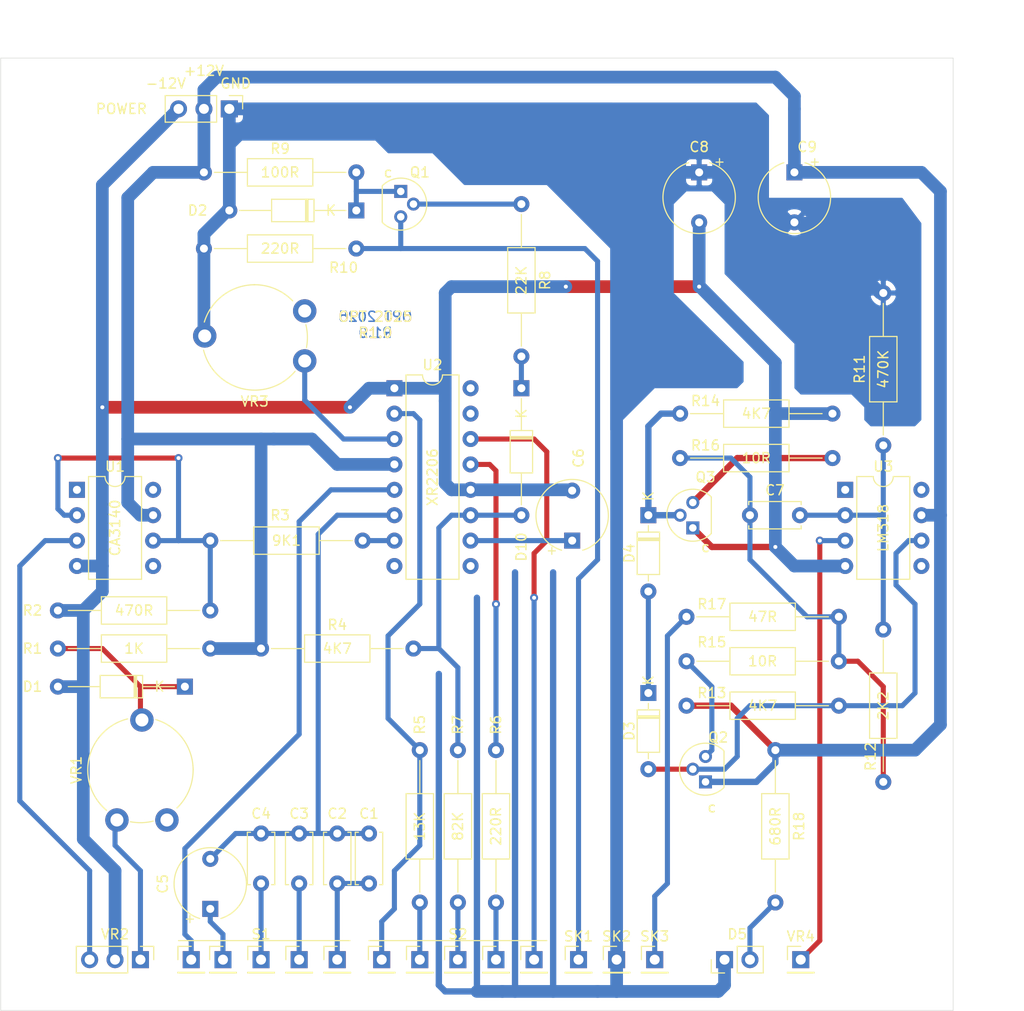
<source format=kicad_pcb>
(kicad_pcb (version 20171130) (host pcbnew "(5.1.10)-1")

  (general
    (thickness 1.6)
    (drawings 17)
    (tracks 249)
    (zones 0)
    (modules 61)
    (nets 45)
  )

  (page A4)
  (layers
    (0 F.Cu signal)
    (31 B.Cu signal)
    (32 B.Adhes user)
    (33 F.Adhes user)
    (34 B.Paste user)
    (35 F.Paste user)
    (36 B.SilkS user)
    (37 F.SilkS user)
    (38 B.Mask user)
    (39 F.Mask user)
    (40 Dwgs.User user)
    (41 Cmts.User user)
    (42 Eco1.User user)
    (43 Eco2.User user)
    (44 Edge.Cuts user)
    (45 Margin user)
    (46 B.CrtYd user)
    (47 F.CrtYd user)
    (48 B.Fab user)
    (49 F.Fab user hide)
  )

  (setup
    (last_trace_width 0.25)
    (trace_clearance 0.2)
    (zone_clearance 0.508)
    (zone_45_only no)
    (trace_min 0.2)
    (via_size 0.8)
    (via_drill 0.4)
    (via_min_size 0.4)
    (via_min_drill 0.3)
    (uvia_size 0.3)
    (uvia_drill 0.1)
    (uvias_allowed no)
    (uvia_min_size 0.2)
    (uvia_min_drill 0.1)
    (edge_width 0.05)
    (segment_width 0.2)
    (pcb_text_width 0.3)
    (pcb_text_size 1.5 1.5)
    (mod_edge_width 0.12)
    (mod_text_size 1 1)
    (mod_text_width 0.15)
    (pad_size 1.3 1.3)
    (pad_drill 0.75)
    (pad_to_mask_clearance 0)
    (aux_axis_origin 0 0)
    (visible_elements 7FFFFFFF)
    (pcbplotparams
      (layerselection 0x010fc_ffffffff)
      (usegerberextensions false)
      (usegerberattributes true)
      (usegerberadvancedattributes true)
      (creategerberjobfile true)
      (excludeedgelayer true)
      (linewidth 0.100000)
      (plotframeref false)
      (viasonmask false)
      (mode 1)
      (useauxorigin false)
      (hpglpennumber 1)
      (hpglpenspeed 20)
      (hpglpendiameter 15.000000)
      (psnegative false)
      (psa4output false)
      (plotreference true)
      (plotvalue true)
      (plotinvisibletext false)
      (padsonsilk false)
      (subtractmaskfromsilk false)
      (outputformat 1)
      (mirror false)
      (drillshape 1)
      (scaleselection 1)
      (outputdirectory ""))
  )

  (net 0 "")
  (net 1 "Net-(C1-Pad2)")
  (net 2 "Net-(C1-Pad1)")
  (net 3 "Net-(C3-Pad1)")
  (net 4 "Net-(C4-Pad1)")
  (net 5 "Net-(C5-Pad1)")
  (net 6 -12V)
  (net 7 "Net-(C6-Pad1)")
  (net 8 "Net-(C7-Pad2)")
  (net 9 "Net-(C7-Pad1)")
  (net 10 GND)
  (net 11 +12V)
  (net 12 "Net-(D1-Pad1)")
  (net 13 "Net-(D2-Pad1)")
  (net 14 "Net-(D3-Pad2)")
  (net 15 "Net-(D3-Pad1)")
  (net 16 "Net-(D4-Pad1)")
  (net 17 "Net-(D5-Pad2)")
  (net 18 "Net-(D10-Pad2)")
  (net 19 "Net-(D10-Pad1)")
  (net 20 "Net-(Q1-Pad1)")
  (net 21 "Net-(Q1-Pad3)")
  (net 22 "Net-(Q2-Pad3)")
  (net 23 "Net-(Q3-Pad3)")
  (net 24 "Net-(R2-Pad2)")
  (net 25 "Net-(R3-Pad1)")
  (net 26 "Net-(R5-Pad2)")
  (net 27 "Net-(R5-Pad1)")
  (net 28 "Net-(R6-Pad2)")
  (net 29 "Net-(R6-Pad1)")
  (net 30 "Net-(R7-Pad1)")
  (net 31 "Net-(R17-Pad1)")
  (net 32 "Net-(S1-Pad1)")
  (net 33 "Net-(U1-Pad8)")
  (net 34 "Net-(U1-Pad3)")
  (net 35 "Net-(U1-Pad5)")
  (net 36 "Net-(U1-Pad1)")
  (net 37 "Net-(S2-Pad7)")
  (net 38 "Net-(U2-Pad3)")
  (net 39 "Net-(U3-Pad8)")
  (net 40 "Net-(U3-Pad3)")
  (net 41 "Net-(U3-Pad5)")
  (net 42 "Net-(U3-Pad1)")
  (net 43 "Net-(VR1-Pad3)")
  (net 44 "Net-(VR3-Pad1)")

  (net_class Default "This is the default net class."
    (clearance 0.2)
    (trace_width 0.25)
    (via_dia 0.8)
    (via_drill 0.4)
    (uvia_dia 0.3)
    (uvia_drill 0.1)
    (add_net +12V)
    (add_net -12V)
    (add_net GND)
    (add_net "Net-(C1-Pad1)")
    (add_net "Net-(C1-Pad2)")
    (add_net "Net-(C3-Pad1)")
    (add_net "Net-(C4-Pad1)")
    (add_net "Net-(C5-Pad1)")
    (add_net "Net-(C6-Pad1)")
    (add_net "Net-(C7-Pad1)")
    (add_net "Net-(C7-Pad2)")
    (add_net "Net-(D1-Pad1)")
    (add_net "Net-(D10-Pad1)")
    (add_net "Net-(D10-Pad2)")
    (add_net "Net-(D2-Pad1)")
    (add_net "Net-(D3-Pad1)")
    (add_net "Net-(D3-Pad2)")
    (add_net "Net-(D4-Pad1)")
    (add_net "Net-(D5-Pad2)")
    (add_net "Net-(Q1-Pad1)")
    (add_net "Net-(Q1-Pad3)")
    (add_net "Net-(Q2-Pad3)")
    (add_net "Net-(Q3-Pad3)")
    (add_net "Net-(R17-Pad1)")
    (add_net "Net-(R2-Pad2)")
    (add_net "Net-(R3-Pad1)")
    (add_net "Net-(R5-Pad1)")
    (add_net "Net-(R5-Pad2)")
    (add_net "Net-(R6-Pad1)")
    (add_net "Net-(R6-Pad2)")
    (add_net "Net-(R7-Pad1)")
    (add_net "Net-(S1-Pad1)")
    (add_net "Net-(S2-Pad7)")
    (add_net "Net-(U1-Pad1)")
    (add_net "Net-(U1-Pad3)")
    (add_net "Net-(U1-Pad5)")
    (add_net "Net-(U1-Pad8)")
    (add_net "Net-(U2-Pad3)")
    (add_net "Net-(U3-Pad1)")
    (add_net "Net-(U3-Pad3)")
    (add_net "Net-(U3-Pad5)")
    (add_net "Net-(U3-Pad8)")
    (add_net "Net-(VR1-Pad3)")
    (add_net "Net-(VR3-Pad1)")
  )

  (module Package_DIP:DIP-8_W7.62mm (layer F.Cu) (tedit 5A02E8C5) (tstamp 68D83E9F)
    (at 173.355 93.345)
    (descr "8-lead though-hole mounted DIP package, row spacing 7.62 mm (300 mils)")
    (tags "THT DIP DIL PDIP 2.54mm 7.62mm 300mil")
    (path /68E31127)
    (fp_text reference U3 (at 3.81 -2.33) (layer F.SilkS)
      (effects (font (size 1 1) (thickness 0.15)))
    )
    (fp_text value LM318 (at 3.81 3.81 90) (layer F.SilkS)
      (effects (font (size 1 1) (thickness 0.15)))
    )
    (fp_line (start 1.635 -1.27) (end 6.985 -1.27) (layer F.Fab) (width 0.1))
    (fp_line (start 6.985 -1.27) (end 6.985 8.89) (layer F.Fab) (width 0.1))
    (fp_line (start 6.985 8.89) (end 0.635 8.89) (layer F.Fab) (width 0.1))
    (fp_line (start 0.635 8.89) (end 0.635 -0.27) (layer F.Fab) (width 0.1))
    (fp_line (start 0.635 -0.27) (end 1.635 -1.27) (layer F.Fab) (width 0.1))
    (fp_line (start 2.81 -1.33) (end 1.16 -1.33) (layer F.SilkS) (width 0.12))
    (fp_line (start 1.16 -1.33) (end 1.16 8.95) (layer F.SilkS) (width 0.12))
    (fp_line (start 1.16 8.95) (end 6.46 8.95) (layer F.SilkS) (width 0.12))
    (fp_line (start 6.46 8.95) (end 6.46 -1.33) (layer F.SilkS) (width 0.12))
    (fp_line (start 6.46 -1.33) (end 4.81 -1.33) (layer F.SilkS) (width 0.12))
    (fp_line (start -1.1 -1.55) (end -1.1 9.15) (layer F.CrtYd) (width 0.05))
    (fp_line (start -1.1 9.15) (end 8.7 9.15) (layer F.CrtYd) (width 0.05))
    (fp_line (start 8.7 9.15) (end 8.7 -1.55) (layer F.CrtYd) (width 0.05))
    (fp_line (start 8.7 -1.55) (end -1.1 -1.55) (layer F.CrtYd) (width 0.05))
    (fp_text user %R (at 3.81 3.81) (layer F.Fab)
      (effects (font (size 1 1) (thickness 0.15)))
    )
    (fp_arc (start 3.81 -1.33) (end 2.81 -1.33) (angle -180) (layer F.SilkS) (width 0.12))
    (pad 8 thru_hole oval (at 7.62 0) (size 1.6 1.6) (drill 0.8) (layers *.Cu *.Mask)
      (net 39 "Net-(U3-Pad8)"))
    (pad 4 thru_hole oval (at 0 7.62) (size 1.6 1.6) (drill 0.8) (layers *.Cu *.Mask)
      (net 6 -12V))
    (pad 7 thru_hole oval (at 7.62 2.54) (size 1.6 1.6) (drill 0.8) (layers *.Cu *.Mask)
      (net 11 +12V))
    (pad 3 thru_hole oval (at 0 5.08) (size 1.6 1.6) (drill 0.8) (layers *.Cu *.Mask)
      (net 40 "Net-(U3-Pad3)"))
    (pad 6 thru_hole oval (at 7.62 5.08) (size 1.6 1.6) (drill 0.8) (layers *.Cu *.Mask)
      (net 14 "Net-(D3-Pad2)"))
    (pad 2 thru_hole oval (at 0 2.54) (size 1.6 1.6) (drill 0.8) (layers *.Cu *.Mask)
      (net 8 "Net-(C7-Pad2)"))
    (pad 5 thru_hole oval (at 7.62 7.62) (size 1.6 1.6) (drill 0.8) (layers *.Cu *.Mask)
      (net 41 "Net-(U3-Pad5)"))
    (pad 1 thru_hole rect (at 0 0) (size 1.6 1.6) (drill 0.8) (layers *.Cu *.Mask)
      (net 42 "Net-(U3-Pad1)"))
    (model ${KISYS3DMOD}/Package_DIP.3dshapes/DIP-8_W7.62mm.wrl
      (at (xyz 0 0 0))
      (scale (xyz 1 1 1))
      (rotate (xyz 0 0 0))
    )
  )

  (module Diode_THT:D_DO-35_SOD27_P12.70mm_Horizontal (layer F.Cu) (tedit 68DAFA56) (tstamp 68DB225D)
    (at 107.315 113.03 180)
    (descr "Diode, DO-35_SOD27 series, Axial, Horizontal, pin pitch=12.7mm, , length*diameter=4*2mm^2, , http://www.diodes.com/_files/packages/DO-35.pdf")
    (tags "Diode DO-35_SOD27 series Axial Horizontal pin pitch 12.7mm  length 4mm diameter 2mm")
    (fp_text reference D1 (at 15.24 0) (layer F.SilkS)
      (effects (font (size 1 1) (thickness 0.15)))
    )
    (fp_text value D_DO-35_SOD27_P12.70mm_Horizontal (at 6.35 2.12) (layer F.Fab)
      (effects (font (size 1 1) (thickness 0.15)))
    )
    (fp_line (start 13.75 -1.25) (end -1.05 -1.25) (layer F.CrtYd) (width 0.05))
    (fp_line (start 13.75 1.25) (end 13.75 -1.25) (layer F.CrtYd) (width 0.05))
    (fp_line (start -1.05 1.25) (end 13.75 1.25) (layer F.CrtYd) (width 0.05))
    (fp_line (start -1.05 -1.25) (end -1.05 1.25) (layer F.CrtYd) (width 0.05))
    (fp_line (start 4.83 -1.12) (end 4.83 1.12) (layer F.SilkS) (width 0.12))
    (fp_line (start 5.07 -1.12) (end 5.07 1.12) (layer F.SilkS) (width 0.12))
    (fp_line (start 4.95 -1.12) (end 4.95 1.12) (layer F.SilkS) (width 0.12))
    (fp_line (start 11.66 0) (end 8.47 0) (layer F.SilkS) (width 0.12))
    (fp_line (start 1.04 0) (end 4.23 0) (layer F.SilkS) (width 0.12))
    (fp_line (start 8.47 -1.12) (end 4.23 -1.12) (layer F.SilkS) (width 0.12))
    (fp_line (start 8.47 1.12) (end 8.47 -1.12) (layer F.SilkS) (width 0.12))
    (fp_line (start 4.23 1.12) (end 8.47 1.12) (layer F.SilkS) (width 0.12))
    (fp_line (start 4.23 -1.12) (end 4.23 1.12) (layer F.SilkS) (width 0.12))
    (fp_line (start 4.85 -1) (end 4.85 1) (layer F.Fab) (width 0.1))
    (fp_line (start 5.05 -1) (end 5.05 1) (layer F.Fab) (width 0.1))
    (fp_line (start 4.95 -1) (end 4.95 1) (layer F.Fab) (width 0.1))
    (fp_line (start 12.7 0) (end 8.35 0) (layer F.Fab) (width 0.1))
    (fp_line (start 0 0) (end 4.35 0) (layer F.Fab) (width 0.1))
    (fp_line (start 8.35 -1) (end 4.35 -1) (layer F.Fab) (width 0.1))
    (fp_line (start 8.35 1) (end 8.35 -1) (layer F.Fab) (width 0.1))
    (fp_line (start 4.35 1) (end 8.35 1) (layer F.Fab) (width 0.1))
    (fp_line (start 4.35 -1) (end 4.35 1) (layer F.Fab) (width 0.1))
    (fp_text user %R (at 6.65 0) (layer F.Fab)
      (effects (font (size 0.8 0.8) (thickness 0.12)))
    )
    (fp_text user K (at 0 -1.8) (layer F.Fab)
      (effects (font (size 1 1) (thickness 0.15)))
    )
    (fp_text user K (at 2.54 0) (layer F.SilkS)
      (effects (font (size 1 1) (thickness 0.15)))
    )
    (pad 1 thru_hole rect (at 0 0 180) (size 1.6 1.6) (drill 0.8) (layers *.Cu *.Mask)
      (net 12 "Net-(D1-Pad1)"))
    (pad 2 thru_hole oval (at 12.7 0 180) (size 1.6 1.6) (drill 0.8) (layers *.Cu *.Mask)
      (net 6 -12V))
    (model ${KISYS3DMOD}/Diode_THT.3dshapes/D_DO-35_SOD27_P12.70mm_Horizontal.wrl
      (at (xyz 0 0 0))
      (scale (xyz 1 1 1))
      (rotate (xyz 0 0 0))
    )
  )

  (module Diode_THT:D_DO-35_SOD27_P12.70mm_Horizontal (layer F.Cu) (tedit 68DAF9CD) (tstamp 68DB1EEF)
    (at 140.97 83.185 270)
    (descr "Diode, DO-35_SOD27 series, Axial, Horizontal, pin pitch=12.7mm, , length*diameter=4*2mm^2, , http://www.diodes.com/_files/packages/DO-35.pdf")
    (tags "Diode DO-35_SOD27 series Axial Horizontal pin pitch 12.7mm  length 4mm diameter 2mm")
    (fp_text reference D10 (at 15.875 0 90) (layer F.SilkS)
      (effects (font (size 1 1) (thickness 0.15)))
    )
    (fp_text value D_DO-35_SOD27_P12.70mm_Horizontal (at 6.35 2.12 90) (layer F.Fab)
      (effects (font (size 1 1) (thickness 0.15)))
    )
    (fp_line (start 13.75 -1.25) (end -1.05 -1.25) (layer F.CrtYd) (width 0.05))
    (fp_line (start 13.75 1.25) (end 13.75 -1.25) (layer F.CrtYd) (width 0.05))
    (fp_line (start -1.05 1.25) (end 13.75 1.25) (layer F.CrtYd) (width 0.05))
    (fp_line (start -1.05 -1.25) (end -1.05 1.25) (layer F.CrtYd) (width 0.05))
    (fp_line (start 4.83 -1.12) (end 4.83 1.12) (layer F.SilkS) (width 0.12))
    (fp_line (start 5.07 -1.12) (end 5.07 1.12) (layer F.SilkS) (width 0.12))
    (fp_line (start 4.95 -1.12) (end 4.95 1.12) (layer F.SilkS) (width 0.12))
    (fp_line (start 11.66 0) (end 8.47 0) (layer F.SilkS) (width 0.12))
    (fp_line (start 1.04 0) (end 4.23 0) (layer F.SilkS) (width 0.12))
    (fp_line (start 8.47 -1.12) (end 4.23 -1.12) (layer F.SilkS) (width 0.12))
    (fp_line (start 8.47 1.12) (end 8.47 -1.12) (layer F.SilkS) (width 0.12))
    (fp_line (start 4.23 1.12) (end 8.47 1.12) (layer F.SilkS) (width 0.12))
    (fp_line (start 4.23 -1.12) (end 4.23 1.12) (layer F.SilkS) (width 0.12))
    (fp_line (start 4.85 -1) (end 4.85 1) (layer F.Fab) (width 0.1))
    (fp_line (start 5.05 -1) (end 5.05 1) (layer F.Fab) (width 0.1))
    (fp_line (start 4.95 -1) (end 4.95 1) (layer F.Fab) (width 0.1))
    (fp_line (start 12.7 0) (end 8.35 0) (layer F.Fab) (width 0.1))
    (fp_line (start 0 0) (end 4.35 0) (layer F.Fab) (width 0.1))
    (fp_line (start 8.35 -1) (end 4.35 -1) (layer F.Fab) (width 0.1))
    (fp_line (start 8.35 1) (end 8.35 -1) (layer F.Fab) (width 0.1))
    (fp_line (start 4.35 1) (end 8.35 1) (layer F.Fab) (width 0.1))
    (fp_line (start 4.35 -1) (end 4.35 1) (layer F.Fab) (width 0.1))
    (fp_text user %R (at 6.65 0 90) (layer F.Fab)
      (effects (font (size 0.8 0.8) (thickness 0.12)))
    )
    (fp_text user K (at 0 -1.8 90) (layer F.Fab)
      (effects (font (size 1 1) (thickness 0.15)))
    )
    (fp_text user K (at 2.54 0 90) (layer F.SilkS)
      (effects (font (size 1 1) (thickness 0.15)))
    )
    (pad 2 thru_hole rect (at 0 0 270) (size 1.6 1.6) (drill 0.8) (layers *.Cu *.Mask)
      (net 18 "Net-(D10-Pad2)"))
    (pad 1 thru_hole oval (at 12.7 0 270) (size 1.6 1.6) (drill 0.8) (layers *.Cu *.Mask)
      (net 19 "Net-(D10-Pad1)"))
    (model ${KISYS3DMOD}/Diode_THT.3dshapes/D_DO-35_SOD27_P12.70mm_Horizontal.wrl
      (at (xyz 0 0 0))
      (scale (xyz 1 1 1))
      (rotate (xyz 0 0 0))
    )
  )

  (module Diode_THT:D_DO-35_SOD27_P12.70mm_Horizontal (layer F.Cu) (tedit 68DAF960) (tstamp 68DB19E3)
    (at 124.46 65.405 180)
    (descr "Diode, DO-35_SOD27 series, Axial, Horizontal, pin pitch=12.7mm, , length*diameter=4*2mm^2, , http://www.diodes.com/_files/packages/DO-35.pdf")
    (tags "Diode DO-35_SOD27 series Axial Horizontal pin pitch 12.7mm  length 4mm diameter 2mm")
    (fp_text reference D2 (at 15.875 0) (layer F.SilkS)
      (effects (font (size 1 1) (thickness 0.15)))
    )
    (fp_text value D_DO-35_SOD27_P12.70mm_Horizontal (at 6.35 2.12) (layer F.Fab)
      (effects (font (size 1 1) (thickness 0.15)))
    )
    (fp_line (start 4.35 -1) (end 4.35 1) (layer F.Fab) (width 0.1))
    (fp_line (start 4.35 1) (end 8.35 1) (layer F.Fab) (width 0.1))
    (fp_line (start 8.35 1) (end 8.35 -1) (layer F.Fab) (width 0.1))
    (fp_line (start 8.35 -1) (end 4.35 -1) (layer F.Fab) (width 0.1))
    (fp_line (start 0 0) (end 4.35 0) (layer F.Fab) (width 0.1))
    (fp_line (start 12.7 0) (end 8.35 0) (layer F.Fab) (width 0.1))
    (fp_line (start 4.95 -1) (end 4.95 1) (layer F.Fab) (width 0.1))
    (fp_line (start 5.05 -1) (end 5.05 1) (layer F.Fab) (width 0.1))
    (fp_line (start 4.85 -1) (end 4.85 1) (layer F.Fab) (width 0.1))
    (fp_line (start 4.23 -1.12) (end 4.23 1.12) (layer F.SilkS) (width 0.12))
    (fp_line (start 4.23 1.12) (end 8.47 1.12) (layer F.SilkS) (width 0.12))
    (fp_line (start 8.47 1.12) (end 8.47 -1.12) (layer F.SilkS) (width 0.12))
    (fp_line (start 8.47 -1.12) (end 4.23 -1.12) (layer F.SilkS) (width 0.12))
    (fp_line (start 1.04 0) (end 4.23 0) (layer F.SilkS) (width 0.12))
    (fp_line (start 11.66 0) (end 8.47 0) (layer F.SilkS) (width 0.12))
    (fp_line (start 4.95 -1.12) (end 4.95 1.12) (layer F.SilkS) (width 0.12))
    (fp_line (start 5.07 -1.12) (end 5.07 1.12) (layer F.SilkS) (width 0.12))
    (fp_line (start 4.83 -1.12) (end 4.83 1.12) (layer F.SilkS) (width 0.12))
    (fp_line (start -1.05 -1.25) (end -1.05 1.25) (layer F.CrtYd) (width 0.05))
    (fp_line (start -1.05 1.25) (end 13.75 1.25) (layer F.CrtYd) (width 0.05))
    (fp_line (start 13.75 1.25) (end 13.75 -1.25) (layer F.CrtYd) (width 0.05))
    (fp_line (start 13.75 -1.25) (end -1.05 -1.25) (layer F.CrtYd) (width 0.05))
    (fp_text user K (at 2.54 0) (layer F.SilkS)
      (effects (font (size 1 1) (thickness 0.15)))
    )
    (fp_text user K (at 0 -1.8) (layer F.Fab)
      (effects (font (size 1 1) (thickness 0.15)))
    )
    (fp_text user %R (at 6.65 0) (layer F.Fab)
      (effects (font (size 0.8 0.8) (thickness 0.12)))
    )
    (pad 2 thru_hole oval (at 12.7 0 180) (size 1.6 1.6) (drill 0.8) (layers *.Cu *.Mask)
      (net 10 GND))
    (pad 1 thru_hole rect (at 0 0 180) (size 1.6 1.6) (drill 0.8) (layers *.Cu *.Mask)
      (net 13 "Net-(D2-Pad1)"))
    (model ${KISYS3DMOD}/Diode_THT.3dshapes/D_DO-35_SOD27_P12.70mm_Horizontal.wrl
      (at (xyz 0 0 0))
      (scale (xyz 1 1 1))
      (rotate (xyz 0 0 0))
    )
  )

  (module Connector_PinHeader_2.54mm:PinHeader_1x01_P2.54mm_Vertical (layer F.Cu) (tedit 68DADE70) (tstamp 68DAD487)
    (at 107.95 140.335)
    (descr "Through hole straight pin header, 1x01, 2.54mm pitch, single row")
    (tags "Through hole pin header THT 1x01 2.54mm single row")
    (path /68E3054F)
    (fp_text reference SK1 (at 0 -2.33) (layer F.Fab)
      (effects (font (size 1 1) (thickness 0.15)))
    )
    (fp_text value Conn_01x01_Female (at 0 2.33) (layer F.Fab)
      (effects (font (size 1 1) (thickness 0.15)))
    )
    (fp_line (start -0.635 -1.27) (end 1.27 -1.27) (layer F.Fab) (width 0.1))
    (fp_line (start 1.27 -1.27) (end 1.27 1.27) (layer F.Fab) (width 0.1))
    (fp_line (start 1.27 1.27) (end -1.27 1.27) (layer F.Fab) (width 0.1))
    (fp_line (start -1.27 1.27) (end -1.27 -0.635) (layer F.Fab) (width 0.1))
    (fp_line (start -1.27 -0.635) (end -0.635 -1.27) (layer F.Fab) (width 0.1))
    (fp_line (start -1.33 1.33) (end 1.33 1.33) (layer F.SilkS) (width 0.12))
    (fp_line (start -1.33 1.27) (end -1.33 1.33) (layer F.SilkS) (width 0.12))
    (fp_line (start 1.33 1.27) (end 1.33 1.33) (layer F.SilkS) (width 0.12))
    (fp_line (start -1.33 1.27) (end 1.33 1.27) (layer F.SilkS) (width 0.12))
    (fp_line (start -1.33 0) (end -1.33 -1.33) (layer F.SilkS) (width 0.12))
    (fp_line (start -1.33 -1.33) (end 0 -1.33) (layer F.SilkS) (width 0.12))
    (fp_line (start -1.8 -1.8) (end -1.8 1.8) (layer F.CrtYd) (width 0.05))
    (fp_line (start -1.8 1.8) (end 1.8 1.8) (layer F.CrtYd) (width 0.05))
    (fp_line (start 1.8 1.8) (end 1.8 -1.8) (layer F.CrtYd) (width 0.05))
    (fp_line (start 1.8 -1.8) (end -1.8 -1.8) (layer F.CrtYd) (width 0.05))
    (fp_text user %R (at 0 0 90) (layer F.Fab)
      (effects (font (size 1 1) (thickness 0.15)))
    )
    (pad 1 thru_hole rect (at 0 0) (size 1.7 1.7) (drill 1) (layers *.Cu *.Mask)
      (net 32 "Net-(S1-Pad1)"))
    (model ${KISYS3DMOD}/Connector_PinHeader_2.54mm.3dshapes/PinHeader_1x01_P2.54mm_Vertical.wrl
      (at (xyz 0 0 0))
      (scale (xyz 1 1 1))
      (rotate (xyz 0 0 0))
    )
  )

  (module Connector_PinHeader_2.54mm:PinHeader_1x01_P2.54mm_Vertical (layer F.Cu) (tedit 68DADE80) (tstamp 68DAD45F)
    (at 111.125 140.335)
    (descr "Through hole straight pin header, 1x01, 2.54mm pitch, single row")
    (tags "Through hole pin header THT 1x01 2.54mm single row")
    (path /68E3054F)
    (fp_text reference SK1 (at 0 -2.33) (layer F.Fab)
      (effects (font (size 1 1) (thickness 0.15)))
    )
    (fp_text value Conn_01x01_Female (at 0 2.33) (layer F.Fab)
      (effects (font (size 1 1) (thickness 0.15)))
    )
    (fp_line (start 1.8 -1.8) (end -1.8 -1.8) (layer F.CrtYd) (width 0.05))
    (fp_line (start 1.8 1.8) (end 1.8 -1.8) (layer F.CrtYd) (width 0.05))
    (fp_line (start -1.8 1.8) (end 1.8 1.8) (layer F.CrtYd) (width 0.05))
    (fp_line (start -1.8 -1.8) (end -1.8 1.8) (layer F.CrtYd) (width 0.05))
    (fp_line (start -1.33 -1.33) (end 0 -1.33) (layer F.SilkS) (width 0.12))
    (fp_line (start -1.33 0) (end -1.33 -1.33) (layer F.SilkS) (width 0.12))
    (fp_line (start -1.33 1.27) (end 1.33 1.27) (layer F.SilkS) (width 0.12))
    (fp_line (start 1.33 1.27) (end 1.33 1.33) (layer F.SilkS) (width 0.12))
    (fp_line (start -1.33 1.27) (end -1.33 1.33) (layer F.SilkS) (width 0.12))
    (fp_line (start -1.33 1.33) (end 1.33 1.33) (layer F.SilkS) (width 0.12))
    (fp_line (start -1.27 -0.635) (end -0.635 -1.27) (layer F.Fab) (width 0.1))
    (fp_line (start -1.27 1.27) (end -1.27 -0.635) (layer F.Fab) (width 0.1))
    (fp_line (start 1.27 1.27) (end -1.27 1.27) (layer F.Fab) (width 0.1))
    (fp_line (start 1.27 -1.27) (end 1.27 1.27) (layer F.Fab) (width 0.1))
    (fp_line (start -0.635 -1.27) (end 1.27 -1.27) (layer F.Fab) (width 0.1))
    (fp_text user %R (at 0 0 90) (layer F.Fab)
      (effects (font (size 1 1) (thickness 0.15)))
    )
    (pad 1 thru_hole rect (at 0 0) (size 1.7 1.7) (drill 1) (layers *.Cu *.Mask)
      (net 5 "Net-(C5-Pad1)"))
    (model ${KISYS3DMOD}/Connector_PinHeader_2.54mm.3dshapes/PinHeader_1x01_P2.54mm_Vertical.wrl
      (at (xyz 0 0 0))
      (scale (xyz 1 1 1))
      (rotate (xyz 0 0 0))
    )
  )

  (module Connector_PinHeader_2.54mm:PinHeader_1x01_P2.54mm_Vertical (layer F.Cu) (tedit 68DADE8B) (tstamp 68DAD437)
    (at 114.935 140.335)
    (descr "Through hole straight pin header, 1x01, 2.54mm pitch, single row")
    (tags "Through hole pin header THT 1x01 2.54mm single row")
    (path /68E3054F)
    (fp_text reference S1 (at 0 -2.54) (layer F.SilkS)
      (effects (font (size 1 1) (thickness 0.15)))
    )
    (fp_text value Conn_01x01_Female (at 0 2.33) (layer F.Fab)
      (effects (font (size 1 1) (thickness 0.15)))
    )
    (fp_line (start -0.635 -1.27) (end 1.27 -1.27) (layer F.Fab) (width 0.1))
    (fp_line (start 1.27 -1.27) (end 1.27 1.27) (layer F.Fab) (width 0.1))
    (fp_line (start 1.27 1.27) (end -1.27 1.27) (layer F.Fab) (width 0.1))
    (fp_line (start -1.27 1.27) (end -1.27 -0.635) (layer F.Fab) (width 0.1))
    (fp_line (start -1.27 -0.635) (end -0.635 -1.27) (layer F.Fab) (width 0.1))
    (fp_line (start -1.33 1.33) (end 1.33 1.33) (layer F.SilkS) (width 0.12))
    (fp_line (start -1.33 1.27) (end -1.33 1.33) (layer F.SilkS) (width 0.12))
    (fp_line (start 1.33 1.27) (end 1.33 1.33) (layer F.SilkS) (width 0.12))
    (fp_line (start -1.33 1.27) (end 1.33 1.27) (layer F.SilkS) (width 0.12))
    (fp_line (start -1.33 0) (end -1.33 -1.33) (layer F.SilkS) (width 0.12))
    (fp_line (start -1.33 -1.33) (end 0 -1.33) (layer F.SilkS) (width 0.12))
    (fp_line (start -1.8 -1.8) (end -1.8 1.8) (layer F.CrtYd) (width 0.05))
    (fp_line (start -1.8 1.8) (end 1.8 1.8) (layer F.CrtYd) (width 0.05))
    (fp_line (start 1.8 1.8) (end 1.8 -1.8) (layer F.CrtYd) (width 0.05))
    (fp_line (start 1.8 -1.8) (end -1.8 -1.8) (layer F.CrtYd) (width 0.05))
    (fp_text user %R (at 0 0 90) (layer F.Fab)
      (effects (font (size 1 1) (thickness 0.15)))
    )
    (pad 1 thru_hole rect (at 0 0) (size 1.7 1.7) (drill 1) (layers *.Cu *.Mask)
      (net 4 "Net-(C4-Pad1)"))
    (model ${KISYS3DMOD}/Connector_PinHeader_2.54mm.3dshapes/PinHeader_1x01_P2.54mm_Vertical.wrl
      (at (xyz 0 0 0))
      (scale (xyz 1 1 1))
      (rotate (xyz 0 0 0))
    )
  )

  (module Connector_PinHeader_2.54mm:PinHeader_1x01_P2.54mm_Vertical (layer F.Cu) (tedit 68DADE98) (tstamp 68DAD40F)
    (at 118.745 140.335)
    (descr "Through hole straight pin header, 1x01, 2.54mm pitch, single row")
    (tags "Through hole pin header THT 1x01 2.54mm single row")
    (path /68E3054F)
    (fp_text reference SK1 (at 0 -2.33) (layer F.Fab)
      (effects (font (size 1 1) (thickness 0.15)))
    )
    (fp_text value Conn_01x01_Female (at 0 2.33) (layer F.Fab)
      (effects (font (size 1 1) (thickness 0.15)))
    )
    (fp_line (start 1.8 -1.8) (end -1.8 -1.8) (layer F.CrtYd) (width 0.05))
    (fp_line (start 1.8 1.8) (end 1.8 -1.8) (layer F.CrtYd) (width 0.05))
    (fp_line (start -1.8 1.8) (end 1.8 1.8) (layer F.CrtYd) (width 0.05))
    (fp_line (start -1.8 -1.8) (end -1.8 1.8) (layer F.CrtYd) (width 0.05))
    (fp_line (start -1.33 -1.33) (end 0 -1.33) (layer F.SilkS) (width 0.12))
    (fp_line (start -1.33 0) (end -1.33 -1.33) (layer F.SilkS) (width 0.12))
    (fp_line (start -1.33 1.27) (end 1.33 1.27) (layer F.SilkS) (width 0.12))
    (fp_line (start 1.33 1.27) (end 1.33 1.33) (layer F.SilkS) (width 0.12))
    (fp_line (start -1.33 1.27) (end -1.33 1.33) (layer F.SilkS) (width 0.12))
    (fp_line (start -1.33 1.33) (end 1.33 1.33) (layer F.SilkS) (width 0.12))
    (fp_line (start -1.27 -0.635) (end -0.635 -1.27) (layer F.Fab) (width 0.1))
    (fp_line (start -1.27 1.27) (end -1.27 -0.635) (layer F.Fab) (width 0.1))
    (fp_line (start 1.27 1.27) (end -1.27 1.27) (layer F.Fab) (width 0.1))
    (fp_line (start 1.27 -1.27) (end 1.27 1.27) (layer F.Fab) (width 0.1))
    (fp_line (start -0.635 -1.27) (end 1.27 -1.27) (layer F.Fab) (width 0.1))
    (fp_text user %R (at 0 0 90) (layer F.Fab)
      (effects (font (size 1 1) (thickness 0.15)))
    )
    (pad 1 thru_hole rect (at 0 0) (size 1.7 1.7) (drill 1) (layers *.Cu *.Mask)
      (net 3 "Net-(C3-Pad1)"))
    (model ${KISYS3DMOD}/Connector_PinHeader_2.54mm.3dshapes/PinHeader_1x01_P2.54mm_Vertical.wrl
      (at (xyz 0 0 0))
      (scale (xyz 1 1 1))
      (rotate (xyz 0 0 0))
    )
  )

  (module Connector_PinHeader_2.54mm:PinHeader_1x01_P2.54mm_Vertical (layer F.Cu) (tedit 68DADEA6) (tstamp 68DAD3E6)
    (at 122.555 140.335)
    (descr "Through hole straight pin header, 1x01, 2.54mm pitch, single row")
    (tags "Through hole pin header THT 1x01 2.54mm single row")
    (path /68E3054F)
    (fp_text reference SK1 (at 0 -2.33) (layer F.Fab)
      (effects (font (size 1 1) (thickness 0.15)))
    )
    (fp_text value Conn_01x01_Female (at 0 2.33) (layer F.Fab)
      (effects (font (size 1 1) (thickness 0.15)))
    )
    (fp_line (start -0.635 -1.27) (end 1.27 -1.27) (layer F.Fab) (width 0.1))
    (fp_line (start 1.27 -1.27) (end 1.27 1.27) (layer F.Fab) (width 0.1))
    (fp_line (start 1.27 1.27) (end -1.27 1.27) (layer F.Fab) (width 0.1))
    (fp_line (start -1.27 1.27) (end -1.27 -0.635) (layer F.Fab) (width 0.1))
    (fp_line (start -1.27 -0.635) (end -0.635 -1.27) (layer F.Fab) (width 0.1))
    (fp_line (start -1.33 1.33) (end 1.33 1.33) (layer F.SilkS) (width 0.12))
    (fp_line (start -1.33 1.27) (end -1.33 1.33) (layer F.SilkS) (width 0.12))
    (fp_line (start 1.33 1.27) (end 1.33 1.33) (layer F.SilkS) (width 0.12))
    (fp_line (start -1.33 1.27) (end 1.33 1.27) (layer F.SilkS) (width 0.12))
    (fp_line (start -1.33 0) (end -1.33 -1.33) (layer F.SilkS) (width 0.12))
    (fp_line (start -1.33 -1.33) (end 0 -1.33) (layer F.SilkS) (width 0.12))
    (fp_line (start -1.8 -1.8) (end -1.8 1.8) (layer F.CrtYd) (width 0.05))
    (fp_line (start -1.8 1.8) (end 1.8 1.8) (layer F.CrtYd) (width 0.05))
    (fp_line (start 1.8 1.8) (end 1.8 -1.8) (layer F.CrtYd) (width 0.05))
    (fp_line (start 1.8 -1.8) (end -1.8 -1.8) (layer F.CrtYd) (width 0.05))
    (fp_text user %R (at 0 0 90) (layer F.Fab)
      (effects (font (size 1 1) (thickness 0.15)))
    )
    (pad 1 thru_hole rect (at 0 0) (size 1.7 1.7) (drill 1) (layers *.Cu *.Mask)
      (net 2 "Net-(C1-Pad1)"))
    (model ${KISYS3DMOD}/Connector_PinHeader_2.54mm.3dshapes/PinHeader_1x01_P2.54mm_Vertical.wrl
      (at (xyz 0 0 0))
      (scale (xyz 1 1 1))
      (rotate (xyz 0 0 0))
    )
  )

  (module Connector_PinHeader_2.54mm:PinHeader_1x01_P2.54mm_Vertical (layer F.Cu) (tedit 68DADF5B) (tstamp 68DAD0D2)
    (at 168.91 140.335)
    (descr "Through hole straight pin header, 1x01, 2.54mm pitch, single row")
    (tags "Through hole pin header THT 1x01 2.54mm single row")
    (path /68E3054F)
    (fp_text reference VR4 (at 0 -2.33) (layer F.SilkS)
      (effects (font (size 1 1) (thickness 0.15)))
    )
    (fp_text value Conn_01x01_Female (at 0 2.33) (layer F.Fab)
      (effects (font (size 1 1) (thickness 0.15)))
    )
    (fp_line (start 1.8 -1.8) (end -1.8 -1.8) (layer F.CrtYd) (width 0.05))
    (fp_line (start 1.8 1.8) (end 1.8 -1.8) (layer F.CrtYd) (width 0.05))
    (fp_line (start -1.8 1.8) (end 1.8 1.8) (layer F.CrtYd) (width 0.05))
    (fp_line (start -1.8 -1.8) (end -1.8 1.8) (layer F.CrtYd) (width 0.05))
    (fp_line (start -1.33 -1.33) (end 0 -1.33) (layer F.SilkS) (width 0.12))
    (fp_line (start -1.33 0) (end -1.33 -1.33) (layer F.SilkS) (width 0.12))
    (fp_line (start -1.33 1.27) (end 1.33 1.27) (layer F.SilkS) (width 0.12))
    (fp_line (start 1.33 1.27) (end 1.33 1.33) (layer F.SilkS) (width 0.12))
    (fp_line (start -1.33 1.27) (end -1.33 1.33) (layer F.SilkS) (width 0.12))
    (fp_line (start -1.33 1.33) (end 1.33 1.33) (layer F.SilkS) (width 0.12))
    (fp_line (start -1.27 -0.635) (end -0.635 -1.27) (layer F.Fab) (width 0.1))
    (fp_line (start -1.27 1.27) (end -1.27 -0.635) (layer F.Fab) (width 0.1))
    (fp_line (start 1.27 1.27) (end -1.27 1.27) (layer F.Fab) (width 0.1))
    (fp_line (start 1.27 -1.27) (end 1.27 1.27) (layer F.Fab) (width 0.1))
    (fp_line (start -0.635 -1.27) (end 1.27 -1.27) (layer F.Fab) (width 0.1))
    (fp_text user %R (at 0 0 90) (layer F.Fab)
      (effects (font (size 1 1) (thickness 0.15)))
    )
    (pad 1 thru_hole rect (at 0 0) (size 1.7 1.7) (drill 1) (layers *.Cu *.Mask)
      (net 40 "Net-(U3-Pad3)"))
    (model ${KISYS3DMOD}/Connector_PinHeader_2.54mm.3dshapes/PinHeader_1x01_P2.54mm_Vertical.wrl
      (at (xyz 0 0 0))
      (scale (xyz 1 1 1))
      (rotate (xyz 0 0 0))
    )
  )

  (module Connector_PinHeader_2.54mm:PinHeader_1x01_P2.54mm_Vertical (layer F.Cu) (tedit 68DAE04B) (tstamp 68DACF91)
    (at 142.24 140.335)
    (descr "Through hole straight pin header, 1x01, 2.54mm pitch, single row")
    (tags "Through hole pin header THT 1x01 2.54mm single row")
    (path /68E3054F)
    (fp_text reference SK1 (at 0 -2.33) (layer F.Fab)
      (effects (font (size 1 1) (thickness 0.15)))
    )
    (fp_text value Conn_01x01_Female (at 0 2.33) (layer F.Fab)
      (effects (font (size 1 1) (thickness 0.15)))
    )
    (fp_line (start 1.8 -1.8) (end -1.8 -1.8) (layer F.CrtYd) (width 0.05))
    (fp_line (start 1.8 1.8) (end 1.8 -1.8) (layer F.CrtYd) (width 0.05))
    (fp_line (start -1.8 1.8) (end 1.8 1.8) (layer F.CrtYd) (width 0.05))
    (fp_line (start -1.8 -1.8) (end -1.8 1.8) (layer F.CrtYd) (width 0.05))
    (fp_line (start -1.33 -1.33) (end 0 -1.33) (layer F.SilkS) (width 0.12))
    (fp_line (start -1.33 0) (end -1.33 -1.33) (layer F.SilkS) (width 0.12))
    (fp_line (start -1.33 1.27) (end 1.33 1.27) (layer F.SilkS) (width 0.12))
    (fp_line (start 1.33 1.27) (end 1.33 1.33) (layer F.SilkS) (width 0.12))
    (fp_line (start -1.33 1.27) (end -1.33 1.33) (layer F.SilkS) (width 0.12))
    (fp_line (start -1.33 1.33) (end 1.33 1.33) (layer F.SilkS) (width 0.12))
    (fp_line (start -1.27 -0.635) (end -0.635 -1.27) (layer F.Fab) (width 0.1))
    (fp_line (start -1.27 1.27) (end -1.27 -0.635) (layer F.Fab) (width 0.1))
    (fp_line (start 1.27 1.27) (end -1.27 1.27) (layer F.Fab) (width 0.1))
    (fp_line (start 1.27 -1.27) (end 1.27 1.27) (layer F.Fab) (width 0.1))
    (fp_line (start -0.635 -1.27) (end 1.27 -1.27) (layer F.Fab) (width 0.1))
    (fp_text user %R (at 0 0 90) (layer F.Fab)
      (effects (font (size 1 1) (thickness 0.15)))
    )
    (pad 1 thru_hole rect (at 0 0) (size 1.7 1.7) (drill 1) (layers *.Cu *.Mask)
      (net 37 "Net-(S2-Pad7)"))
    (model ${KISYS3DMOD}/Connector_PinHeader_2.54mm.3dshapes/PinHeader_1x01_P2.54mm_Vertical.wrl
      (at (xyz 0 0 0))
      (scale (xyz 1 1 1))
      (rotate (xyz 0 0 0))
    )
  )

  (module Connector_PinHeader_2.54mm:PinHeader_1x01_P2.54mm_Vertical (layer F.Cu) (tedit 68DADE3E) (tstamp 68DACF69)
    (at 138.43 140.335)
    (descr "Through hole straight pin header, 1x01, 2.54mm pitch, single row")
    (tags "Through hole pin header THT 1x01 2.54mm single row")
    (path /68E3054F)
    (fp_text reference SK1 (at 0 -2.33) (layer F.Fab)
      (effects (font (size 1 1) (thickness 0.15)))
    )
    (fp_text value Conn_01x01_Female (at 0 2.33) (layer F.Fab)
      (effects (font (size 1 1) (thickness 0.15)))
    )
    (fp_line (start -0.635 -1.27) (end 1.27 -1.27) (layer F.Fab) (width 0.1))
    (fp_line (start 1.27 -1.27) (end 1.27 1.27) (layer F.Fab) (width 0.1))
    (fp_line (start 1.27 1.27) (end -1.27 1.27) (layer F.Fab) (width 0.1))
    (fp_line (start -1.27 1.27) (end -1.27 -0.635) (layer F.Fab) (width 0.1))
    (fp_line (start -1.27 -0.635) (end -0.635 -1.27) (layer F.Fab) (width 0.1))
    (fp_line (start -1.33 1.33) (end 1.33 1.33) (layer F.SilkS) (width 0.12))
    (fp_line (start -1.33 1.27) (end -1.33 1.33) (layer F.SilkS) (width 0.12))
    (fp_line (start 1.33 1.27) (end 1.33 1.33) (layer F.SilkS) (width 0.12))
    (fp_line (start -1.33 1.27) (end 1.33 1.27) (layer F.SilkS) (width 0.12))
    (fp_line (start -1.33 0) (end -1.33 -1.33) (layer F.SilkS) (width 0.12))
    (fp_line (start -1.33 -1.33) (end 0 -1.33) (layer F.SilkS) (width 0.12))
    (fp_line (start -1.8 -1.8) (end -1.8 1.8) (layer F.CrtYd) (width 0.05))
    (fp_line (start -1.8 1.8) (end 1.8 1.8) (layer F.CrtYd) (width 0.05))
    (fp_line (start 1.8 1.8) (end 1.8 -1.8) (layer F.CrtYd) (width 0.05))
    (fp_line (start 1.8 -1.8) (end -1.8 -1.8) (layer F.CrtYd) (width 0.05))
    (fp_text user %R (at 0 0 90) (layer F.Fab)
      (effects (font (size 1 1) (thickness 0.15)))
    )
    (pad 1 thru_hole rect (at 0 0) (size 1.7 1.7) (drill 1) (layers *.Cu *.Mask)
      (net 29 "Net-(R6-Pad1)"))
    (model ${KISYS3DMOD}/Connector_PinHeader_2.54mm.3dshapes/PinHeader_1x01_P2.54mm_Vertical.wrl
      (at (xyz 0 0 0))
      (scale (xyz 1 1 1))
      (rotate (xyz 0 0 0))
    )
  )

  (module Connector_PinHeader_2.54mm:PinHeader_1x01_P2.54mm_Vertical (layer F.Cu) (tedit 68DADE31) (tstamp 68DACF2D)
    (at 134.62 140.335)
    (descr "Through hole straight pin header, 1x01, 2.54mm pitch, single row")
    (tags "Through hole pin header THT 1x01 2.54mm single row")
    (path /68E3054F)
    (fp_text reference S2 (at 0 -2.54) (layer F.SilkS)
      (effects (font (size 1 1) (thickness 0.15)))
    )
    (fp_text value Conn_01x01_Female (at 0 2.33) (layer F.Fab)
      (effects (font (size 1 1) (thickness 0.15)))
    )
    (fp_line (start 1.8 -1.8) (end -1.8 -1.8) (layer F.CrtYd) (width 0.05))
    (fp_line (start 1.8 1.8) (end 1.8 -1.8) (layer F.CrtYd) (width 0.05))
    (fp_line (start -1.8 1.8) (end 1.8 1.8) (layer F.CrtYd) (width 0.05))
    (fp_line (start -1.8 -1.8) (end -1.8 1.8) (layer F.CrtYd) (width 0.05))
    (fp_line (start -1.33 -1.33) (end 0 -1.33) (layer F.SilkS) (width 0.12))
    (fp_line (start -1.33 0) (end -1.33 -1.33) (layer F.SilkS) (width 0.12))
    (fp_line (start -1.33 1.27) (end 1.33 1.27) (layer F.SilkS) (width 0.12))
    (fp_line (start 1.33 1.27) (end 1.33 1.33) (layer F.SilkS) (width 0.12))
    (fp_line (start -1.33 1.27) (end -1.33 1.33) (layer F.SilkS) (width 0.12))
    (fp_line (start -1.33 1.33) (end 1.33 1.33) (layer F.SilkS) (width 0.12))
    (fp_line (start -1.27 -0.635) (end -0.635 -1.27) (layer F.Fab) (width 0.1))
    (fp_line (start -1.27 1.27) (end -1.27 -0.635) (layer F.Fab) (width 0.1))
    (fp_line (start 1.27 1.27) (end -1.27 1.27) (layer F.Fab) (width 0.1))
    (fp_line (start 1.27 -1.27) (end 1.27 1.27) (layer F.Fab) (width 0.1))
    (fp_line (start -0.635 -1.27) (end 1.27 -1.27) (layer F.Fab) (width 0.1))
    (fp_text user %R (at 0 0 90) (layer F.Fab)
      (effects (font (size 1 1) (thickness 0.15)))
    )
    (pad 1 thru_hole rect (at 0 0) (size 1.7 1.7) (drill 1) (layers *.Cu *.Mask)
      (net 30 "Net-(R7-Pad1)"))
    (model ${KISYS3DMOD}/Connector_PinHeader_2.54mm.3dshapes/PinHeader_1x01_P2.54mm_Vertical.wrl
      (at (xyz 0 0 0))
      (scale (xyz 1 1 1))
      (rotate (xyz 0 0 0))
    )
  )

  (module Connector_PinHeader_2.54mm:PinHeader_1x01_P2.54mm_Vertical (layer F.Cu) (tedit 68DADE20) (tstamp 68DACF05)
    (at 130.81 140.335)
    (descr "Through hole straight pin header, 1x01, 2.54mm pitch, single row")
    (tags "Through hole pin header THT 1x01 2.54mm single row")
    (path /68E3054F)
    (fp_text reference SK1 (at 0 -2.33) (layer F.Fab)
      (effects (font (size 1 1) (thickness 0.15)))
    )
    (fp_text value Conn_01x01_Female (at 0 2.33) (layer F.Fab)
      (effects (font (size 1 1) (thickness 0.15)))
    )
    (fp_line (start -0.635 -1.27) (end 1.27 -1.27) (layer F.Fab) (width 0.1))
    (fp_line (start 1.27 -1.27) (end 1.27 1.27) (layer F.Fab) (width 0.1))
    (fp_line (start 1.27 1.27) (end -1.27 1.27) (layer F.Fab) (width 0.1))
    (fp_line (start -1.27 1.27) (end -1.27 -0.635) (layer F.Fab) (width 0.1))
    (fp_line (start -1.27 -0.635) (end -0.635 -1.27) (layer F.Fab) (width 0.1))
    (fp_line (start -1.33 1.33) (end 1.33 1.33) (layer F.SilkS) (width 0.12))
    (fp_line (start -1.33 1.27) (end -1.33 1.33) (layer F.SilkS) (width 0.12))
    (fp_line (start 1.33 1.27) (end 1.33 1.33) (layer F.SilkS) (width 0.12))
    (fp_line (start -1.33 1.27) (end 1.33 1.27) (layer F.SilkS) (width 0.12))
    (fp_line (start -1.33 0) (end -1.33 -1.33) (layer F.SilkS) (width 0.12))
    (fp_line (start -1.33 -1.33) (end 0 -1.33) (layer F.SilkS) (width 0.12))
    (fp_line (start -1.8 -1.8) (end -1.8 1.8) (layer F.CrtYd) (width 0.05))
    (fp_line (start -1.8 1.8) (end 1.8 1.8) (layer F.CrtYd) (width 0.05))
    (fp_line (start 1.8 1.8) (end 1.8 -1.8) (layer F.CrtYd) (width 0.05))
    (fp_line (start 1.8 -1.8) (end -1.8 -1.8) (layer F.CrtYd) (width 0.05))
    (fp_text user %R (at 0 0 90) (layer F.Fab)
      (effects (font (size 1 1) (thickness 0.15)))
    )
    (pad 1 thru_hole rect (at 0 0) (size 1.7 1.7) (drill 1) (layers *.Cu *.Mask)
      (net 27 "Net-(R5-Pad1)"))
    (model ${KISYS3DMOD}/Connector_PinHeader_2.54mm.3dshapes/PinHeader_1x01_P2.54mm_Vertical.wrl
      (at (xyz 0 0 0))
      (scale (xyz 1 1 1))
      (rotate (xyz 0 0 0))
    )
  )

  (module Connector_PinHeader_2.54mm:PinHeader_1x01_P2.54mm_Vertical (layer F.Cu) (tedit 68DADFE5) (tstamp 68DACEDD)
    (at 127 140.335)
    (descr "Through hole straight pin header, 1x01, 2.54mm pitch, single row")
    (tags "Through hole pin header THT 1x01 2.54mm single row")
    (path /68E3054F)
    (fp_text reference SK1 (at 0 -2.33) (layer F.Fab)
      (effects (font (size 1 1) (thickness 0.15)))
    )
    (fp_text value Conn_01x01_Female (at 0 2.33) (layer F.Fab)
      (effects (font (size 1 1) (thickness 0.15)))
    )
    (fp_line (start 1.8 -1.8) (end -1.8 -1.8) (layer F.CrtYd) (width 0.05))
    (fp_line (start 1.8 1.8) (end 1.8 -1.8) (layer F.CrtYd) (width 0.05))
    (fp_line (start -1.8 1.8) (end 1.8 1.8) (layer F.CrtYd) (width 0.05))
    (fp_line (start -1.8 -1.8) (end -1.8 1.8) (layer F.CrtYd) (width 0.05))
    (fp_line (start -1.33 -1.33) (end 0 -1.33) (layer F.SilkS) (width 0.12))
    (fp_line (start -1.33 0) (end -1.33 -1.33) (layer F.SilkS) (width 0.12))
    (fp_line (start -1.33 1.27) (end 1.33 1.27) (layer F.SilkS) (width 0.12))
    (fp_line (start 1.33 1.27) (end 1.33 1.33) (layer F.SilkS) (width 0.12))
    (fp_line (start -1.33 1.27) (end -1.33 1.33) (layer F.SilkS) (width 0.12))
    (fp_line (start -1.33 1.33) (end 1.33 1.33) (layer F.SilkS) (width 0.12))
    (fp_line (start -1.27 -0.635) (end -0.635 -1.27) (layer F.Fab) (width 0.1))
    (fp_line (start -1.27 1.27) (end -1.27 -0.635) (layer F.Fab) (width 0.1))
    (fp_line (start 1.27 1.27) (end -1.27 1.27) (layer F.Fab) (width 0.1))
    (fp_line (start 1.27 -1.27) (end 1.27 1.27) (layer F.Fab) (width 0.1))
    (fp_line (start -0.635 -1.27) (end 1.27 -1.27) (layer F.Fab) (width 0.1))
    (fp_text user %R (at 0 0 90) (layer F.Fab)
      (effects (font (size 1 1) (thickness 0.15)))
    )
    (pad 1 thru_hole rect (at 0 0) (size 1.7 1.7) (drill 1) (layers *.Cu *.Mask)
      (net 26 "Net-(R5-Pad2)"))
    (model ${KISYS3DMOD}/Connector_PinHeader_2.54mm.3dshapes/PinHeader_1x01_P2.54mm_Vertical.wrl
      (at (xyz 0 0 0))
      (scale (xyz 1 1 1))
      (rotate (xyz 0 0 0))
    )
  )

  (module Connector_PinHeader_2.54mm:PinHeader_1x03_P2.54mm_Vertical (layer F.Cu) (tedit 68DAE1A2) (tstamp 68D88517)
    (at 111.76 55.245 270)
    (descr "Through hole straight pin header, 1x03, 2.54mm pitch, single row")
    (tags "Through hole pin header THT 1x03 2.54mm single row")
    (path /68D809BE)
    (fp_text reference POWER (at 0 10.795 180) (layer F.SilkS)
      (effects (font (size 1 1) (thickness 0.15)))
    )
    (fp_text value 1K (at 0 7.41 90) (layer F.Fab)
      (effects (font (size 1 1) (thickness 0.15)))
    )
    (fp_line (start -0.635 -1.27) (end 1.27 -1.27) (layer F.Fab) (width 0.1))
    (fp_line (start 1.27 -1.27) (end 1.27 6.35) (layer F.Fab) (width 0.1))
    (fp_line (start 1.27 6.35) (end -1.27 6.35) (layer F.Fab) (width 0.1))
    (fp_line (start -1.27 6.35) (end -1.27 -0.635) (layer F.Fab) (width 0.1))
    (fp_line (start -1.27 -0.635) (end -0.635 -1.27) (layer F.Fab) (width 0.1))
    (fp_line (start -1.33 6.41) (end 1.33 6.41) (layer F.SilkS) (width 0.12))
    (fp_line (start -1.33 1.27) (end -1.33 6.41) (layer F.SilkS) (width 0.12))
    (fp_line (start 1.33 1.27) (end 1.33 6.41) (layer F.SilkS) (width 0.12))
    (fp_line (start -1.33 1.27) (end 1.33 1.27) (layer F.SilkS) (width 0.12))
    (fp_line (start -1.33 0) (end -1.33 -1.33) (layer F.SilkS) (width 0.12))
    (fp_line (start -1.33 -1.33) (end 0 -1.33) (layer F.SilkS) (width 0.12))
    (fp_line (start -1.8 -1.8) (end -1.8 6.85) (layer F.CrtYd) (width 0.05))
    (fp_line (start -1.8 6.85) (end 1.8 6.85) (layer F.CrtYd) (width 0.05))
    (fp_line (start 1.8 6.85) (end 1.8 -1.8) (layer F.CrtYd) (width 0.05))
    (fp_line (start 1.8 -1.8) (end -1.8 -1.8) (layer F.CrtYd) (width 0.05))
    (fp_text user %R (at 0 2.54) (layer F.Fab)
      (effects (font (size 1 1) (thickness 0.15)))
    )
    (pad 1 thru_hole rect (at 0 0 270) (size 1.7 1.7) (drill 1) (layers *.Cu *.Mask)
      (net 10 GND))
    (pad 2 thru_hole oval (at 0 2.54 270) (size 1.7 1.7) (drill 1) (layers *.Cu *.Mask)
      (net 11 +12V))
    (pad 3 thru_hole oval (at 0 5.08 270) (size 1.7 1.7) (drill 1) (layers *.Cu *.Mask)
      (net 6 -12V))
    (model ${KISYS3DMOD}/Connector_PinHeader_2.54mm.3dshapes/PinHeader_1x03_P2.54mm_Vertical.wrl
      (at (xyz 0 0 0))
      (scale (xyz 1 1 1))
      (rotate (xyz 0 0 0))
    )
  )

  (module MountingHole:MountingHole_3.2mm_M3 (layer F.Cu) (tedit 56D1B4CB) (tstamp 68D87F56)
    (at 179.705 133.985)
    (descr "Mounting Hole 3.2mm, no annular, M3")
    (tags "mounting hole 3.2mm no annular m3")
    (attr virtual)
    (fp_text reference REF** (at 0 -4.2) (layer F.Fab)
      (effects (font (size 1 1) (thickness 0.15)))
    )
    (fp_text value MountingHole_3.2mm_M3 (at 0 4.2) (layer F.Fab)
      (effects (font (size 1 1) (thickness 0.15)))
    )
    (fp_circle (center 0 0) (end 3.45 0) (layer F.CrtYd) (width 0.05))
    (fp_circle (center 0 0) (end 3.2 0) (layer Cmts.User) (width 0.15))
    (fp_text user %R (at 0.3 0) (layer F.Fab)
      (effects (font (size 1 1) (thickness 0.15)))
    )
    (pad 1 np_thru_hole circle (at 0 0) (size 3.2 3.2) (drill 3.2) (layers *.Cu *.Mask))
  )

  (module MountingHole:MountingHole_3.2mm_M3 (layer F.Cu) (tedit 56D1B4CB) (tstamp 68D87F56)
    (at 93.345 133.985)
    (descr "Mounting Hole 3.2mm, no annular, M3")
    (tags "mounting hole 3.2mm no annular m3")
    (attr virtual)
    (fp_text reference REF** (at 0 -4.2) (layer F.Fab)
      (effects (font (size 1 1) (thickness 0.15)))
    )
    (fp_text value MountingHole_3.2mm_M3 (at 0 4.2) (layer F.Fab)
      (effects (font (size 1 1) (thickness 0.15)))
    )
    (fp_circle (center 0 0) (end 3.45 0) (layer F.CrtYd) (width 0.05))
    (fp_circle (center 0 0) (end 3.2 0) (layer Cmts.User) (width 0.15))
    (fp_text user %R (at 0.3 0) (layer F.Fab)
      (effects (font (size 1 1) (thickness 0.15)))
    )
    (pad 1 np_thru_hole circle (at 0 0) (size 3.2 3.2) (drill 3.2) (layers *.Cu *.Mask))
  )

  (module MountingHole:MountingHole_3.2mm_M3 (layer F.Cu) (tedit 56D1B4CB) (tstamp 68D87F56)
    (at 179.705 55.245)
    (descr "Mounting Hole 3.2mm, no annular, M3")
    (tags "mounting hole 3.2mm no annular m3")
    (attr virtual)
    (fp_text reference REF** (at 0 -4.2) (layer F.Fab)
      (effects (font (size 1 1) (thickness 0.15)))
    )
    (fp_text value MountingHole_3.2mm_M3 (at 0 4.2) (layer F.Fab)
      (effects (font (size 1 1) (thickness 0.15)))
    )
    (fp_circle (center 0 0) (end 3.45 0) (layer F.CrtYd) (width 0.05))
    (fp_circle (center 0 0) (end 3.2 0) (layer Cmts.User) (width 0.15))
    (fp_text user %R (at 0.3 0) (layer F.Fab)
      (effects (font (size 1 1) (thickness 0.15)))
    )
    (pad 1 np_thru_hole circle (at 0 0) (size 3.2 3.2) (drill 3.2) (layers *.Cu *.Mask))
  )

  (module MountingHole:MountingHole_3.2mm_M3 (layer F.Cu) (tedit 56D1B4CB) (tstamp 68D87F4D)
    (at 93.345 55.245)
    (descr "Mounting Hole 3.2mm, no annular, M3")
    (tags "mounting hole 3.2mm no annular m3")
    (attr virtual)
    (fp_text reference REF** (at 0 -4.2) (layer F.Fab)
      (effects (font (size 1 1) (thickness 0.15)))
    )
    (fp_text value MountingHole_3.2mm_M3 (at 0 4.2) (layer F.Fab)
      (effects (font (size 1 1) (thickness 0.15)))
    )
    (fp_circle (center 0 0) (end 3.45 0) (layer F.CrtYd) (width 0.05))
    (fp_circle (center 0 0) (end 3.2 0) (layer Cmts.User) (width 0.15))
    (fp_text user %R (at 0.3 0) (layer F.Fab)
      (effects (font (size 1 1) (thickness 0.15)))
    )
    (pad 1 np_thru_hole circle (at 0 0) (size 3.2 3.2) (drill 3.2) (layers *.Cu *.Mask))
  )

  (module Connector_PinHeader_2.54mm:PinHeader_1x02_P2.54mm_Vertical (layer F.Cu) (tedit 59FED5CC) (tstamp 68D8783D)
    (at 161.29 140.335 90)
    (descr "Through hole straight pin header, 1x02, 2.54mm pitch, single row")
    (tags "Through hole pin header THT 1x02 2.54mm single row")
    (path /68F4A2B0)
    (fp_text reference D5 (at 2.54 1.27 180) (layer F.SilkS)
      (effects (font (size 1 1) (thickness 0.15)))
    )
    (fp_text value LED (at 0 4.87 90) (layer F.Fab)
      (effects (font (size 1 1) (thickness 0.15)))
    )
    (fp_line (start -0.635 -1.27) (end 1.27 -1.27) (layer F.Fab) (width 0.1))
    (fp_line (start 1.27 -1.27) (end 1.27 3.81) (layer F.Fab) (width 0.1))
    (fp_line (start 1.27 3.81) (end -1.27 3.81) (layer F.Fab) (width 0.1))
    (fp_line (start -1.27 3.81) (end -1.27 -0.635) (layer F.Fab) (width 0.1))
    (fp_line (start -1.27 -0.635) (end -0.635 -1.27) (layer F.Fab) (width 0.1))
    (fp_line (start -1.33 3.87) (end 1.33 3.87) (layer F.SilkS) (width 0.12))
    (fp_line (start -1.33 1.27) (end -1.33 3.87) (layer F.SilkS) (width 0.12))
    (fp_line (start 1.33 1.27) (end 1.33 3.87) (layer F.SilkS) (width 0.12))
    (fp_line (start -1.33 1.27) (end 1.33 1.27) (layer F.SilkS) (width 0.12))
    (fp_line (start -1.33 0) (end -1.33 -1.33) (layer F.SilkS) (width 0.12))
    (fp_line (start -1.33 -1.33) (end 0 -1.33) (layer F.SilkS) (width 0.12))
    (fp_line (start -1.8 -1.8) (end -1.8 4.35) (layer F.CrtYd) (width 0.05))
    (fp_line (start -1.8 4.35) (end 1.8 4.35) (layer F.CrtYd) (width 0.05))
    (fp_line (start 1.8 4.35) (end 1.8 -1.8) (layer F.CrtYd) (width 0.05))
    (fp_line (start 1.8 -1.8) (end -1.8 -1.8) (layer F.CrtYd) (width 0.05))
    (fp_text user %R (at 0 1.27) (layer F.Fab)
      (effects (font (size 1 1) (thickness 0.15)))
    )
    (pad 2 thru_hole oval (at 0 2.54 90) (size 1.7 1.7) (drill 1) (layers *.Cu *.Mask)
      (net 17 "Net-(D5-Pad2)"))
    (pad 1 thru_hole rect (at 0 0 90) (size 1.7 1.7) (drill 1) (layers *.Cu *.Mask)
      (net 10 GND))
    (model ${KISYS3DMOD}/Connector_PinHeader_2.54mm.3dshapes/PinHeader_1x02_P2.54mm_Vertical.wrl
      (at (xyz 0 0 0))
      (scale (xyz 1 1 1))
      (rotate (xyz 0 0 0))
    )
  )

  (module Potentiometer_THT:Potentiometer_Piher_PT-10-V10_Vertical_Hole (layer F.Cu) (tedit 5A3D4994) (tstamp 68D83EDA)
    (at 119.3 75.455 180)
    (descr "Potentiometer, vertical, shaft hole, Piher PT-10-V10, http://www.piher-nacesa.com/pdf/12-PT10v03.pdf")
    (tags "Potentiometer vertical hole Piher PT-10-V10")
    (path /68DC2D1D)
    (fp_text reference VR3 (at 5 -9.05) (layer F.SilkS)
      (effects (font (size 1 1) (thickness 0.15)))
    )
    (fp_text value 47K (at 5 3.75) (layer F.Fab)
      (effects (font (size 1 1) (thickness 0.15)))
    )
    (fp_circle (center 5 -2.65) (end 10.15 -2.65) (layer F.Fab) (width 0.1))
    (fp_line (start -1.45 -8.05) (end -1.45 2.75) (layer F.CrtYd) (width 0.05))
    (fp_line (start -1.45 2.75) (end 11.45 2.75) (layer F.CrtYd) (width 0.05))
    (fp_line (start 11.45 2.75) (end 11.45 -8.05) (layer F.CrtYd) (width 0.05))
    (fp_line (start 11.45 -8.05) (end -1.45 -8.05) (layer F.CrtYd) (width 0.05))
    (fp_text user %R (at 1.05 -2.65 90) (layer F.Fab)
      (effects (font (size 1 1) (thickness 0.15)))
    )
    (fp_arc (start 5 -2.65) (end 1.209 1.011) (angle -47) (layer F.SilkS) (width 0.12))
    (fp_arc (start 5 -2.65) (end -0.174 -3.656) (angle -25) (layer F.SilkS) (width 0.12))
    (fp_arc (start 5 -2.65) (end 10.114 -3.924) (angle -126) (layer F.SilkS) (width 0.12))
    (fp_arc (start 5 -2.65) (end 5 2.62) (angle -73) (layer F.SilkS) (width 0.12))
    (pad "" np_thru_hole circle (at 5 -2.65 180) (size 4 4) (drill 4) (layers *.Cu *.Mask))
    (pad 1 thru_hole circle (at 0 0 180) (size 2.34 2.34) (drill 1.3) (layers *.Cu *.Mask)
      (net 44 "Net-(VR3-Pad1)"))
    (pad 2 thru_hole circle (at 10 -2.5 180) (size 2.34 2.34) (drill 1.3) (layers *.Cu *.Mask)
      (net 10 GND))
    (pad 3 thru_hole circle (at 0 -5 180) (size 2.34 2.34) (drill 1.3) (layers *.Cu *.Mask)
      (net 38 "Net-(U2-Pad3)"))
    (model ${KISYS3DMOD}/Potentiometer_THT.3dshapes/Potentiometer_Piher_PT-10-V10_Vertical_Hole.wrl
      (at (xyz 0 0 0))
      (scale (xyz 1 1 1))
      (rotate (xyz 0 0 0))
    )
  )

  (module Connector_PinHeader_2.54mm:PinHeader_1x03_P2.54mm_Vertical (layer F.Cu) (tedit 68DAFEBF) (tstamp 68D83EC8)
    (at 102.87 140.335 270)
    (descr "Through hole straight pin header, 1x03, 2.54mm pitch, single row")
    (tags "Through hole pin header THT 1x03 2.54mm single row")
    (path /68D809BE)
    (fp_text reference VR2 (at -2.54 2.54 180) (layer F.SilkS)
      (effects (font (size 1 1) (thickness 0.15)))
    )
    (fp_text value 1K (at 0 7.41 90) (layer F.Fab)
      (effects (font (size 1 1) (thickness 0.15)))
    )
    (fp_line (start -0.635 -1.27) (end 1.27 -1.27) (layer F.Fab) (width 0.1))
    (fp_line (start 1.27 -1.27) (end 1.27 6.35) (layer F.Fab) (width 0.1))
    (fp_line (start 1.27 6.35) (end -1.27 6.35) (layer F.Fab) (width 0.1))
    (fp_line (start -1.27 6.35) (end -1.27 -0.635) (layer F.Fab) (width 0.1))
    (fp_line (start -1.27 -0.635) (end -0.635 -1.27) (layer F.Fab) (width 0.1))
    (fp_line (start -1.33 6.41) (end 1.33 6.41) (layer F.SilkS) (width 0.12))
    (fp_line (start -1.33 1.27) (end -1.33 6.41) (layer F.SilkS) (width 0.12))
    (fp_line (start 1.33 1.27) (end 1.33 6.41) (layer F.SilkS) (width 0.12))
    (fp_line (start -1.33 1.27) (end 1.33 1.27) (layer F.SilkS) (width 0.12))
    (fp_line (start -1.33 0) (end -1.33 -1.33) (layer F.SilkS) (width 0.12))
    (fp_line (start -1.33 -1.33) (end 0 -1.33) (layer F.SilkS) (width 0.12))
    (fp_line (start -1.8 -1.8) (end -1.8 6.85) (layer F.CrtYd) (width 0.05))
    (fp_line (start -1.8 6.85) (end 1.8 6.85) (layer F.CrtYd) (width 0.05))
    (fp_line (start 1.8 6.85) (end 1.8 -1.8) (layer F.CrtYd) (width 0.05))
    (fp_line (start 1.8 -1.8) (end -1.8 -1.8) (layer F.CrtYd) (width 0.05))
    (fp_text user %R (at 0 2.54) (layer F.Fab)
      (effects (font (size 1 1) (thickness 0.15)))
    )
    (pad 3 thru_hole oval (at 0 5.08 270) (size 1.7 1.7) (drill 1) (layers *.Cu *.Mask)
      (net 34 "Net-(U1-Pad3)"))
    (pad 2 thru_hole oval (at 0 2.54 270) (size 1.7 1.7) (drill 1) (layers *.Cu *.Mask)
      (net 6 -12V))
    (pad 1 thru_hole rect (at 0 0 270) (size 1.7 1.7) (drill 1) (layers *.Cu *.Mask)
      (net 43 "Net-(VR1-Pad3)"))
    (model ${KISYS3DMOD}/Connector_PinHeader_2.54mm.3dshapes/PinHeader_1x03_P2.54mm_Vertical.wrl
      (at (xyz 0 0 0))
      (scale (xyz 1 1 1))
      (rotate (xyz 0 0 0))
    )
  )

  (module Potentiometer_THT:Potentiometer_Piher_PT-10-V10_Vertical_Hole (layer F.Cu) (tedit 5A3D4994) (tstamp 68DC4941)
    (at 105.52 126.365 90)
    (descr "Potentiometer, vertical, shaft hole, Piher PT-10-V10, http://www.piher-nacesa.com/pdf/12-PT10v03.pdf")
    (tags "Potentiometer vertical hole Piher PT-10-V10")
    (path /68D81276)
    (fp_text reference VR1 (at 5 -9.05 90) (layer F.SilkS)
      (effects (font (size 1 1) (thickness 0.15)))
    )
    (fp_text value 2K2 (at 5 3.75 90) (layer F.Fab)
      (effects (font (size 1 1) (thickness 0.15)))
    )
    (fp_circle (center 5 -2.65) (end 10.15 -2.65) (layer F.Fab) (width 0.1))
    (fp_line (start -1.45 -8.05) (end -1.45 2.75) (layer F.CrtYd) (width 0.05))
    (fp_line (start -1.45 2.75) (end 11.45 2.75) (layer F.CrtYd) (width 0.05))
    (fp_line (start 11.45 2.75) (end 11.45 -8.05) (layer F.CrtYd) (width 0.05))
    (fp_line (start 11.45 -8.05) (end -1.45 -8.05) (layer F.CrtYd) (width 0.05))
    (fp_text user %R (at 1.05 -2.65) (layer F.Fab)
      (effects (font (size 1 1) (thickness 0.15)))
    )
    (fp_arc (start 5 -2.65) (end 1.209 1.011) (angle -47) (layer F.SilkS) (width 0.12))
    (fp_arc (start 5 -2.65) (end -0.174 -3.656) (angle -25) (layer F.SilkS) (width 0.12))
    (fp_arc (start 5 -2.65) (end 10.114 -3.924) (angle -126) (layer F.SilkS) (width 0.12))
    (fp_arc (start 5 -2.65) (end 5 2.62) (angle -73) (layer F.SilkS) (width 0.12))
    (pad "" np_thru_hole circle (at 5 -2.65 90) (size 4 4) (drill 4) (layers *.Cu *.Mask))
    (pad 1 thru_hole circle (at 0 0 90) (size 2.34 2.34) (drill 1.3) (layers *.Cu *.Mask)
      (net 12 "Net-(D1-Pad1)"))
    (pad 2 thru_hole circle (at 10 -2.5 90) (size 2.34 2.34) (drill 1.3) (layers *.Cu *.Mask)
      (net 12 "Net-(D1-Pad1)"))
    (pad 3 thru_hole circle (at 0 -5 90) (size 2.34 2.34) (drill 1.3) (layers *.Cu *.Mask)
      (net 43 "Net-(VR1-Pad3)"))
    (model ${KISYS3DMOD}/Potentiometer_THT.3dshapes/Potentiometer_Piher_PT-10-V10_Vertical_Hole.wrl
      (at (xyz 0 0 0))
      (scale (xyz 1 1 1))
      (rotate (xyz 0 0 0))
    )
  )

  (module Package_DIP:DIP-16_W7.62mm (layer F.Cu) (tedit 5A02E8C5) (tstamp 68D8449A)
    (at 128.27 83.185)
    (descr "16-lead though-hole mounted DIP package, row spacing 7.62 mm (300 mils)")
    (tags "THT DIP DIL PDIP 2.54mm 7.62mm 300mil")
    (path /68DA1277)
    (fp_text reference U2 (at 3.81 -2.33) (layer F.SilkS)
      (effects (font (size 1 1) (thickness 0.15)))
    )
    (fp_text value XR2206 (at 3.81 8.89 90) (layer F.SilkS)
      (effects (font (size 1 1) (thickness 0.15)))
    )
    (fp_line (start 1.635 -1.27) (end 6.985 -1.27) (layer F.Fab) (width 0.1))
    (fp_line (start 6.985 -1.27) (end 6.985 19.05) (layer F.Fab) (width 0.1))
    (fp_line (start 6.985 19.05) (end 0.635 19.05) (layer F.Fab) (width 0.1))
    (fp_line (start 0.635 19.05) (end 0.635 -0.27) (layer F.Fab) (width 0.1))
    (fp_line (start 0.635 -0.27) (end 1.635 -1.27) (layer F.Fab) (width 0.1))
    (fp_line (start 2.81 -1.33) (end 1.16 -1.33) (layer F.SilkS) (width 0.12))
    (fp_line (start 1.16 -1.33) (end 1.16 19.11) (layer F.SilkS) (width 0.12))
    (fp_line (start 1.16 19.11) (end 6.46 19.11) (layer F.SilkS) (width 0.12))
    (fp_line (start 6.46 19.11) (end 6.46 -1.33) (layer F.SilkS) (width 0.12))
    (fp_line (start 6.46 -1.33) (end 4.81 -1.33) (layer F.SilkS) (width 0.12))
    (fp_line (start -1.1 -1.55) (end -1.1 19.3) (layer F.CrtYd) (width 0.05))
    (fp_line (start -1.1 19.3) (end 8.7 19.3) (layer F.CrtYd) (width 0.05))
    (fp_line (start 8.7 19.3) (end 8.7 -1.55) (layer F.CrtYd) (width 0.05))
    (fp_line (start 8.7 -1.55) (end -1.1 -1.55) (layer F.CrtYd) (width 0.05))
    (fp_text user %R (at 3.81 8.89) (layer F.Fab)
      (effects (font (size 1 1) (thickness 0.15)))
    )
    (fp_arc (start 3.81 -1.33) (end 2.81 -1.33) (angle -180) (layer F.SilkS) (width 0.12))
    (pad 16 thru_hole oval (at 7.62 0) (size 1.6 1.6) (drill 0.8) (layers *.Cu *.Mask))
    (pad 8 thru_hole oval (at 0 17.78) (size 1.6 1.6) (drill 0.8) (layers *.Cu *.Mask))
    (pad 15 thru_hole oval (at 7.62 2.54) (size 1.6 1.6) (drill 0.8) (layers *.Cu *.Mask))
    (pad 7 thru_hole oval (at 0 15.24) (size 1.6 1.6) (drill 0.8) (layers *.Cu *.Mask)
      (net 25 "Net-(R3-Pad1)"))
    (pad 14 thru_hole oval (at 7.62 5.08) (size 1.6 1.6) (drill 0.8) (layers *.Cu *.Mask)
      (net 37 "Net-(S2-Pad7)"))
    (pad 6 thru_hole oval (at 0 12.7) (size 1.6 1.6) (drill 0.8) (layers *.Cu *.Mask)
      (net 1 "Net-(C1-Pad2)"))
    (pad 13 thru_hole oval (at 7.62 7.62) (size 1.6 1.6) (drill 0.8) (layers *.Cu *.Mask)
      (net 28 "Net-(R6-Pad2)"))
    (pad 5 thru_hole oval (at 0 10.16) (size 1.6 1.6) (drill 0.8) (layers *.Cu *.Mask)
      (net 32 "Net-(S1-Pad1)"))
    (pad 12 thru_hole oval (at 7.62 10.16) (size 1.6 1.6) (drill 0.8) (layers *.Cu *.Mask)
      (net 6 -12V))
    (pad 4 thru_hole oval (at 0 7.62) (size 1.6 1.6) (drill 0.8) (layers *.Cu *.Mask)
      (net 11 +12V))
    (pad 11 thru_hole oval (at 7.62 12.7) (size 1.6 1.6) (drill 0.8) (layers *.Cu *.Mask)
      (net 19 "Net-(D10-Pad1)"))
    (pad 3 thru_hole oval (at 0 5.08) (size 1.6 1.6) (drill 0.8) (layers *.Cu *.Mask)
      (net 38 "Net-(U2-Pad3)"))
    (pad 10 thru_hole oval (at 7.62 15.24) (size 1.6 1.6) (drill 0.8) (layers *.Cu *.Mask)
      (net 7 "Net-(C6-Pad1)"))
    (pad 2 thru_hole oval (at 0 2.54) (size 1.6 1.6) (drill 0.8) (layers *.Cu *.Mask)
      (net 26 "Net-(R5-Pad2)"))
    (pad 9 thru_hole oval (at 7.62 17.78) (size 1.6 1.6) (drill 0.8) (layers *.Cu *.Mask))
    (pad 1 thru_hole rect (at 0 0) (size 1.6 1.6) (drill 0.8) (layers *.Cu *.Mask)
      (net 6 -12V))
    (model ${KISYS3DMOD}/Package_DIP.3dshapes/DIP-16_W7.62mm.wrl
      (at (xyz 0 0 0))
      (scale (xyz 1 1 1))
      (rotate (xyz 0 0 0))
    )
  )

  (module Package_DIP:DIP-8_W7.62mm (layer F.Cu) (tedit 5A02E8C5) (tstamp 68DAF1B8)
    (at 96.52 93.345)
    (descr "8-lead though-hole mounted DIP package, row spacing 7.62 mm (300 mils)")
    (tags "THT DIP DIL PDIP 2.54mm 7.62mm 300mil")
    (path /68D8435C)
    (fp_text reference U1 (at 3.81 -2.33) (layer F.SilkS)
      (effects (font (size 1 1) (thickness 0.15)))
    )
    (fp_text value CA3140 (at 3.81 3.81 90) (layer F.SilkS)
      (effects (font (size 1 1) (thickness 0.15)))
    )
    (fp_line (start 1.635 -1.27) (end 6.985 -1.27) (layer F.Fab) (width 0.1))
    (fp_line (start 6.985 -1.27) (end 6.985 8.89) (layer F.Fab) (width 0.1))
    (fp_line (start 6.985 8.89) (end 0.635 8.89) (layer F.Fab) (width 0.1))
    (fp_line (start 0.635 8.89) (end 0.635 -0.27) (layer F.Fab) (width 0.1))
    (fp_line (start 0.635 -0.27) (end 1.635 -1.27) (layer F.Fab) (width 0.1))
    (fp_line (start 2.81 -1.33) (end 1.16 -1.33) (layer F.SilkS) (width 0.12))
    (fp_line (start 1.16 -1.33) (end 1.16 8.95) (layer F.SilkS) (width 0.12))
    (fp_line (start 1.16 8.95) (end 6.46 8.95) (layer F.SilkS) (width 0.12))
    (fp_line (start 6.46 8.95) (end 6.46 -1.33) (layer F.SilkS) (width 0.12))
    (fp_line (start 6.46 -1.33) (end 4.81 -1.33) (layer F.SilkS) (width 0.12))
    (fp_line (start -1.1 -1.55) (end -1.1 9.15) (layer F.CrtYd) (width 0.05))
    (fp_line (start -1.1 9.15) (end 8.7 9.15) (layer F.CrtYd) (width 0.05))
    (fp_line (start 8.7 9.15) (end 8.7 -1.55) (layer F.CrtYd) (width 0.05))
    (fp_line (start 8.7 -1.55) (end -1.1 -1.55) (layer F.CrtYd) (width 0.05))
    (fp_text user %R (at 14.95 13.44) (layer F.Fab)
      (effects (font (size 1 1) (thickness 0.15)))
    )
    (fp_arc (start 3.81 -1.33) (end 2.81 -1.33) (angle -180) (layer F.SilkS) (width 0.12))
    (pad 8 thru_hole oval (at 7.62 0) (size 1.6 1.6) (drill 0.8) (layers *.Cu *.Mask)
      (net 33 "Net-(U1-Pad8)"))
    (pad 4 thru_hole oval (at 0 7.62) (size 1.6 1.6) (drill 0.8) (layers *.Cu *.Mask)
      (net 6 -12V))
    (pad 7 thru_hole oval (at 7.62 2.54) (size 1.6 1.6) (drill 0.8) (layers *.Cu *.Mask)
      (net 11 +12V))
    (pad 3 thru_hole oval (at 0 5.08) (size 1.6 1.6) (drill 0.8) (layers *.Cu *.Mask)
      (net 34 "Net-(U1-Pad3)"))
    (pad 6 thru_hole oval (at 7.62 5.08) (size 1.6 1.6) (drill 0.8) (layers *.Cu *.Mask)
      (net 24 "Net-(R2-Pad2)"))
    (pad 2 thru_hole oval (at 0 2.54) (size 1.6 1.6) (drill 0.8) (layers *.Cu *.Mask)
      (net 24 "Net-(R2-Pad2)"))
    (pad 5 thru_hole oval (at 7.62 7.62) (size 1.6 1.6) (drill 0.8) (layers *.Cu *.Mask)
      (net 35 "Net-(U1-Pad5)"))
    (pad 1 thru_hole rect (at 0 0) (size 1.6 1.6) (drill 0.8) (layers *.Cu *.Mask)
      (net 36 "Net-(U1-Pad1)"))
    (model ${KISYS3DMOD}/Package_DIP.3dshapes/DIP-8_W7.62mm.wrl
      (at (xyz 0 0 0))
      (scale (xyz 1 1 1))
      (rotate (xyz 0 0 0))
    )
  )

  (module Connector_PinHeader_2.54mm:PinHeader_1x01_P2.54mm_Vertical (layer F.Cu) (tedit 59FED5CC) (tstamp 68D83E43)
    (at 154.305 140.335)
    (descr "Through hole straight pin header, 1x01, 2.54mm pitch, single row")
    (tags "Through hole pin header THT 1x01 2.54mm single row")
    (path /68F4304E)
    (fp_text reference SK3 (at 0 -2.33) (layer F.SilkS)
      (effects (font (size 1 1) (thickness 0.15)))
    )
    (fp_text value Conn_01x01_Female (at 0 2.33) (layer F.Fab)
      (effects (font (size 1 1) (thickness 0.15)))
    )
    (fp_line (start -0.635 -1.27) (end 1.27 -1.27) (layer F.Fab) (width 0.1))
    (fp_line (start 1.27 -1.27) (end 1.27 1.27) (layer F.Fab) (width 0.1))
    (fp_line (start 1.27 1.27) (end -1.27 1.27) (layer F.Fab) (width 0.1))
    (fp_line (start -1.27 1.27) (end -1.27 -0.635) (layer F.Fab) (width 0.1))
    (fp_line (start -1.27 -0.635) (end -0.635 -1.27) (layer F.Fab) (width 0.1))
    (fp_line (start -1.33 1.33) (end 1.33 1.33) (layer F.SilkS) (width 0.12))
    (fp_line (start -1.33 1.27) (end -1.33 1.33) (layer F.SilkS) (width 0.12))
    (fp_line (start 1.33 1.27) (end 1.33 1.33) (layer F.SilkS) (width 0.12))
    (fp_line (start -1.33 1.27) (end 1.33 1.27) (layer F.SilkS) (width 0.12))
    (fp_line (start -1.33 0) (end -1.33 -1.33) (layer F.SilkS) (width 0.12))
    (fp_line (start -1.33 -1.33) (end 0 -1.33) (layer F.SilkS) (width 0.12))
    (fp_line (start -1.8 -1.8) (end -1.8 1.8) (layer F.CrtYd) (width 0.05))
    (fp_line (start -1.8 1.8) (end 1.8 1.8) (layer F.CrtYd) (width 0.05))
    (fp_line (start 1.8 1.8) (end 1.8 -1.8) (layer F.CrtYd) (width 0.05))
    (fp_line (start 1.8 -1.8) (end -1.8 -1.8) (layer F.CrtYd) (width 0.05))
    (fp_text user %R (at 0 0 90) (layer F.Fab)
      (effects (font (size 1 1) (thickness 0.15)))
    )
    (pad 1 thru_hole rect (at 0 0) (size 1.7 1.7) (drill 1) (layers *.Cu *.Mask)
      (net 31 "Net-(R17-Pad1)"))
    (model ${KISYS3DMOD}/Connector_PinHeader_2.54mm.3dshapes/PinHeader_1x01_P2.54mm_Vertical.wrl
      (at (xyz 0 0 0))
      (scale (xyz 1 1 1))
      (rotate (xyz 0 0 0))
    )
  )

  (module Connector_PinHeader_2.54mm:PinHeader_1x01_P2.54mm_Vertical (layer F.Cu) (tedit 59FED5CC) (tstamp 68D83E2E)
    (at 150.495 140.335)
    (descr "Through hole straight pin header, 1x01, 2.54mm pitch, single row")
    (tags "Through hole pin header THT 1x01 2.54mm single row")
    (path /68E2CB6B)
    (fp_text reference SK2 (at 0 -2.33) (layer F.SilkS)
      (effects (font (size 1 1) (thickness 0.15)))
    )
    (fp_text value Conn_01x01_Female (at 0 2.33) (layer F.Fab)
      (effects (font (size 1 1) (thickness 0.15)))
    )
    (fp_line (start -0.635 -1.27) (end 1.27 -1.27) (layer F.Fab) (width 0.1))
    (fp_line (start 1.27 -1.27) (end 1.27 1.27) (layer F.Fab) (width 0.1))
    (fp_line (start 1.27 1.27) (end -1.27 1.27) (layer F.Fab) (width 0.1))
    (fp_line (start -1.27 1.27) (end -1.27 -0.635) (layer F.Fab) (width 0.1))
    (fp_line (start -1.27 -0.635) (end -0.635 -1.27) (layer F.Fab) (width 0.1))
    (fp_line (start -1.33 1.33) (end 1.33 1.33) (layer F.SilkS) (width 0.12))
    (fp_line (start -1.33 1.27) (end -1.33 1.33) (layer F.SilkS) (width 0.12))
    (fp_line (start 1.33 1.27) (end 1.33 1.33) (layer F.SilkS) (width 0.12))
    (fp_line (start -1.33 1.27) (end 1.33 1.27) (layer F.SilkS) (width 0.12))
    (fp_line (start -1.33 0) (end -1.33 -1.33) (layer F.SilkS) (width 0.12))
    (fp_line (start -1.33 -1.33) (end 0 -1.33) (layer F.SilkS) (width 0.12))
    (fp_line (start -1.8 -1.8) (end -1.8 1.8) (layer F.CrtYd) (width 0.05))
    (fp_line (start -1.8 1.8) (end 1.8 1.8) (layer F.CrtYd) (width 0.05))
    (fp_line (start 1.8 1.8) (end 1.8 -1.8) (layer F.CrtYd) (width 0.05))
    (fp_line (start 1.8 -1.8) (end -1.8 -1.8) (layer F.CrtYd) (width 0.05))
    (fp_text user %R (at 0 0 90) (layer F.Fab)
      (effects (font (size 1 1) (thickness 0.15)))
    )
    (pad 1 thru_hole rect (at 0 0) (size 1.7 1.7) (drill 1) (layers *.Cu *.Mask)
      (net 10 GND))
    (model ${KISYS3DMOD}/Connector_PinHeader_2.54mm.3dshapes/PinHeader_1x01_P2.54mm_Vertical.wrl
      (at (xyz 0 0 0))
      (scale (xyz 1 1 1))
      (rotate (xyz 0 0 0))
    )
  )

  (module Connector_PinHeader_2.54mm:PinHeader_1x01_P2.54mm_Vertical (layer F.Cu) (tedit 59FED5CC) (tstamp 68D83E19)
    (at 146.685 140.335)
    (descr "Through hole straight pin header, 1x01, 2.54mm pitch, single row")
    (tags "Through hole pin header THT 1x01 2.54mm single row")
    (path /68E3054F)
    (fp_text reference SK1 (at 0 -2.33) (layer F.SilkS)
      (effects (font (size 1 1) (thickness 0.15)))
    )
    (fp_text value Conn_01x01_Female (at 0 2.33) (layer F.Fab)
      (effects (font (size 1 1) (thickness 0.15)))
    )
    (fp_line (start -0.635 -1.27) (end 1.27 -1.27) (layer F.Fab) (width 0.1))
    (fp_line (start 1.27 -1.27) (end 1.27 1.27) (layer F.Fab) (width 0.1))
    (fp_line (start 1.27 1.27) (end -1.27 1.27) (layer F.Fab) (width 0.1))
    (fp_line (start -1.27 1.27) (end -1.27 -0.635) (layer F.Fab) (width 0.1))
    (fp_line (start -1.27 -0.635) (end -0.635 -1.27) (layer F.Fab) (width 0.1))
    (fp_line (start -1.33 1.33) (end 1.33 1.33) (layer F.SilkS) (width 0.12))
    (fp_line (start -1.33 1.27) (end -1.33 1.33) (layer F.SilkS) (width 0.12))
    (fp_line (start 1.33 1.27) (end 1.33 1.33) (layer F.SilkS) (width 0.12))
    (fp_line (start -1.33 1.27) (end 1.33 1.27) (layer F.SilkS) (width 0.12))
    (fp_line (start -1.33 0) (end -1.33 -1.33) (layer F.SilkS) (width 0.12))
    (fp_line (start -1.33 -1.33) (end 0 -1.33) (layer F.SilkS) (width 0.12))
    (fp_line (start -1.8 -1.8) (end -1.8 1.8) (layer F.CrtYd) (width 0.05))
    (fp_line (start -1.8 1.8) (end 1.8 1.8) (layer F.CrtYd) (width 0.05))
    (fp_line (start 1.8 1.8) (end 1.8 -1.8) (layer F.CrtYd) (width 0.05))
    (fp_line (start 1.8 -1.8) (end -1.8 -1.8) (layer F.CrtYd) (width 0.05))
    (fp_text user %R (at 0 0 90) (layer F.Fab)
      (effects (font (size 1 1) (thickness 0.15)))
    )
    (pad 1 thru_hole rect (at 0 0) (size 1.7 1.7) (drill 1) (layers *.Cu *.Mask)
      (net 21 "Net-(Q1-Pad3)"))
    (model ${KISYS3DMOD}/Connector_PinHeader_2.54mm.3dshapes/PinHeader_1x01_P2.54mm_Vertical.wrl
      (at (xyz 0 0 0))
      (scale (xyz 1 1 1))
      (rotate (xyz 0 0 0))
    )
  )

  (module Resistor_THT:R_Axial_DIN0207_L6.3mm_D2.5mm_P15.24mm_Horizontal (layer F.Cu) (tedit 5AE5139B) (tstamp 68D83DEB)
    (at 166.37 119.38 270)
    (descr "Resistor, Axial_DIN0207 series, Axial, Horizontal, pin pitch=15.24mm, 0.25W = 1/4W, length*diameter=6.3*2.5mm^2, http://cdn-reichelt.de/documents/datenblatt/B400/1_4W%23YAG.pdf")
    (tags "Resistor Axial_DIN0207 series Axial Horizontal pin pitch 15.24mm 0.25W = 1/4W length 6.3mm diameter 2.5mm")
    (path /68F4B167)
    (fp_text reference R18 (at 7.62 -2.37 90) (layer F.SilkS)
      (effects (font (size 1 1) (thickness 0.15)))
    )
    (fp_text value 680R (at 7.62 0 90) (layer F.SilkS)
      (effects (font (size 1 1) (thickness 0.15)))
    )
    (fp_line (start 4.47 -1.25) (end 4.47 1.25) (layer F.Fab) (width 0.1))
    (fp_line (start 4.47 1.25) (end 10.77 1.25) (layer F.Fab) (width 0.1))
    (fp_line (start 10.77 1.25) (end 10.77 -1.25) (layer F.Fab) (width 0.1))
    (fp_line (start 10.77 -1.25) (end 4.47 -1.25) (layer F.Fab) (width 0.1))
    (fp_line (start 0 0) (end 4.47 0) (layer F.Fab) (width 0.1))
    (fp_line (start 15.24 0) (end 10.77 0) (layer F.Fab) (width 0.1))
    (fp_line (start 4.35 -1.37) (end 4.35 1.37) (layer F.SilkS) (width 0.12))
    (fp_line (start 4.35 1.37) (end 10.89 1.37) (layer F.SilkS) (width 0.12))
    (fp_line (start 10.89 1.37) (end 10.89 -1.37) (layer F.SilkS) (width 0.12))
    (fp_line (start 10.89 -1.37) (end 4.35 -1.37) (layer F.SilkS) (width 0.12))
    (fp_line (start 1.04 0) (end 4.35 0) (layer F.SilkS) (width 0.12))
    (fp_line (start 14.2 0) (end 10.89 0) (layer F.SilkS) (width 0.12))
    (fp_line (start -1.05 -1.5) (end -1.05 1.5) (layer F.CrtYd) (width 0.05))
    (fp_line (start -1.05 1.5) (end 16.29 1.5) (layer F.CrtYd) (width 0.05))
    (fp_line (start 16.29 1.5) (end 16.29 -1.5) (layer F.CrtYd) (width 0.05))
    (fp_line (start 16.29 -1.5) (end -1.05 -1.5) (layer F.CrtYd) (width 0.05))
    (fp_text user %R (at 7.62 0 90) (layer F.Fab)
      (effects (font (size 1 1) (thickness 0.15)))
    )
    (pad 2 thru_hole oval (at 15.24 0 270) (size 1.6 1.6) (drill 0.8) (layers *.Cu *.Mask)
      (net 17 "Net-(D5-Pad2)"))
    (pad 1 thru_hole circle (at 0 0 270) (size 1.6 1.6) (drill 0.8) (layers *.Cu *.Mask)
      (net 11 +12V))
    (model ${KISYS3DMOD}/Resistor_THT.3dshapes/R_Axial_DIN0207_L6.3mm_D2.5mm_P15.24mm_Horizontal.wrl
      (at (xyz 0 0 0))
      (scale (xyz 1 1 1))
      (rotate (xyz 0 0 0))
    )
  )

  (module Resistor_THT:R_Axial_DIN0207_L6.3mm_D2.5mm_P15.24mm_Horizontal (layer F.Cu) (tedit 5AE5139B) (tstamp 68D83DD4)
    (at 157.48 106.045)
    (descr "Resistor, Axial_DIN0207 series, Axial, Horizontal, pin pitch=15.24mm, 0.25W = 1/4W, length*diameter=6.3*2.5mm^2, http://cdn-reichelt.de/documents/datenblatt/B400/1_4W%23YAG.pdf")
    (tags "Resistor Axial_DIN0207 series Axial Horizontal pin pitch 15.24mm 0.25W = 1/4W length 6.3mm diameter 2.5mm")
    (path /68F36EEE)
    (fp_text reference R17 (at 2.54 -1.27) (layer F.SilkS)
      (effects (font (size 1 1) (thickness 0.15)))
    )
    (fp_text value 47R (at 7.62 0) (layer F.SilkS)
      (effects (font (size 1 1) (thickness 0.15)))
    )
    (fp_line (start 4.47 -1.25) (end 4.47 1.25) (layer F.Fab) (width 0.1))
    (fp_line (start 4.47 1.25) (end 10.77 1.25) (layer F.Fab) (width 0.1))
    (fp_line (start 10.77 1.25) (end 10.77 -1.25) (layer F.Fab) (width 0.1))
    (fp_line (start 10.77 -1.25) (end 4.47 -1.25) (layer F.Fab) (width 0.1))
    (fp_line (start 0 0) (end 4.47 0) (layer F.Fab) (width 0.1))
    (fp_line (start 15.24 0) (end 10.77 0) (layer F.Fab) (width 0.1))
    (fp_line (start 4.35 -1.37) (end 4.35 1.37) (layer F.SilkS) (width 0.12))
    (fp_line (start 4.35 1.37) (end 10.89 1.37) (layer F.SilkS) (width 0.12))
    (fp_line (start 10.89 1.37) (end 10.89 -1.37) (layer F.SilkS) (width 0.12))
    (fp_line (start 10.89 -1.37) (end 4.35 -1.37) (layer F.SilkS) (width 0.12))
    (fp_line (start 1.04 0) (end 4.35 0) (layer F.SilkS) (width 0.12))
    (fp_line (start 14.2 0) (end 10.89 0) (layer F.SilkS) (width 0.12))
    (fp_line (start -1.05 -1.5) (end -1.05 1.5) (layer F.CrtYd) (width 0.05))
    (fp_line (start -1.05 1.5) (end 16.29 1.5) (layer F.CrtYd) (width 0.05))
    (fp_line (start 16.29 1.5) (end 16.29 -1.5) (layer F.CrtYd) (width 0.05))
    (fp_line (start 16.29 -1.5) (end -1.05 -1.5) (layer F.CrtYd) (width 0.05))
    (fp_text user %R (at 7.62 0) (layer F.Fab)
      (effects (font (size 1 1) (thickness 0.15)))
    )
    (pad 2 thru_hole oval (at 15.24 0) (size 1.6 1.6) (drill 0.8) (layers *.Cu *.Mask)
      (net 9 "Net-(C7-Pad1)"))
    (pad 1 thru_hole circle (at 0 0) (size 1.6 1.6) (drill 0.8) (layers *.Cu *.Mask)
      (net 31 "Net-(R17-Pad1)"))
    (model ${KISYS3DMOD}/Resistor_THT.3dshapes/R_Axial_DIN0207_L6.3mm_D2.5mm_P15.24mm_Horizontal.wrl
      (at (xyz 0 0 0))
      (scale (xyz 1 1 1))
      (rotate (xyz 0 0 0))
    )
  )

  (module Resistor_THT:R_Axial_DIN0207_L6.3mm_D2.5mm_P15.24mm_Horizontal (layer F.Cu) (tedit 5AE5139B) (tstamp 68D83DBD)
    (at 156.845 90.17)
    (descr "Resistor, Axial_DIN0207 series, Axial, Horizontal, pin pitch=15.24mm, 0.25W = 1/4W, length*diameter=6.3*2.5mm^2, http://cdn-reichelt.de/documents/datenblatt/B400/1_4W%23YAG.pdf")
    (tags "Resistor Axial_DIN0207 series Axial Horizontal pin pitch 15.24mm 0.25W = 1/4W length 6.3mm diameter 2.5mm")
    (path /68E71D00)
    (fp_text reference R16 (at 2.54 -1.27) (layer F.SilkS)
      (effects (font (size 1 1) (thickness 0.15)))
    )
    (fp_text value 10R (at 7.62 0) (layer F.SilkS)
      (effects (font (size 1 1) (thickness 0.15)))
    )
    (fp_line (start 4.47 -1.25) (end 4.47 1.25) (layer F.Fab) (width 0.1))
    (fp_line (start 4.47 1.25) (end 10.77 1.25) (layer F.Fab) (width 0.1))
    (fp_line (start 10.77 1.25) (end 10.77 -1.25) (layer F.Fab) (width 0.1))
    (fp_line (start 10.77 -1.25) (end 4.47 -1.25) (layer F.Fab) (width 0.1))
    (fp_line (start 0 0) (end 4.47 0) (layer F.Fab) (width 0.1))
    (fp_line (start 15.24 0) (end 10.77 0) (layer F.Fab) (width 0.1))
    (fp_line (start 4.35 -1.37) (end 4.35 1.37) (layer F.SilkS) (width 0.12))
    (fp_line (start 4.35 1.37) (end 10.89 1.37) (layer F.SilkS) (width 0.12))
    (fp_line (start 10.89 1.37) (end 10.89 -1.37) (layer F.SilkS) (width 0.12))
    (fp_line (start 10.89 -1.37) (end 4.35 -1.37) (layer F.SilkS) (width 0.12))
    (fp_line (start 1.04 0) (end 4.35 0) (layer F.SilkS) (width 0.12))
    (fp_line (start 14.2 0) (end 10.89 0) (layer F.SilkS) (width 0.12))
    (fp_line (start -1.05 -1.5) (end -1.05 1.5) (layer F.CrtYd) (width 0.05))
    (fp_line (start -1.05 1.5) (end 16.29 1.5) (layer F.CrtYd) (width 0.05))
    (fp_line (start 16.29 1.5) (end 16.29 -1.5) (layer F.CrtYd) (width 0.05))
    (fp_line (start 16.29 -1.5) (end -1.05 -1.5) (layer F.CrtYd) (width 0.05))
    (fp_text user %R (at 7.62 0) (layer F.Fab)
      (effects (font (size 1 1) (thickness 0.15)))
    )
    (pad 2 thru_hole oval (at 15.24 0) (size 1.6 1.6) (drill 0.8) (layers *.Cu *.Mask)
      (net 23 "Net-(Q3-Pad3)"))
    (pad 1 thru_hole circle (at 0 0) (size 1.6 1.6) (drill 0.8) (layers *.Cu *.Mask)
      (net 9 "Net-(C7-Pad1)"))
    (model ${KISYS3DMOD}/Resistor_THT.3dshapes/R_Axial_DIN0207_L6.3mm_D2.5mm_P15.24mm_Horizontal.wrl
      (at (xyz 0 0 0))
      (scale (xyz 1 1 1))
      (rotate (xyz 0 0 0))
    )
  )

  (module Resistor_THT:R_Axial_DIN0207_L6.3mm_D2.5mm_P15.24mm_Horizontal (layer F.Cu) (tedit 5AE5139B) (tstamp 68D83DA6)
    (at 157.48 110.49)
    (descr "Resistor, Axial_DIN0207 series, Axial, Horizontal, pin pitch=15.24mm, 0.25W = 1/4W, length*diameter=6.3*2.5mm^2, http://cdn-reichelt.de/documents/datenblatt/B400/1_4W%23YAG.pdf")
    (tags "Resistor Axial_DIN0207 series Axial Horizontal pin pitch 15.24mm 0.25W = 1/4W length 6.3mm diameter 2.5mm")
    (path /68E716E1)
    (fp_text reference R15 (at 2.54 -1.905) (layer F.SilkS)
      (effects (font (size 1 1) (thickness 0.15)))
    )
    (fp_text value 10R (at 7.62 0) (layer F.SilkS)
      (effects (font (size 1 1) (thickness 0.15)))
    )
    (fp_line (start 4.47 -1.25) (end 4.47 1.25) (layer F.Fab) (width 0.1))
    (fp_line (start 4.47 1.25) (end 10.77 1.25) (layer F.Fab) (width 0.1))
    (fp_line (start 10.77 1.25) (end 10.77 -1.25) (layer F.Fab) (width 0.1))
    (fp_line (start 10.77 -1.25) (end 4.47 -1.25) (layer F.Fab) (width 0.1))
    (fp_line (start 0 0) (end 4.47 0) (layer F.Fab) (width 0.1))
    (fp_line (start 15.24 0) (end 10.77 0) (layer F.Fab) (width 0.1))
    (fp_line (start 4.35 -1.37) (end 4.35 1.37) (layer F.SilkS) (width 0.12))
    (fp_line (start 4.35 1.37) (end 10.89 1.37) (layer F.SilkS) (width 0.12))
    (fp_line (start 10.89 1.37) (end 10.89 -1.37) (layer F.SilkS) (width 0.12))
    (fp_line (start 10.89 -1.37) (end 4.35 -1.37) (layer F.SilkS) (width 0.12))
    (fp_line (start 1.04 0) (end 4.35 0) (layer F.SilkS) (width 0.12))
    (fp_line (start 14.2 0) (end 10.89 0) (layer F.SilkS) (width 0.12))
    (fp_line (start -1.05 -1.5) (end -1.05 1.5) (layer F.CrtYd) (width 0.05))
    (fp_line (start -1.05 1.5) (end 16.29 1.5) (layer F.CrtYd) (width 0.05))
    (fp_line (start 16.29 1.5) (end 16.29 -1.5) (layer F.CrtYd) (width 0.05))
    (fp_line (start 16.29 -1.5) (end -1.05 -1.5) (layer F.CrtYd) (width 0.05))
    (fp_text user %R (at 7.62 0) (layer F.Fab)
      (effects (font (size 1 1) (thickness 0.15)))
    )
    (pad 2 thru_hole oval (at 15.24 0) (size 1.6 1.6) (drill 0.8) (layers *.Cu *.Mask)
      (net 9 "Net-(C7-Pad1)"))
    (pad 1 thru_hole circle (at 0 0) (size 1.6 1.6) (drill 0.8) (layers *.Cu *.Mask)
      (net 22 "Net-(Q2-Pad3)"))
    (model ${KISYS3DMOD}/Resistor_THT.3dshapes/R_Axial_DIN0207_L6.3mm_D2.5mm_P15.24mm_Horizontal.wrl
      (at (xyz 0 0 0))
      (scale (xyz 1 1 1))
      (rotate (xyz 0 0 0))
    )
  )

  (module Resistor_THT:R_Axial_DIN0207_L6.3mm_D2.5mm_P15.24mm_Horizontal (layer F.Cu) (tedit 5AE5139B) (tstamp 68D83D8F)
    (at 156.845 85.725)
    (descr "Resistor, Axial_DIN0207 series, Axial, Horizontal, pin pitch=15.24mm, 0.25W = 1/4W, length*diameter=6.3*2.5mm^2, http://cdn-reichelt.de/documents/datenblatt/B400/1_4W%23YAG.pdf")
    (tags "Resistor Axial_DIN0207 series Axial Horizontal pin pitch 15.24mm 0.25W = 1/4W length 6.3mm diameter 2.5mm")
    (path /68E92229)
    (fp_text reference R14 (at 2.54 -1.27) (layer F.SilkS)
      (effects (font (size 1 1) (thickness 0.15)))
    )
    (fp_text value 4K7 (at 7.62 0) (layer F.SilkS)
      (effects (font (size 1 1) (thickness 0.15)))
    )
    (fp_line (start 4.47 -1.25) (end 4.47 1.25) (layer F.Fab) (width 0.1))
    (fp_line (start 4.47 1.25) (end 10.77 1.25) (layer F.Fab) (width 0.1))
    (fp_line (start 10.77 1.25) (end 10.77 -1.25) (layer F.Fab) (width 0.1))
    (fp_line (start 10.77 -1.25) (end 4.47 -1.25) (layer F.Fab) (width 0.1))
    (fp_line (start 0 0) (end 4.47 0) (layer F.Fab) (width 0.1))
    (fp_line (start 15.24 0) (end 10.77 0) (layer F.Fab) (width 0.1))
    (fp_line (start 4.35 -1.37) (end 4.35 1.37) (layer F.SilkS) (width 0.12))
    (fp_line (start 4.35 1.37) (end 10.89 1.37) (layer F.SilkS) (width 0.12))
    (fp_line (start 10.89 1.37) (end 10.89 -1.37) (layer F.SilkS) (width 0.12))
    (fp_line (start 10.89 -1.37) (end 4.35 -1.37) (layer F.SilkS) (width 0.12))
    (fp_line (start 1.04 0) (end 4.35 0) (layer F.SilkS) (width 0.12))
    (fp_line (start 14.2 0) (end 10.89 0) (layer F.SilkS) (width 0.12))
    (fp_line (start -1.05 -1.5) (end -1.05 1.5) (layer F.CrtYd) (width 0.05))
    (fp_line (start -1.05 1.5) (end 16.29 1.5) (layer F.CrtYd) (width 0.05))
    (fp_line (start 16.29 1.5) (end 16.29 -1.5) (layer F.CrtYd) (width 0.05))
    (fp_line (start 16.29 -1.5) (end -1.05 -1.5) (layer F.CrtYd) (width 0.05))
    (fp_text user %R (at 7.62 0) (layer F.Fab)
      (effects (font (size 1 1) (thickness 0.15)))
    )
    (pad 2 thru_hole oval (at 15.24 0) (size 1.6 1.6) (drill 0.8) (layers *.Cu *.Mask)
      (net 6 -12V))
    (pad 1 thru_hole circle (at 0 0) (size 1.6 1.6) (drill 0.8) (layers *.Cu *.Mask)
      (net 16 "Net-(D4-Pad1)"))
    (model ${KISYS3DMOD}/Resistor_THT.3dshapes/R_Axial_DIN0207_L6.3mm_D2.5mm_P15.24mm_Horizontal.wrl
      (at (xyz 0 0 0))
      (scale (xyz 1 1 1))
      (rotate (xyz 0 0 0))
    )
  )

  (module Resistor_THT:R_Axial_DIN0207_L6.3mm_D2.5mm_P15.24mm_Horizontal (layer F.Cu) (tedit 5AE5139B) (tstamp 68D83D78)
    (at 157.48 114.935)
    (descr "Resistor, Axial_DIN0207 series, Axial, Horizontal, pin pitch=15.24mm, 0.25W = 1/4W, length*diameter=6.3*2.5mm^2, http://cdn-reichelt.de/documents/datenblatt/B400/1_4W%23YAG.pdf")
    (tags "Resistor Axial_DIN0207 series Axial Horizontal pin pitch 15.24mm 0.25W = 1/4W length 6.3mm diameter 2.5mm")
    (path /68EC385B)
    (fp_text reference R13 (at 2.54 -1.27) (layer F.SilkS)
      (effects (font (size 1 1) (thickness 0.15)))
    )
    (fp_text value 4K7 (at 7.62 0) (layer F.SilkS)
      (effects (font (size 1 1) (thickness 0.15)))
    )
    (fp_line (start 4.47 -1.25) (end 4.47 1.25) (layer F.Fab) (width 0.1))
    (fp_line (start 4.47 1.25) (end 10.77 1.25) (layer F.Fab) (width 0.1))
    (fp_line (start 10.77 1.25) (end 10.77 -1.25) (layer F.Fab) (width 0.1))
    (fp_line (start 10.77 -1.25) (end 4.47 -1.25) (layer F.Fab) (width 0.1))
    (fp_line (start 0 0) (end 4.47 0) (layer F.Fab) (width 0.1))
    (fp_line (start 15.24 0) (end 10.77 0) (layer F.Fab) (width 0.1))
    (fp_line (start 4.35 -1.37) (end 4.35 1.37) (layer F.SilkS) (width 0.12))
    (fp_line (start 4.35 1.37) (end 10.89 1.37) (layer F.SilkS) (width 0.12))
    (fp_line (start 10.89 1.37) (end 10.89 -1.37) (layer F.SilkS) (width 0.12))
    (fp_line (start 10.89 -1.37) (end 4.35 -1.37) (layer F.SilkS) (width 0.12))
    (fp_line (start 1.04 0) (end 4.35 0) (layer F.SilkS) (width 0.12))
    (fp_line (start 14.2 0) (end 10.89 0) (layer F.SilkS) (width 0.12))
    (fp_line (start -1.05 -1.5) (end -1.05 1.5) (layer F.CrtYd) (width 0.05))
    (fp_line (start -1.05 1.5) (end 16.29 1.5) (layer F.CrtYd) (width 0.05))
    (fp_line (start 16.29 1.5) (end 16.29 -1.5) (layer F.CrtYd) (width 0.05))
    (fp_line (start 16.29 -1.5) (end -1.05 -1.5) (layer F.CrtYd) (width 0.05))
    (fp_text user %R (at 7.62 0) (layer F.Fab)
      (effects (font (size 1 1) (thickness 0.15)))
    )
    (pad 2 thru_hole oval (at 15.24 0) (size 1.6 1.6) (drill 0.8) (layers *.Cu *.Mask)
      (net 14 "Net-(D3-Pad2)"))
    (pad 1 thru_hole circle (at 0 0) (size 1.6 1.6) (drill 0.8) (layers *.Cu *.Mask)
      (net 11 +12V))
    (model ${KISYS3DMOD}/Resistor_THT.3dshapes/R_Axial_DIN0207_L6.3mm_D2.5mm_P15.24mm_Horizontal.wrl
      (at (xyz 0 0 0))
      (scale (xyz 1 1 1))
      (rotate (xyz 0 0 0))
    )
  )

  (module Resistor_THT:R_Axial_DIN0207_L6.3mm_D2.5mm_P15.24mm_Horizontal (layer F.Cu) (tedit 5AE5139B) (tstamp 68D83D61)
    (at 177.165 122.555 90)
    (descr "Resistor, Axial_DIN0207 series, Axial, Horizontal, pin pitch=15.24mm, 0.25W = 1/4W, length*diameter=6.3*2.5mm^2, http://cdn-reichelt.de/documents/datenblatt/B400/1_4W%23YAG.pdf")
    (tags "Resistor Axial_DIN0207 series Axial Horizontal pin pitch 15.24mm 0.25W = 1/4W length 6.3mm diameter 2.5mm")
    (path /68E465C0)
    (fp_text reference R12 (at 2.54 -1.27 90) (layer F.SilkS)
      (effects (font (size 1 1) (thickness 0.15)))
    )
    (fp_text value 2K2 (at 7.62 0 90) (layer F.SilkS)
      (effects (font (size 1 1) (thickness 0.15)))
    )
    (fp_line (start 4.47 -1.25) (end 4.47 1.25) (layer F.Fab) (width 0.1))
    (fp_line (start 4.47 1.25) (end 10.77 1.25) (layer F.Fab) (width 0.1))
    (fp_line (start 10.77 1.25) (end 10.77 -1.25) (layer F.Fab) (width 0.1))
    (fp_line (start 10.77 -1.25) (end 4.47 -1.25) (layer F.Fab) (width 0.1))
    (fp_line (start 0 0) (end 4.47 0) (layer F.Fab) (width 0.1))
    (fp_line (start 15.24 0) (end 10.77 0) (layer F.Fab) (width 0.1))
    (fp_line (start 4.35 -1.37) (end 4.35 1.37) (layer F.SilkS) (width 0.12))
    (fp_line (start 4.35 1.37) (end 10.89 1.37) (layer F.SilkS) (width 0.12))
    (fp_line (start 10.89 1.37) (end 10.89 -1.37) (layer F.SilkS) (width 0.12))
    (fp_line (start 10.89 -1.37) (end 4.35 -1.37) (layer F.SilkS) (width 0.12))
    (fp_line (start 1.04 0) (end 4.35 0) (layer F.SilkS) (width 0.12))
    (fp_line (start 14.2 0) (end 10.89 0) (layer F.SilkS) (width 0.12))
    (fp_line (start -1.05 -1.5) (end -1.05 1.5) (layer F.CrtYd) (width 0.05))
    (fp_line (start -1.05 1.5) (end 16.29 1.5) (layer F.CrtYd) (width 0.05))
    (fp_line (start 16.29 1.5) (end 16.29 -1.5) (layer F.CrtYd) (width 0.05))
    (fp_line (start 16.29 -1.5) (end -1.05 -1.5) (layer F.CrtYd) (width 0.05))
    (fp_text user %R (at 7.62 0 90) (layer F.Fab)
      (effects (font (size 1 1) (thickness 0.15)))
    )
    (pad 2 thru_hole oval (at 15.24 0 90) (size 1.6 1.6) (drill 0.8) (layers *.Cu *.Mask)
      (net 8 "Net-(C7-Pad2)"))
    (pad 1 thru_hole circle (at 0 0 90) (size 1.6 1.6) (drill 0.8) (layers *.Cu *.Mask)
      (net 9 "Net-(C7-Pad1)"))
    (model ${KISYS3DMOD}/Resistor_THT.3dshapes/R_Axial_DIN0207_L6.3mm_D2.5mm_P15.24mm_Horizontal.wrl
      (at (xyz 0 0 0))
      (scale (xyz 1 1 1))
      (rotate (xyz 0 0 0))
    )
  )

  (module Resistor_THT:R_Axial_DIN0207_L6.3mm_D2.5mm_P15.24mm_Horizontal (layer F.Cu) (tedit 5AE5139B) (tstamp 68D83D4A)
    (at 177.165 88.9 90)
    (descr "Resistor, Axial_DIN0207 series, Axial, Horizontal, pin pitch=15.24mm, 0.25W = 1/4W, length*diameter=6.3*2.5mm^2, http://cdn-reichelt.de/documents/datenblatt/B400/1_4W%23YAG.pdf")
    (tags "Resistor Axial_DIN0207 series Axial Horizontal pin pitch 15.24mm 0.25W = 1/4W length 6.3mm diameter 2.5mm")
    (path /68E35886)
    (fp_text reference R11 (at 7.62 -2.37 90) (layer F.SilkS)
      (effects (font (size 1 1) (thickness 0.15)))
    )
    (fp_text value 470K (at 7.62 0 90) (layer F.SilkS)
      (effects (font (size 1 1) (thickness 0.15)))
    )
    (fp_line (start 4.47 -1.25) (end 4.47 1.25) (layer F.Fab) (width 0.1))
    (fp_line (start 4.47 1.25) (end 10.77 1.25) (layer F.Fab) (width 0.1))
    (fp_line (start 10.77 1.25) (end 10.77 -1.25) (layer F.Fab) (width 0.1))
    (fp_line (start 10.77 -1.25) (end 4.47 -1.25) (layer F.Fab) (width 0.1))
    (fp_line (start 0 0) (end 4.47 0) (layer F.Fab) (width 0.1))
    (fp_line (start 15.24 0) (end 10.77 0) (layer F.Fab) (width 0.1))
    (fp_line (start 4.35 -1.37) (end 4.35 1.37) (layer F.SilkS) (width 0.12))
    (fp_line (start 4.35 1.37) (end 10.89 1.37) (layer F.SilkS) (width 0.12))
    (fp_line (start 10.89 1.37) (end 10.89 -1.37) (layer F.SilkS) (width 0.12))
    (fp_line (start 10.89 -1.37) (end 4.35 -1.37) (layer F.SilkS) (width 0.12))
    (fp_line (start 1.04 0) (end 4.35 0) (layer F.SilkS) (width 0.12))
    (fp_line (start 14.2 0) (end 10.89 0) (layer F.SilkS) (width 0.12))
    (fp_line (start -1.05 -1.5) (end -1.05 1.5) (layer F.CrtYd) (width 0.05))
    (fp_line (start -1.05 1.5) (end 16.29 1.5) (layer F.CrtYd) (width 0.05))
    (fp_line (start 16.29 1.5) (end 16.29 -1.5) (layer F.CrtYd) (width 0.05))
    (fp_line (start 16.29 -1.5) (end -1.05 -1.5) (layer F.CrtYd) (width 0.05))
    (fp_text user %R (at 7.62 0 90) (layer F.Fab)
      (effects (font (size 1 1) (thickness 0.15)))
    )
    (pad 2 thru_hole oval (at 15.24 0 90) (size 1.6 1.6) (drill 0.8) (layers *.Cu *.Mask)
      (net 10 GND))
    (pad 1 thru_hole circle (at 0 0 90) (size 1.6 1.6) (drill 0.8) (layers *.Cu *.Mask)
      (net 8 "Net-(C7-Pad2)"))
    (model ${KISYS3DMOD}/Resistor_THT.3dshapes/R_Axial_DIN0207_L6.3mm_D2.5mm_P15.24mm_Horizontal.wrl
      (at (xyz 0 0 0))
      (scale (xyz 1 1 1))
      (rotate (xyz 0 0 0))
    )
  )

  (module Resistor_THT:R_Axial_DIN0207_L6.3mm_D2.5mm_P15.24mm_Horizontal (layer F.Cu) (tedit 5AE5139B) (tstamp 68D83D33)
    (at 124.46 69.215 180)
    (descr "Resistor, Axial_DIN0207 series, Axial, Horizontal, pin pitch=15.24mm, 0.25W = 1/4W, length*diameter=6.3*2.5mm^2, http://cdn-reichelt.de/documents/datenblatt/B400/1_4W%23YAG.pdf")
    (tags "Resistor Axial_DIN0207 series Axial Horizontal pin pitch 15.24mm 0.25W = 1/4W length 6.3mm diameter 2.5mm")
    (path /68DE7140)
    (fp_text reference R10 (at 1.27 -1.905) (layer F.SilkS)
      (effects (font (size 1 1) (thickness 0.15)))
    )
    (fp_text value 220R (at 7.62 0) (layer F.SilkS)
      (effects (font (size 1 1) (thickness 0.15)))
    )
    (fp_line (start 4.47 -1.25) (end 4.47 1.25) (layer F.Fab) (width 0.1))
    (fp_line (start 4.47 1.25) (end 10.77 1.25) (layer F.Fab) (width 0.1))
    (fp_line (start 10.77 1.25) (end 10.77 -1.25) (layer F.Fab) (width 0.1))
    (fp_line (start 10.77 -1.25) (end 4.47 -1.25) (layer F.Fab) (width 0.1))
    (fp_line (start 0 0) (end 4.47 0) (layer F.Fab) (width 0.1))
    (fp_line (start 15.24 0) (end 10.77 0) (layer F.Fab) (width 0.1))
    (fp_line (start 4.35 -1.37) (end 4.35 1.37) (layer F.SilkS) (width 0.12))
    (fp_line (start 4.35 1.37) (end 10.89 1.37) (layer F.SilkS) (width 0.12))
    (fp_line (start 10.89 1.37) (end 10.89 -1.37) (layer F.SilkS) (width 0.12))
    (fp_line (start 10.89 -1.37) (end 4.35 -1.37) (layer F.SilkS) (width 0.12))
    (fp_line (start 1.04 0) (end 4.35 0) (layer F.SilkS) (width 0.12))
    (fp_line (start 14.2 0) (end 10.89 0) (layer F.SilkS) (width 0.12))
    (fp_line (start -1.05 -1.5) (end -1.05 1.5) (layer F.CrtYd) (width 0.05))
    (fp_line (start -1.05 1.5) (end 16.29 1.5) (layer F.CrtYd) (width 0.05))
    (fp_line (start 16.29 1.5) (end 16.29 -1.5) (layer F.CrtYd) (width 0.05))
    (fp_line (start 16.29 -1.5) (end -1.05 -1.5) (layer F.CrtYd) (width 0.05))
    (fp_text user %R (at 7.62 0) (layer F.Fab)
      (effects (font (size 1 1) (thickness 0.15)))
    )
    (pad 2 thru_hole oval (at 15.24 0 180) (size 1.6 1.6) (drill 0.8) (layers *.Cu *.Mask)
      (net 10 GND))
    (pad 1 thru_hole circle (at 0 0 180) (size 1.6 1.6) (drill 0.8) (layers *.Cu *.Mask)
      (net 21 "Net-(Q1-Pad3)"))
    (model ${KISYS3DMOD}/Resistor_THT.3dshapes/R_Axial_DIN0207_L6.3mm_D2.5mm_P15.24mm_Horizontal.wrl
      (at (xyz 0 0 0))
      (scale (xyz 1 1 1))
      (rotate (xyz 0 0 0))
    )
  )

  (module Resistor_THT:R_Axial_DIN0207_L6.3mm_D2.5mm_P15.24mm_Horizontal (layer F.Cu) (tedit 5AE5139B) (tstamp 68D83D1C)
    (at 109.22 61.595)
    (descr "Resistor, Axial_DIN0207 series, Axial, Horizontal, pin pitch=15.24mm, 0.25W = 1/4W, length*diameter=6.3*2.5mm^2, http://cdn-reichelt.de/documents/datenblatt/B400/1_4W%23YAG.pdf")
    (tags "Resistor Axial_DIN0207 series Axial Horizontal pin pitch 15.24mm 0.25W = 1/4W length 6.3mm diameter 2.5mm")
    (path /68DB2629)
    (fp_text reference R9 (at 7.62 -2.37) (layer F.SilkS)
      (effects (font (size 1 1) (thickness 0.15)))
    )
    (fp_text value 100R (at 7.62 0) (layer F.SilkS)
      (effects (font (size 1 1) (thickness 0.15)))
    )
    (fp_line (start 4.47 -1.25) (end 4.47 1.25) (layer F.Fab) (width 0.1))
    (fp_line (start 4.47 1.25) (end 10.77 1.25) (layer F.Fab) (width 0.1))
    (fp_line (start 10.77 1.25) (end 10.77 -1.25) (layer F.Fab) (width 0.1))
    (fp_line (start 10.77 -1.25) (end 4.47 -1.25) (layer F.Fab) (width 0.1))
    (fp_line (start 0 0) (end 4.47 0) (layer F.Fab) (width 0.1))
    (fp_line (start 15.24 0) (end 10.77 0) (layer F.Fab) (width 0.1))
    (fp_line (start 4.35 -1.37) (end 4.35 1.37) (layer F.SilkS) (width 0.12))
    (fp_line (start 4.35 1.37) (end 10.89 1.37) (layer F.SilkS) (width 0.12))
    (fp_line (start 10.89 1.37) (end 10.89 -1.37) (layer F.SilkS) (width 0.12))
    (fp_line (start 10.89 -1.37) (end 4.35 -1.37) (layer F.SilkS) (width 0.12))
    (fp_line (start 1.04 0) (end 4.35 0) (layer F.SilkS) (width 0.12))
    (fp_line (start 14.2 0) (end 10.89 0) (layer F.SilkS) (width 0.12))
    (fp_line (start -1.05 -1.5) (end -1.05 1.5) (layer F.CrtYd) (width 0.05))
    (fp_line (start -1.05 1.5) (end 16.29 1.5) (layer F.CrtYd) (width 0.05))
    (fp_line (start 16.29 1.5) (end 16.29 -1.5) (layer F.CrtYd) (width 0.05))
    (fp_line (start 16.29 -1.5) (end -1.05 -1.5) (layer F.CrtYd) (width 0.05))
    (fp_text user %R (at 7.62 0) (layer F.Fab)
      (effects (font (size 1 1) (thickness 0.15)))
    )
    (pad 2 thru_hole oval (at 15.24 0) (size 1.6 1.6) (drill 0.8) (layers *.Cu *.Mask)
      (net 13 "Net-(D2-Pad1)"))
    (pad 1 thru_hole circle (at 0 0) (size 1.6 1.6) (drill 0.8) (layers *.Cu *.Mask)
      (net 11 +12V))
    (model ${KISYS3DMOD}/Resistor_THT.3dshapes/R_Axial_DIN0207_L6.3mm_D2.5mm_P15.24mm_Horizontal.wrl
      (at (xyz 0 0 0))
      (scale (xyz 1 1 1))
      (rotate (xyz 0 0 0))
    )
  )

  (module Resistor_THT:R_Axial_DIN0207_L6.3mm_D2.5mm_P15.24mm_Horizontal (layer F.Cu) (tedit 5AE5139B) (tstamp 68D83D05)
    (at 140.97 64.77 270)
    (descr "Resistor, Axial_DIN0207 series, Axial, Horizontal, pin pitch=15.24mm, 0.25W = 1/4W, length*diameter=6.3*2.5mm^2, http://cdn-reichelt.de/documents/datenblatt/B400/1_4W%23YAG.pdf")
    (tags "Resistor Axial_DIN0207 series Axial Horizontal pin pitch 15.24mm 0.25W = 1/4W length 6.3mm diameter 2.5mm")
    (path /68DB99B3)
    (fp_text reference R8 (at 7.62 -2.37 90) (layer F.SilkS)
      (effects (font (size 1 1) (thickness 0.15)))
    )
    (fp_text value 22K (at 7.62 0 90) (layer F.SilkS)
      (effects (font (size 1 1) (thickness 0.15)))
    )
    (fp_line (start 4.47 -1.25) (end 4.47 1.25) (layer F.Fab) (width 0.1))
    (fp_line (start 4.47 1.25) (end 10.77 1.25) (layer F.Fab) (width 0.1))
    (fp_line (start 10.77 1.25) (end 10.77 -1.25) (layer F.Fab) (width 0.1))
    (fp_line (start 10.77 -1.25) (end 4.47 -1.25) (layer F.Fab) (width 0.1))
    (fp_line (start 0 0) (end 4.47 0) (layer F.Fab) (width 0.1))
    (fp_line (start 15.24 0) (end 10.77 0) (layer F.Fab) (width 0.1))
    (fp_line (start 4.35 -1.37) (end 4.35 1.37) (layer F.SilkS) (width 0.12))
    (fp_line (start 4.35 1.37) (end 10.89 1.37) (layer F.SilkS) (width 0.12))
    (fp_line (start 10.89 1.37) (end 10.89 -1.37) (layer F.SilkS) (width 0.12))
    (fp_line (start 10.89 -1.37) (end 4.35 -1.37) (layer F.SilkS) (width 0.12))
    (fp_line (start 1.04 0) (end 4.35 0) (layer F.SilkS) (width 0.12))
    (fp_line (start 14.2 0) (end 10.89 0) (layer F.SilkS) (width 0.12))
    (fp_line (start -1.05 -1.5) (end -1.05 1.5) (layer F.CrtYd) (width 0.05))
    (fp_line (start -1.05 1.5) (end 16.29 1.5) (layer F.CrtYd) (width 0.05))
    (fp_line (start 16.29 1.5) (end 16.29 -1.5) (layer F.CrtYd) (width 0.05))
    (fp_line (start 16.29 -1.5) (end -1.05 -1.5) (layer F.CrtYd) (width 0.05))
    (fp_text user %R (at 7.62 0 90) (layer F.Fab)
      (effects (font (size 1 1) (thickness 0.15)))
    )
    (pad 2 thru_hole oval (at 15.24 0 270) (size 1.6 1.6) (drill 0.8) (layers *.Cu *.Mask)
      (net 18 "Net-(D10-Pad2)"))
    (pad 1 thru_hole circle (at 0 0 270) (size 1.6 1.6) (drill 0.8) (layers *.Cu *.Mask)
      (net 20 "Net-(Q1-Pad1)"))
    (model ${KISYS3DMOD}/Resistor_THT.3dshapes/R_Axial_DIN0207_L6.3mm_D2.5mm_P15.24mm_Horizontal.wrl
      (at (xyz 0 0 0))
      (scale (xyz 1 1 1))
      (rotate (xyz 0 0 0))
    )
  )

  (module Resistor_THT:R_Axial_DIN0207_L6.3mm_D2.5mm_P15.24mm_Horizontal (layer F.Cu) (tedit 5AE5139B) (tstamp 68D83CEE)
    (at 134.62 134.62 90)
    (descr "Resistor, Axial_DIN0207 series, Axial, Horizontal, pin pitch=15.24mm, 0.25W = 1/4W, length*diameter=6.3*2.5mm^2, http://cdn-reichelt.de/documents/datenblatt/B400/1_4W%23YAG.pdf")
    (tags "Resistor Axial_DIN0207 series Axial Horizontal pin pitch 15.24mm 0.25W = 1/4W length 6.3mm diameter 2.5mm")
    (path /68DB52CC)
    (fp_text reference R7 (at 17.78 0 90) (layer F.SilkS)
      (effects (font (size 1 1) (thickness 0.15)))
    )
    (fp_text value 82K (at 7.62 0 90) (layer F.SilkS)
      (effects (font (size 1 1) (thickness 0.15)))
    )
    (fp_line (start 4.47 -1.25) (end 4.47 1.25) (layer F.Fab) (width 0.1))
    (fp_line (start 4.47 1.25) (end 10.77 1.25) (layer F.Fab) (width 0.1))
    (fp_line (start 10.77 1.25) (end 10.77 -1.25) (layer F.Fab) (width 0.1))
    (fp_line (start 10.77 -1.25) (end 4.47 -1.25) (layer F.Fab) (width 0.1))
    (fp_line (start 0 0) (end 4.47 0) (layer F.Fab) (width 0.1))
    (fp_line (start 15.24 0) (end 10.77 0) (layer F.Fab) (width 0.1))
    (fp_line (start 4.35 -1.37) (end 4.35 1.37) (layer F.SilkS) (width 0.12))
    (fp_line (start 4.35 1.37) (end 10.89 1.37) (layer F.SilkS) (width 0.12))
    (fp_line (start 10.89 1.37) (end 10.89 -1.37) (layer F.SilkS) (width 0.12))
    (fp_line (start 10.89 -1.37) (end 4.35 -1.37) (layer F.SilkS) (width 0.12))
    (fp_line (start 1.04 0) (end 4.35 0) (layer F.SilkS) (width 0.12))
    (fp_line (start 14.2 0) (end 10.89 0) (layer F.SilkS) (width 0.12))
    (fp_line (start -1.05 -1.5) (end -1.05 1.5) (layer F.CrtYd) (width 0.05))
    (fp_line (start -1.05 1.5) (end 16.29 1.5) (layer F.CrtYd) (width 0.05))
    (fp_line (start 16.29 1.5) (end 16.29 -1.5) (layer F.CrtYd) (width 0.05))
    (fp_line (start 16.29 -1.5) (end -1.05 -1.5) (layer F.CrtYd) (width 0.05))
    (fp_text user %R (at 7.62 0 90) (layer F.Fab)
      (effects (font (size 1 1) (thickness 0.15)))
    )
    (pad 2 thru_hole oval (at 15.24 0 90) (size 1.6 1.6) (drill 0.8) (layers *.Cu *.Mask)
      (net 19 "Net-(D10-Pad1)"))
    (pad 1 thru_hole circle (at 0 0 90) (size 1.6 1.6) (drill 0.8) (layers *.Cu *.Mask)
      (net 30 "Net-(R7-Pad1)"))
    (model ${KISYS3DMOD}/Resistor_THT.3dshapes/R_Axial_DIN0207_L6.3mm_D2.5mm_P15.24mm_Horizontal.wrl
      (at (xyz 0 0 0))
      (scale (xyz 1 1 1))
      (rotate (xyz 0 0 0))
    )
  )

  (module Resistor_THT:R_Axial_DIN0207_L6.3mm_D2.5mm_P15.24mm_Horizontal (layer F.Cu) (tedit 5AE5139B) (tstamp 68E3FC9C)
    (at 138.43 134.62 90)
    (descr "Resistor, Axial_DIN0207 series, Axial, Horizontal, pin pitch=15.24mm, 0.25W = 1/4W, length*diameter=6.3*2.5mm^2, http://cdn-reichelt.de/documents/datenblatt/B400/1_4W%23YAG.pdf")
    (tags "Resistor Axial_DIN0207 series Axial Horizontal pin pitch 15.24mm 0.25W = 1/4W length 6.3mm diameter 2.5mm")
    (path /68DDC377)
    (fp_text reference R6 (at 17.78 0 90) (layer F.SilkS)
      (effects (font (size 1 1) (thickness 0.15)))
    )
    (fp_text value 220R (at 7.62 0 90) (layer F.SilkS)
      (effects (font (size 1 1) (thickness 0.15)))
    )
    (fp_line (start 4.47 -1.25) (end 4.47 1.25) (layer F.Fab) (width 0.1))
    (fp_line (start 4.47 1.25) (end 10.77 1.25) (layer F.Fab) (width 0.1))
    (fp_line (start 10.77 1.25) (end 10.77 -1.25) (layer F.Fab) (width 0.1))
    (fp_line (start 10.77 -1.25) (end 4.47 -1.25) (layer F.Fab) (width 0.1))
    (fp_line (start 0 0) (end 4.47 0) (layer F.Fab) (width 0.1))
    (fp_line (start 15.24 0) (end 10.77 0) (layer F.Fab) (width 0.1))
    (fp_line (start 4.35 -1.37) (end 4.35 1.37) (layer F.SilkS) (width 0.12))
    (fp_line (start 4.35 1.37) (end 10.89 1.37) (layer F.SilkS) (width 0.12))
    (fp_line (start 10.89 1.37) (end 10.89 -1.37) (layer F.SilkS) (width 0.12))
    (fp_line (start 10.89 -1.37) (end 4.35 -1.37) (layer F.SilkS) (width 0.12))
    (fp_line (start 1.04 0) (end 4.35 0) (layer F.SilkS) (width 0.12))
    (fp_line (start 14.2 0) (end 10.89 0) (layer F.SilkS) (width 0.12))
    (fp_line (start -1.05 -1.5) (end -1.05 1.5) (layer F.CrtYd) (width 0.05))
    (fp_line (start -1.05 1.5) (end 16.29 1.5) (layer F.CrtYd) (width 0.05))
    (fp_line (start 16.29 1.5) (end 16.29 -1.5) (layer F.CrtYd) (width 0.05))
    (fp_line (start 16.29 -1.5) (end -1.05 -1.5) (layer F.CrtYd) (width 0.05))
    (fp_text user %R (at 7.62 0 90) (layer F.Fab)
      (effects (font (size 1 1) (thickness 0.15)))
    )
    (pad 2 thru_hole oval (at 15.24 0 90) (size 1.6 1.6) (drill 0.8) (layers *.Cu *.Mask)
      (net 28 "Net-(R6-Pad2)"))
    (pad 1 thru_hole circle (at 0 0 90) (size 1.6 1.6) (drill 0.8) (layers *.Cu *.Mask)
      (net 29 "Net-(R6-Pad1)"))
    (model ${KISYS3DMOD}/Resistor_THT.3dshapes/R_Axial_DIN0207_L6.3mm_D2.5mm_P15.24mm_Horizontal.wrl
      (at (xyz 0 0 0))
      (scale (xyz 1 1 1))
      (rotate (xyz 0 0 0))
    )
  )

  (module Resistor_THT:R_Axial_DIN0207_L6.3mm_D2.5mm_P15.24mm_Horizontal (layer F.Cu) (tedit 5AE5139B) (tstamp 68D83CC0)
    (at 130.81 134.62 90)
    (descr "Resistor, Axial_DIN0207 series, Axial, Horizontal, pin pitch=15.24mm, 0.25W = 1/4W, length*diameter=6.3*2.5mm^2, http://cdn-reichelt.de/documents/datenblatt/B400/1_4W%23YAG.pdf")
    (tags "Resistor Axial_DIN0207 series Axial Horizontal pin pitch 15.24mm 0.25W = 1/4W length 6.3mm diameter 2.5mm")
    (path /68DB3850)
    (fp_text reference R5 (at 17.78 0 90) (layer F.SilkS)
      (effects (font (size 1 1) (thickness 0.15)))
    )
    (fp_text value 13K (at 7.62 0 90) (layer F.SilkS)
      (effects (font (size 1 1) (thickness 0.15)))
    )
    (fp_line (start 4.47 -1.25) (end 4.47 1.25) (layer F.Fab) (width 0.1))
    (fp_line (start 4.47 1.25) (end 10.77 1.25) (layer F.Fab) (width 0.1))
    (fp_line (start 10.77 1.25) (end 10.77 -1.25) (layer F.Fab) (width 0.1))
    (fp_line (start 10.77 -1.25) (end 4.47 -1.25) (layer F.Fab) (width 0.1))
    (fp_line (start 0 0) (end 4.47 0) (layer F.Fab) (width 0.1))
    (fp_line (start 15.24 0) (end 10.77 0) (layer F.Fab) (width 0.1))
    (fp_line (start 4.35 -1.37) (end 4.35 1.37) (layer F.SilkS) (width 0.12))
    (fp_line (start 4.35 1.37) (end 10.89 1.37) (layer F.SilkS) (width 0.12))
    (fp_line (start 10.89 1.37) (end 10.89 -1.37) (layer F.SilkS) (width 0.12))
    (fp_line (start 10.89 -1.37) (end 4.35 -1.37) (layer F.SilkS) (width 0.12))
    (fp_line (start 1.04 0) (end 4.35 0) (layer F.SilkS) (width 0.12))
    (fp_line (start 14.2 0) (end 10.89 0) (layer F.SilkS) (width 0.12))
    (fp_line (start -1.05 -1.5) (end -1.05 1.5) (layer F.CrtYd) (width 0.05))
    (fp_line (start -1.05 1.5) (end 16.29 1.5) (layer F.CrtYd) (width 0.05))
    (fp_line (start 16.29 1.5) (end 16.29 -1.5) (layer F.CrtYd) (width 0.05))
    (fp_line (start 16.29 -1.5) (end -1.05 -1.5) (layer F.CrtYd) (width 0.05))
    (fp_text user %R (at 7.62 0 90) (layer F.Fab)
      (effects (font (size 1 1) (thickness 0.15)))
    )
    (pad 2 thru_hole oval (at 15.24 0 90) (size 1.6 1.6) (drill 0.8) (layers *.Cu *.Mask)
      (net 26 "Net-(R5-Pad2)"))
    (pad 1 thru_hole circle (at 0 0 90) (size 1.6 1.6) (drill 0.8) (layers *.Cu *.Mask)
      (net 27 "Net-(R5-Pad1)"))
    (model ${KISYS3DMOD}/Resistor_THT.3dshapes/R_Axial_DIN0207_L6.3mm_D2.5mm_P15.24mm_Horizontal.wrl
      (at (xyz 0 0 0))
      (scale (xyz 1 1 1))
      (rotate (xyz 0 0 0))
    )
  )

  (module Resistor_THT:R_Axial_DIN0207_L6.3mm_D2.5mm_P15.24mm_Horizontal (layer F.Cu) (tedit 5AE5139B) (tstamp 68D83CA9)
    (at 114.935 109.22)
    (descr "Resistor, Axial_DIN0207 series, Axial, Horizontal, pin pitch=15.24mm, 0.25W = 1/4W, length*diameter=6.3*2.5mm^2, http://cdn-reichelt.de/documents/datenblatt/B400/1_4W%23YAG.pdf")
    (tags "Resistor Axial_DIN0207 series Axial Horizontal pin pitch 15.24mm 0.25W = 1/4W length 6.3mm diameter 2.5mm")
    (path /68DB1FCC)
    (fp_text reference R4 (at 7.62 -2.37) (layer F.SilkS)
      (effects (font (size 1 1) (thickness 0.15)))
    )
    (fp_text value 4K7 (at 7.62 0) (layer F.SilkS)
      (effects (font (size 1 1) (thickness 0.15)))
    )
    (fp_line (start 4.47 -1.25) (end 4.47 1.25) (layer F.Fab) (width 0.1))
    (fp_line (start 4.47 1.25) (end 10.77 1.25) (layer F.Fab) (width 0.1))
    (fp_line (start 10.77 1.25) (end 10.77 -1.25) (layer F.Fab) (width 0.1))
    (fp_line (start 10.77 -1.25) (end 4.47 -1.25) (layer F.Fab) (width 0.1))
    (fp_line (start 0 0) (end 4.47 0) (layer F.Fab) (width 0.1))
    (fp_line (start 15.24 0) (end 10.77 0) (layer F.Fab) (width 0.1))
    (fp_line (start 4.35 -1.37) (end 4.35 1.37) (layer F.SilkS) (width 0.12))
    (fp_line (start 4.35 1.37) (end 10.89 1.37) (layer F.SilkS) (width 0.12))
    (fp_line (start 10.89 1.37) (end 10.89 -1.37) (layer F.SilkS) (width 0.12))
    (fp_line (start 10.89 -1.37) (end 4.35 -1.37) (layer F.SilkS) (width 0.12))
    (fp_line (start 1.04 0) (end 4.35 0) (layer F.SilkS) (width 0.12))
    (fp_line (start 14.2 0) (end 10.89 0) (layer F.SilkS) (width 0.12))
    (fp_line (start -1.05 -1.5) (end -1.05 1.5) (layer F.CrtYd) (width 0.05))
    (fp_line (start -1.05 1.5) (end 16.29 1.5) (layer F.CrtYd) (width 0.05))
    (fp_line (start 16.29 1.5) (end 16.29 -1.5) (layer F.CrtYd) (width 0.05))
    (fp_line (start 16.29 -1.5) (end -1.05 -1.5) (layer F.CrtYd) (width 0.05))
    (fp_text user %R (at 7.62 0) (layer F.Fab)
      (effects (font (size 1 1) (thickness 0.15)))
    )
    (pad 2 thru_hole oval (at 15.24 0) (size 1.6 1.6) (drill 0.8) (layers *.Cu *.Mask)
      (net 19 "Net-(D10-Pad1)"))
    (pad 1 thru_hole circle (at 0 0) (size 1.6 1.6) (drill 0.8) (layers *.Cu *.Mask)
      (net 11 +12V))
    (model ${KISYS3DMOD}/Resistor_THT.3dshapes/R_Axial_DIN0207_L6.3mm_D2.5mm_P15.24mm_Horizontal.wrl
      (at (xyz 0 0 0))
      (scale (xyz 1 1 1))
      (rotate (xyz 0 0 0))
    )
  )

  (module Resistor_THT:R_Axial_DIN0207_L6.3mm_D2.5mm_P15.24mm_Horizontal (layer F.Cu) (tedit 5AE5139B) (tstamp 68DB2D5A)
    (at 125.095 98.425 180)
    (descr "Resistor, Axial_DIN0207 series, Axial, Horizontal, pin pitch=15.24mm, 0.25W = 1/4W, length*diameter=6.3*2.5mm^2, http://cdn-reichelt.de/documents/datenblatt/B400/1_4W%23YAG.pdf")
    (tags "Resistor Axial_DIN0207 series Axial Horizontal pin pitch 15.24mm 0.25W = 1/4W length 6.3mm diameter 2.5mm")
    (path /68FA6411)
    (fp_text reference R3 (at 8.255 2.54) (layer F.SilkS)
      (effects (font (size 1 1) (thickness 0.15)))
    )
    (fp_text value 9K1 (at 7.62 0) (layer F.SilkS)
      (effects (font (size 1 1) (thickness 0.15)))
    )
    (fp_line (start 4.47 -1.25) (end 4.47 1.25) (layer F.Fab) (width 0.1))
    (fp_line (start 4.47 1.25) (end 10.77 1.25) (layer F.Fab) (width 0.1))
    (fp_line (start 10.77 1.25) (end 10.77 -1.25) (layer F.Fab) (width 0.1))
    (fp_line (start 10.77 -1.25) (end 4.47 -1.25) (layer F.Fab) (width 0.1))
    (fp_line (start 0 0) (end 4.47 0) (layer F.Fab) (width 0.1))
    (fp_line (start 15.24 0) (end 10.77 0) (layer F.Fab) (width 0.1))
    (fp_line (start 4.35 -1.37) (end 4.35 1.37) (layer F.SilkS) (width 0.12))
    (fp_line (start 4.35 1.37) (end 10.89 1.37) (layer F.SilkS) (width 0.12))
    (fp_line (start 10.89 1.37) (end 10.89 -1.37) (layer F.SilkS) (width 0.12))
    (fp_line (start 10.89 -1.37) (end 4.35 -1.37) (layer F.SilkS) (width 0.12))
    (fp_line (start 1.04 0) (end 4.35 0) (layer F.SilkS) (width 0.12))
    (fp_line (start 14.2 0) (end 10.89 0) (layer F.SilkS) (width 0.12))
    (fp_line (start -1.05 -1.5) (end -1.05 1.5) (layer F.CrtYd) (width 0.05))
    (fp_line (start -1.05 1.5) (end 16.29 1.5) (layer F.CrtYd) (width 0.05))
    (fp_line (start 16.29 1.5) (end 16.29 -1.5) (layer F.CrtYd) (width 0.05))
    (fp_line (start 16.29 -1.5) (end -1.05 -1.5) (layer F.CrtYd) (width 0.05))
    (fp_text user %R (at 7.62 0) (layer F.Fab)
      (effects (font (size 1 1) (thickness 0.15)))
    )
    (pad 2 thru_hole oval (at 15.24 0 180) (size 1.6 1.6) (drill 0.8) (layers *.Cu *.Mask)
      (net 24 "Net-(R2-Pad2)"))
    (pad 1 thru_hole circle (at 0 0 180) (size 1.6 1.6) (drill 0.8) (layers *.Cu *.Mask)
      (net 25 "Net-(R3-Pad1)"))
    (model ${KISYS3DMOD}/Resistor_THT.3dshapes/R_Axial_DIN0207_L6.3mm_D2.5mm_P15.24mm_Horizontal.wrl
      (at (xyz 0 0 0))
      (scale (xyz 1 1 1))
      (rotate (xyz 0 0 0))
    )
  )

  (module Resistor_THT:R_Axial_DIN0207_L6.3mm_D2.5mm_P15.24mm_Horizontal (layer F.Cu) (tedit 5AE5139B) (tstamp 68D83C7B)
    (at 94.615 105.41)
    (descr "Resistor, Axial_DIN0207 series, Axial, Horizontal, pin pitch=15.24mm, 0.25W = 1/4W, length*diameter=6.3*2.5mm^2, http://cdn-reichelt.de/documents/datenblatt/B400/1_4W%23YAG.pdf")
    (tags "Resistor Axial_DIN0207 series Axial Horizontal pin pitch 15.24mm 0.25W = 1/4W length 6.3mm diameter 2.5mm")
    (path /68FA6A40)
    (fp_text reference R2 (at -2.54 0) (layer F.SilkS)
      (effects (font (size 1 1) (thickness 0.15)))
    )
    (fp_text value 470R (at 7.62 0) (layer F.SilkS)
      (effects (font (size 1 1) (thickness 0.15)))
    )
    (fp_line (start 4.47 -1.25) (end 4.47 1.25) (layer F.Fab) (width 0.1))
    (fp_line (start 4.47 1.25) (end 10.77 1.25) (layer F.Fab) (width 0.1))
    (fp_line (start 10.77 1.25) (end 10.77 -1.25) (layer F.Fab) (width 0.1))
    (fp_line (start 10.77 -1.25) (end 4.47 -1.25) (layer F.Fab) (width 0.1))
    (fp_line (start 0 0) (end 4.47 0) (layer F.Fab) (width 0.1))
    (fp_line (start 15.24 0) (end 10.77 0) (layer F.Fab) (width 0.1))
    (fp_line (start 4.35 -1.37) (end 4.35 1.37) (layer F.SilkS) (width 0.12))
    (fp_line (start 4.35 1.37) (end 10.89 1.37) (layer F.SilkS) (width 0.12))
    (fp_line (start 10.89 1.37) (end 10.89 -1.37) (layer F.SilkS) (width 0.12))
    (fp_line (start 10.89 -1.37) (end 4.35 -1.37) (layer F.SilkS) (width 0.12))
    (fp_line (start 1.04 0) (end 4.35 0) (layer F.SilkS) (width 0.12))
    (fp_line (start 14.2 0) (end 10.89 0) (layer F.SilkS) (width 0.12))
    (fp_line (start -1.05 -1.5) (end -1.05 1.5) (layer F.CrtYd) (width 0.05))
    (fp_line (start -1.05 1.5) (end 16.29 1.5) (layer F.CrtYd) (width 0.05))
    (fp_line (start 16.29 1.5) (end 16.29 -1.5) (layer F.CrtYd) (width 0.05))
    (fp_line (start 16.29 -1.5) (end -1.05 -1.5) (layer F.CrtYd) (width 0.05))
    (fp_text user %R (at 7.62 0) (layer F.Fab)
      (effects (font (size 1 1) (thickness 0.15)))
    )
    (pad 2 thru_hole oval (at 15.24 0) (size 1.6 1.6) (drill 0.8) (layers *.Cu *.Mask)
      (net 24 "Net-(R2-Pad2)"))
    (pad 1 thru_hole circle (at 0 0) (size 1.6 1.6) (drill 0.8) (layers *.Cu *.Mask)
      (net 6 -12V))
    (model ${KISYS3DMOD}/Resistor_THT.3dshapes/R_Axial_DIN0207_L6.3mm_D2.5mm_P15.24mm_Horizontal.wrl
      (at (xyz 0 0 0))
      (scale (xyz 1 1 1))
      (rotate (xyz 0 0 0))
    )
  )

  (module Resistor_THT:R_Axial_DIN0207_L6.3mm_D2.5mm_P15.24mm_Horizontal (layer F.Cu) (tedit 5AE5139B) (tstamp 68D83C64)
    (at 109.855 109.22 180)
    (descr "Resistor, Axial_DIN0207 series, Axial, Horizontal, pin pitch=15.24mm, 0.25W = 1/4W, length*diameter=6.3*2.5mm^2, http://cdn-reichelt.de/documents/datenblatt/B400/1_4W%23YAG.pdf")
    (tags "Resistor Axial_DIN0207 series Axial Horizontal pin pitch 15.24mm 0.25W = 1/4W length 6.3mm diameter 2.5mm")
    (path /68D7FD2A)
    (fp_text reference R1 (at 17.78 0) (layer F.SilkS)
      (effects (font (size 1 1) (thickness 0.15)))
    )
    (fp_text value 1K (at 7.62 0) (layer F.SilkS)
      (effects (font (size 1 1) (thickness 0.15)))
    )
    (fp_line (start 4.47 -1.25) (end 4.47 1.25) (layer F.Fab) (width 0.1))
    (fp_line (start 4.47 1.25) (end 10.77 1.25) (layer F.Fab) (width 0.1))
    (fp_line (start 10.77 1.25) (end 10.77 -1.25) (layer F.Fab) (width 0.1))
    (fp_line (start 10.77 -1.25) (end 4.47 -1.25) (layer F.Fab) (width 0.1))
    (fp_line (start 0 0) (end 4.47 0) (layer F.Fab) (width 0.1))
    (fp_line (start 15.24 0) (end 10.77 0) (layer F.Fab) (width 0.1))
    (fp_line (start 4.35 -1.37) (end 4.35 1.37) (layer F.SilkS) (width 0.12))
    (fp_line (start 4.35 1.37) (end 10.89 1.37) (layer F.SilkS) (width 0.12))
    (fp_line (start 10.89 1.37) (end 10.89 -1.37) (layer F.SilkS) (width 0.12))
    (fp_line (start 10.89 -1.37) (end 4.35 -1.37) (layer F.SilkS) (width 0.12))
    (fp_line (start 1.04 0) (end 4.35 0) (layer F.SilkS) (width 0.12))
    (fp_line (start 14.2 0) (end 10.89 0) (layer F.SilkS) (width 0.12))
    (fp_line (start -1.05 -1.5) (end -1.05 1.5) (layer F.CrtYd) (width 0.05))
    (fp_line (start -1.05 1.5) (end 16.29 1.5) (layer F.CrtYd) (width 0.05))
    (fp_line (start 16.29 1.5) (end 16.29 -1.5) (layer F.CrtYd) (width 0.05))
    (fp_line (start 16.29 -1.5) (end -1.05 -1.5) (layer F.CrtYd) (width 0.05))
    (fp_text user %R (at 7.62 0) (layer F.Fab)
      (effects (font (size 1 1) (thickness 0.15)))
    )
    (pad 2 thru_hole oval (at 15.24 0 180) (size 1.6 1.6) (drill 0.8) (layers *.Cu *.Mask)
      (net 12 "Net-(D1-Pad1)"))
    (pad 1 thru_hole circle (at 0 0 180) (size 1.6 1.6) (drill 0.8) (layers *.Cu *.Mask)
      (net 11 +12V))
    (model ${KISYS3DMOD}/Resistor_THT.3dshapes/R_Axial_DIN0207_L6.3mm_D2.5mm_P15.24mm_Horizontal.wrl
      (at (xyz 0 0 0))
      (scale (xyz 1 1 1))
      (rotate (xyz 0 0 0))
    )
  )

  (module Package_TO_SOT_THT:TO-92 (layer F.Cu) (tedit 68DC2C0E) (tstamp 68D83C4D)
    (at 158.115 97.155 90)
    (descr "TO-92 leads molded, narrow, drill 0.75mm (see NXP sot054_po.pdf)")
    (tags "to-92 sc-43 sc-43a sot54 PA33 transistor")
    (path /68E6C8E4)
    (fp_text reference Q3 (at 5.08 1.27 180) (layer F.SilkS)
      (effects (font (size 1 1) (thickness 0.15)))
    )
    (fp_text value BC328 (at 1.27 2.79 90) (layer F.Fab)
      (effects (font (size 1 1) (thickness 0.15)))
    )
    (fp_line (start -0.53 1.85) (end 3.07 1.85) (layer F.SilkS) (width 0.12))
    (fp_line (start -0.5 1.75) (end 3 1.75) (layer F.Fab) (width 0.1))
    (fp_line (start -1.46 -2.73) (end 4 -2.73) (layer F.CrtYd) (width 0.05))
    (fp_line (start -1.46 -2.73) (end -1.46 2.01) (layer F.CrtYd) (width 0.05))
    (fp_line (start 4 2.01) (end 4 -2.73) (layer F.CrtYd) (width 0.05))
    (fp_line (start 4 2.01) (end -1.46 2.01) (layer F.CrtYd) (width 0.05))
    (fp_arc (start 1.27 0) (end 1.27 -2.6) (angle 135) (layer F.SilkS) (width 0.12))
    (fp_arc (start 1.27 0) (end 1.27 -2.48) (angle -135) (layer F.Fab) (width 0.1))
    (fp_arc (start 1.27 0) (end 1.27 -2.6) (angle -135) (layer F.SilkS) (width 0.12))
    (fp_arc (start 1.27 0) (end 1.27 -2.48) (angle 135) (layer F.Fab) (width 0.1))
    (fp_text user %R (at 1.27 0 90) (layer F.Fab)
      (effects (font (size 1 1) (thickness 0.15)))
    )
    (pad 1 thru_hole rect (at 0 0 90) (size 1.3 1.3) (drill 0.75) (layers *.Cu *.Mask)
      (net 6 -12V))
    (pad 3 thru_hole circle (at 2.54 0 90) (size 1.3 1.3) (drill 0.75) (layers *.Cu *.Mask)
      (net 23 "Net-(Q3-Pad3)"))
    (pad 2 thru_hole circle (at 1.27 -1.27 90) (size 1.3 1.3) (drill 0.75) (layers *.Cu *.Mask)
      (net 16 "Net-(D4-Pad1)"))
    (model ${KISYS3DMOD}/Package_TO_SOT_THT.3dshapes/TO-92.wrl
      (at (xyz 0 0 0))
      (scale (xyz 1 1 1))
      (rotate (xyz 0 0 0))
    )
  )

  (module Package_TO_SOT_THT:TO-92 (layer F.Cu) (tedit 68DC2CFE) (tstamp 68D83C3B)
    (at 159.385 122.555 90)
    (descr "TO-92 leads molded, narrow, drill 0.75mm (see NXP sot054_po.pdf)")
    (tags "to-92 sc-43 sc-43a sot54 PA33 transistor")
    (path /68E6BBEA)
    (fp_text reference Q2 (at 4.445 1.27 180) (layer F.SilkS)
      (effects (font (size 1 1) (thickness 0.15)))
    )
    (fp_text value BC338 (at 1.27 2.79 90) (layer F.Fab)
      (effects (font (size 1 1) (thickness 0.15)))
    )
    (fp_line (start -0.53 1.85) (end 3.07 1.85) (layer F.SilkS) (width 0.12))
    (fp_line (start -0.5 1.75) (end 3 1.75) (layer F.Fab) (width 0.1))
    (fp_line (start -1.46 -2.73) (end 4 -2.73) (layer F.CrtYd) (width 0.05))
    (fp_line (start -1.46 -2.73) (end -1.46 2.01) (layer F.CrtYd) (width 0.05))
    (fp_line (start 4 2.01) (end 4 -2.73) (layer F.CrtYd) (width 0.05))
    (fp_line (start 4 2.01) (end -1.46 2.01) (layer F.CrtYd) (width 0.05))
    (fp_arc (start 1.27 0) (end 1.27 -2.6) (angle 135) (layer F.SilkS) (width 0.12))
    (fp_arc (start 1.27 0) (end 1.27 -2.48) (angle -135) (layer F.Fab) (width 0.1))
    (fp_arc (start 1.27 0) (end 1.27 -2.6) (angle -135) (layer F.SilkS) (width 0.12))
    (fp_arc (start 1.27 0) (end 1.27 -2.48) (angle 135) (layer F.Fab) (width 0.1))
    (fp_text user %R (at 1.27 0 90) (layer F.Fab)
      (effects (font (size 1 1) (thickness 0.15)))
    )
    (pad 1 thru_hole rect (at 0 0 90) (size 1.3 1.3) (drill 0.75) (layers *.Cu *.Mask)
      (net 11 +12V))
    (pad 3 thru_hole circle (at 2.54 0 90) (size 1.3 1.3) (drill 0.75) (layers *.Cu *.Mask)
      (net 22 "Net-(Q2-Pad3)"))
    (pad 2 thru_hole circle (at 1.27 -1.27 90) (size 1.3 1.3) (drill 0.75) (layers *.Cu *.Mask)
      (net 14 "Net-(D3-Pad2)"))
    (model ${KISYS3DMOD}/Package_TO_SOT_THT.3dshapes/TO-92.wrl
      (at (xyz 0 0 0))
      (scale (xyz 1 1 1))
      (rotate (xyz 0 0 0))
    )
  )

  (module Package_TO_SOT_THT:TO-92 (layer F.Cu) (tedit 68DC2A28) (tstamp 68D83C29)
    (at 128.905 63.5 270)
    (descr "TO-92 leads molded, narrow, drill 0.75mm (see NXP sot054_po.pdf)")
    (tags "to-92 sc-43 sc-43a sot54 PA33 transistor")
    (path /68DBB6D6)
    (fp_text reference Q1 (at -1.905 -1.905 180) (layer F.SilkS)
      (effects (font (size 1 1) (thickness 0.15)))
    )
    (fp_text value "BSX 20" (at 1.27 2.79 90) (layer F.Fab)
      (effects (font (size 1 1) (thickness 0.15)))
    )
    (fp_line (start -0.53 1.85) (end 3.07 1.85) (layer F.SilkS) (width 0.12))
    (fp_line (start -0.5 1.75) (end 3 1.75) (layer F.Fab) (width 0.1))
    (fp_line (start -1.46 -2.73) (end 4 -2.73) (layer F.CrtYd) (width 0.05))
    (fp_line (start -1.46 -2.73) (end -1.46 2.01) (layer F.CrtYd) (width 0.05))
    (fp_line (start 4 2.01) (end 4 -2.73) (layer F.CrtYd) (width 0.05))
    (fp_line (start 4 2.01) (end -1.46 2.01) (layer F.CrtYd) (width 0.05))
    (fp_arc (start 1.27 0) (end 1.27 -2.6) (angle 135) (layer F.SilkS) (width 0.12))
    (fp_arc (start 1.27 0) (end 1.27 -2.48) (angle -135) (layer F.Fab) (width 0.1))
    (fp_arc (start 1.27 0) (end 1.27 -2.6) (angle -135) (layer F.SilkS) (width 0.12))
    (fp_arc (start 1.27 0) (end 1.27 -2.48) (angle 135) (layer F.Fab) (width 0.1))
    (fp_text user %R (at 1.27 0 90) (layer F.Fab)
      (effects (font (size 1 1) (thickness 0.15)))
    )
    (pad 1 thru_hole rect (at 0 0 270) (size 1.3 1.3) (drill 0.75) (layers *.Cu *.Mask)
      (net 13 "Net-(D2-Pad1)"))
    (pad 3 thru_hole circle (at 2.54 0 270) (size 1.3 1.3) (drill 0.75) (layers *.Cu *.Mask)
      (net 21 "Net-(Q1-Pad3)"))
    (pad 2 thru_hole circle (at 1.27 -1.27 270) (size 1.3 1.3) (drill 0.75) (layers *.Cu *.Mask)
      (net 20 "Net-(Q1-Pad1)"))
    (model ${KISYS3DMOD}/Package_TO_SOT_THT.3dshapes/TO-92.wrl
      (at (xyz 0 0 0))
      (scale (xyz 1 1 1))
      (rotate (xyz 0 0 0))
    )
  )

  (module Diode_THT:D_DO-35_SOD27_P7.62mm_Horizontal (layer F.Cu) (tedit 5AE50CD5) (tstamp 68D83BE6)
    (at 153.67 95.885 270)
    (descr "Diode, DO-35_SOD27 series, Axial, Horizontal, pin pitch=7.62mm, , length*diameter=4*2mm^2, , http://www.diodes.com/_files/packages/DO-35.pdf")
    (tags "Diode DO-35_SOD27 series Axial Horizontal pin pitch 7.62mm  length 4mm diameter 2mm")
    (path /68EA12A6)
    (fp_text reference D4 (at 3.81 1.905 90) (layer F.SilkS)
      (effects (font (size 1 1) (thickness 0.15)))
    )
    (fp_text value 1N4148 (at 3.81 2.12 90) (layer F.Fab)
      (effects (font (size 1 1) (thickness 0.15)))
    )
    (fp_line (start 1.81 -1) (end 1.81 1) (layer F.Fab) (width 0.1))
    (fp_line (start 1.81 1) (end 5.81 1) (layer F.Fab) (width 0.1))
    (fp_line (start 5.81 1) (end 5.81 -1) (layer F.Fab) (width 0.1))
    (fp_line (start 5.81 -1) (end 1.81 -1) (layer F.Fab) (width 0.1))
    (fp_line (start 0 0) (end 1.81 0) (layer F.Fab) (width 0.1))
    (fp_line (start 7.62 0) (end 5.81 0) (layer F.Fab) (width 0.1))
    (fp_line (start 2.41 -1) (end 2.41 1) (layer F.Fab) (width 0.1))
    (fp_line (start 2.51 -1) (end 2.51 1) (layer F.Fab) (width 0.1))
    (fp_line (start 2.31 -1) (end 2.31 1) (layer F.Fab) (width 0.1))
    (fp_line (start 1.69 -1.12) (end 1.69 1.12) (layer F.SilkS) (width 0.12))
    (fp_line (start 1.69 1.12) (end 5.93 1.12) (layer F.SilkS) (width 0.12))
    (fp_line (start 5.93 1.12) (end 5.93 -1.12) (layer F.SilkS) (width 0.12))
    (fp_line (start 5.93 -1.12) (end 1.69 -1.12) (layer F.SilkS) (width 0.12))
    (fp_line (start 1.04 0) (end 1.69 0) (layer F.SilkS) (width 0.12))
    (fp_line (start 6.58 0) (end 5.93 0) (layer F.SilkS) (width 0.12))
    (fp_line (start 2.41 -1.12) (end 2.41 1.12) (layer F.SilkS) (width 0.12))
    (fp_line (start 2.53 -1.12) (end 2.53 1.12) (layer F.SilkS) (width 0.12))
    (fp_line (start 2.29 -1.12) (end 2.29 1.12) (layer F.SilkS) (width 0.12))
    (fp_line (start -1.05 -1.25) (end -1.05 1.25) (layer F.CrtYd) (width 0.05))
    (fp_line (start -1.05 1.25) (end 8.67 1.25) (layer F.CrtYd) (width 0.05))
    (fp_line (start 8.67 1.25) (end 8.67 -1.25) (layer F.CrtYd) (width 0.05))
    (fp_line (start 8.67 -1.25) (end -1.05 -1.25) (layer F.CrtYd) (width 0.05))
    (fp_text user K (at -1.905 0 90) (layer F.SilkS)
      (effects (font (size 1 1) (thickness 0.15)))
    )
    (fp_text user K (at 0 -1.8 90) (layer F.Fab)
      (effects (font (size 1 1) (thickness 0.15)))
    )
    (fp_text user %R (at 4.11 0 90) (layer F.Fab)
      (effects (font (size 0.8 0.8) (thickness 0.12)))
    )
    (pad 2 thru_hole oval (at 7.62 0 270) (size 1.6 1.6) (drill 0.8) (layers *.Cu *.Mask)
      (net 15 "Net-(D3-Pad1)"))
    (pad 1 thru_hole rect (at 0 0 270) (size 1.6 1.6) (drill 0.8) (layers *.Cu *.Mask)
      (net 16 "Net-(D4-Pad1)"))
    (model ${KISYS3DMOD}/Diode_THT.3dshapes/D_DO-35_SOD27_P7.62mm_Horizontal.wrl
      (at (xyz 0 0 0))
      (scale (xyz 1 1 1))
      (rotate (xyz 0 0 0))
    )
  )

  (module Diode_THT:D_DO-35_SOD27_P7.62mm_Horizontal (layer F.Cu) (tedit 5AE50CD5) (tstamp 68D83BC7)
    (at 153.67 113.665 270)
    (descr "Diode, DO-35_SOD27 series, Axial, Horizontal, pin pitch=7.62mm, , length*diameter=4*2mm^2, , http://www.diodes.com/_files/packages/DO-35.pdf")
    (tags "Diode DO-35_SOD27 series Axial Horizontal pin pitch 7.62mm  length 4mm diameter 2mm")
    (path /68EA077F)
    (fp_text reference D3 (at 3.81 1.905 90) (layer F.SilkS)
      (effects (font (size 1 1) (thickness 0.15)))
    )
    (fp_text value 1N4148 (at 3.81 2.12 90) (layer F.Fab)
      (effects (font (size 1 1) (thickness 0.15)))
    )
    (fp_line (start 1.81 -1) (end 1.81 1) (layer F.Fab) (width 0.1))
    (fp_line (start 1.81 1) (end 5.81 1) (layer F.Fab) (width 0.1))
    (fp_line (start 5.81 1) (end 5.81 -1) (layer F.Fab) (width 0.1))
    (fp_line (start 5.81 -1) (end 1.81 -1) (layer F.Fab) (width 0.1))
    (fp_line (start 0 0) (end 1.81 0) (layer F.Fab) (width 0.1))
    (fp_line (start 7.62 0) (end 5.81 0) (layer F.Fab) (width 0.1))
    (fp_line (start 2.41 -1) (end 2.41 1) (layer F.Fab) (width 0.1))
    (fp_line (start 2.51 -1) (end 2.51 1) (layer F.Fab) (width 0.1))
    (fp_line (start 2.31 -1) (end 2.31 1) (layer F.Fab) (width 0.1))
    (fp_line (start 1.69 -1.12) (end 1.69 1.12) (layer F.SilkS) (width 0.12))
    (fp_line (start 1.69 1.12) (end 5.93 1.12) (layer F.SilkS) (width 0.12))
    (fp_line (start 5.93 1.12) (end 5.93 -1.12) (layer F.SilkS) (width 0.12))
    (fp_line (start 5.93 -1.12) (end 1.69 -1.12) (layer F.SilkS) (width 0.12))
    (fp_line (start 1.04 0) (end 1.69 0) (layer F.SilkS) (width 0.12))
    (fp_line (start 6.58 0) (end 5.93 0) (layer F.SilkS) (width 0.12))
    (fp_line (start 2.41 -1.12) (end 2.41 1.12) (layer F.SilkS) (width 0.12))
    (fp_line (start 2.53 -1.12) (end 2.53 1.12) (layer F.SilkS) (width 0.12))
    (fp_line (start 2.29 -1.12) (end 2.29 1.12) (layer F.SilkS) (width 0.12))
    (fp_line (start -1.05 -1.25) (end -1.05 1.25) (layer F.CrtYd) (width 0.05))
    (fp_line (start -1.05 1.25) (end 8.67 1.25) (layer F.CrtYd) (width 0.05))
    (fp_line (start 8.67 1.25) (end 8.67 -1.25) (layer F.CrtYd) (width 0.05))
    (fp_line (start 8.67 -1.25) (end -1.05 -1.25) (layer F.CrtYd) (width 0.05))
    (fp_text user K (at -1.27 0 90) (layer F.SilkS)
      (effects (font (size 1 1) (thickness 0.15)))
    )
    (fp_text user K (at 0 -1.8 90) (layer F.Fab)
      (effects (font (size 1 1) (thickness 0.15)))
    )
    (fp_text user %R (at 4.11 0 90) (layer F.Fab)
      (effects (font (size 0.8 0.8) (thickness 0.12)))
    )
    (pad 2 thru_hole oval (at 7.62 0 270) (size 1.6 1.6) (drill 0.8) (layers *.Cu *.Mask)
      (net 14 "Net-(D3-Pad2)"))
    (pad 1 thru_hole rect (at 0 0 270) (size 1.6 1.6) (drill 0.8) (layers *.Cu *.Mask)
      (net 15 "Net-(D3-Pad1)"))
    (model ${KISYS3DMOD}/Diode_THT.3dshapes/D_DO-35_SOD27_P7.62mm_Horizontal.wrl
      (at (xyz 0 0 0))
      (scale (xyz 1 1 1))
      (rotate (xyz 0 0 0))
    )
  )

  (module Capacitor_THT:CP_Radial_Tantal_D7.0mm_P5.00mm (layer F.Cu) (tedit 5AE50EF0) (tstamp 68D83B6A)
    (at 168.275 61.595 270)
    (descr "CP, Radial_Tantal series, Radial, pin pitch=5.00mm, , diameter=7.0mm, Tantal Electrolytic Capacitor, http://cdn-reichelt.de/documents/datenblatt/B300/TANTAL-TB-Serie%23.pdf")
    (tags "CP Radial_Tantal series Radial pin pitch 5.00mm  diameter 7.0mm Tantal Electrolytic Capacitor")
    (path /68F604F3)
    (fp_text reference C9 (at -2.54 -1.27 180) (layer F.SilkS)
      (effects (font (size 1 1) (thickness 0.15)))
    )
    (fp_text value 22u (at 2.5 4.75 90) (layer F.Fab)
      (effects (font (size 1 1) (thickness 0.15)))
    )
    (fp_circle (center 2.5 0) (end 6 0) (layer F.Fab) (width 0.1))
    (fp_circle (center 2.5 0) (end 6.25 0) (layer F.CrtYd) (width 0.05))
    (fp_line (start -0.495708 -1.5275) (end 0.204292 -1.5275) (layer F.Fab) (width 0.1))
    (fp_line (start -0.145708 -1.8775) (end -0.145708 -1.1775) (layer F.Fab) (width 0.1))
    (fp_line (start -1.374723 -2.035) (end -0.674723 -2.035) (layer F.SilkS) (width 0.12))
    (fp_line (start -1.024723 -2.385) (end -1.024723 -1.685) (layer F.SilkS) (width 0.12))
    (fp_text user %R (at 2.5 0 90) (layer F.Fab)
      (effects (font (size 1 1) (thickness 0.15)))
    )
    (fp_arc (start 2.5 0) (end -0.961329 -1.06) (angle 325.946556) (layer F.SilkS) (width 0.12))
    (pad 2 thru_hole circle (at 5 0 270) (size 1.6 1.6) (drill 0.8) (layers *.Cu *.Mask)
      (net 10 GND))
    (pad 1 thru_hole rect (at 0 0 270) (size 1.6 1.6) (drill 0.8) (layers *.Cu *.Mask)
      (net 11 +12V))
    (model ${KISYS3DMOD}/Capacitor_THT.3dshapes/CP_Radial_Tantal_D7.0mm_P5.00mm.wrl
      (at (xyz 0 0 0))
      (scale (xyz 1 1 1))
      (rotate (xyz 0 0 0))
    )
  )

  (module Capacitor_THT:CP_Radial_Tantal_D7.0mm_P5.00mm (layer F.Cu) (tedit 5AE50EF0) (tstamp 68D83B5C)
    (at 158.75 61.595 270)
    (descr "CP, Radial_Tantal series, Radial, pin pitch=5.00mm, , diameter=7.0mm, Tantal Electrolytic Capacitor, http://cdn-reichelt.de/documents/datenblatt/B300/TANTAL-TB-Serie%23.pdf")
    (tags "CP Radial_Tantal series Radial pin pitch 5.00mm  diameter 7.0mm Tantal Electrolytic Capacitor")
    (path /68F5F34F)
    (fp_text reference C8 (at -2.54 0 180) (layer F.SilkS)
      (effects (font (size 1 1) (thickness 0.15)))
    )
    (fp_text value 22u (at 2.5 4.75 90) (layer F.Fab)
      (effects (font (size 1 1) (thickness 0.15)))
    )
    (fp_circle (center 2.5 0) (end 6 0) (layer F.Fab) (width 0.1))
    (fp_circle (center 2.5 0) (end 6.25 0) (layer F.CrtYd) (width 0.05))
    (fp_line (start -0.495708 -1.5275) (end 0.204292 -1.5275) (layer F.Fab) (width 0.1))
    (fp_line (start -0.145708 -1.8775) (end -0.145708 -1.1775) (layer F.Fab) (width 0.1))
    (fp_line (start -1.374723 -2.035) (end -0.674723 -2.035) (layer F.SilkS) (width 0.12))
    (fp_line (start -1.024723 -2.385) (end -1.024723 -1.685) (layer F.SilkS) (width 0.12))
    (fp_text user %R (at 2.5 0 90) (layer F.Fab)
      (effects (font (size 1 1) (thickness 0.15)))
    )
    (fp_arc (start 2.5 0) (end -0.961329 -1.06) (angle 325.946556) (layer F.SilkS) (width 0.12))
    (pad 2 thru_hole circle (at 5 0 270) (size 1.6 1.6) (drill 0.8) (layers *.Cu *.Mask)
      (net 6 -12V))
    (pad 1 thru_hole rect (at 0 0 270) (size 1.6 1.6) (drill 0.8) (layers *.Cu *.Mask)
      (net 10 GND))
    (model ${KISYS3DMOD}/Capacitor_THT.3dshapes/CP_Radial_Tantal_D7.0mm_P5.00mm.wrl
      (at (xyz 0 0 0))
      (scale (xyz 1 1 1))
      (rotate (xyz 0 0 0))
    )
  )

  (module Capacitor_THT:C_Disc_D5.0mm_W2.5mm_P5.00mm (layer F.Cu) (tedit 5AE50EF0) (tstamp 68D83B4E)
    (at 163.83 95.885)
    (descr "C, Disc series, Radial, pin pitch=5.00mm, , diameter*width=5*2.5mm^2, Capacitor, http://cdn-reichelt.de/documents/datenblatt/B300/DS_KERKO_TC.pdf")
    (tags "C Disc series Radial pin pitch 5.00mm  diameter 5mm width 2.5mm Capacitor")
    (path /68E46CC4)
    (fp_text reference C7 (at 2.5 -2.5) (layer F.SilkS)
      (effects (font (size 1 1) (thickness 0.15)))
    )
    (fp_text value 56p (at 2.5 2.5) (layer F.Fab)
      (effects (font (size 1 1) (thickness 0.15)))
    )
    (fp_line (start 0 -1.25) (end 0 1.25) (layer F.Fab) (width 0.1))
    (fp_line (start 0 1.25) (end 5 1.25) (layer F.Fab) (width 0.1))
    (fp_line (start 5 1.25) (end 5 -1.25) (layer F.Fab) (width 0.1))
    (fp_line (start 5 -1.25) (end 0 -1.25) (layer F.Fab) (width 0.1))
    (fp_line (start -0.12 -1.37) (end 5.12 -1.37) (layer F.SilkS) (width 0.12))
    (fp_line (start -0.12 1.37) (end 5.12 1.37) (layer F.SilkS) (width 0.12))
    (fp_line (start -0.12 -1.37) (end -0.12 -1.055) (layer F.SilkS) (width 0.12))
    (fp_line (start -0.12 1.055) (end -0.12 1.37) (layer F.SilkS) (width 0.12))
    (fp_line (start 5.12 -1.37) (end 5.12 -1.055) (layer F.SilkS) (width 0.12))
    (fp_line (start 5.12 1.055) (end 5.12 1.37) (layer F.SilkS) (width 0.12))
    (fp_line (start -1.05 -1.5) (end -1.05 1.5) (layer F.CrtYd) (width 0.05))
    (fp_line (start -1.05 1.5) (end 6.05 1.5) (layer F.CrtYd) (width 0.05))
    (fp_line (start 6.05 1.5) (end 6.05 -1.5) (layer F.CrtYd) (width 0.05))
    (fp_line (start 6.05 -1.5) (end -1.05 -1.5) (layer F.CrtYd) (width 0.05))
    (fp_text user %R (at 2.5 0) (layer F.Fab)
      (effects (font (size 1 1) (thickness 0.15)))
    )
    (pad 2 thru_hole circle (at 5 0) (size 1.6 1.6) (drill 0.8) (layers *.Cu *.Mask)
      (net 8 "Net-(C7-Pad2)"))
    (pad 1 thru_hole circle (at 0 0) (size 1.6 1.6) (drill 0.8) (layers *.Cu *.Mask)
      (net 9 "Net-(C7-Pad1)"))
    (model ${KISYS3DMOD}/Capacitor_THT.3dshapes/C_Disc_D5.0mm_W2.5mm_P5.00mm.wrl
      (at (xyz 0 0 0))
      (scale (xyz 1 1 1))
      (rotate (xyz 0 0 0))
    )
  )

  (module Capacitor_THT:CP_Radial_Tantal_D7.0mm_P5.00mm (layer F.Cu) (tedit 5AE50EF0) (tstamp 68D8814C)
    (at 146.05 98.425 90)
    (descr "CP, Radial_Tantal series, Radial, pin pitch=5.00mm, , diameter=7.0mm, Tantal Electrolytic Capacitor, http://cdn-reichelt.de/documents/datenblatt/B300/TANTAL-TB-Serie%23.pdf")
    (tags "CP Radial_Tantal series Radial pin pitch 5.00mm  diameter 7.0mm Tantal Electrolytic Capacitor")
    (path /68DC5610)
    (fp_text reference C6 (at 8.255 0.635 90) (layer F.SilkS)
      (effects (font (size 1 1) (thickness 0.15)))
    )
    (fp_text value 22u (at 2.5 4.75 90) (layer F.Fab)
      (effects (font (size 1 1) (thickness 0.15)))
    )
    (fp_circle (center 2.5 0) (end 6 0) (layer F.Fab) (width 0.1))
    (fp_circle (center 2.5 0) (end 6.25 0) (layer F.CrtYd) (width 0.05))
    (fp_line (start -0.495708 -1.5275) (end 0.204292 -1.5275) (layer F.Fab) (width 0.1))
    (fp_line (start -0.145708 -1.8775) (end -0.145708 -1.1775) (layer F.Fab) (width 0.1))
    (fp_line (start -1.374723 -2.035) (end -0.674723 -2.035) (layer F.SilkS) (width 0.12))
    (fp_line (start -1.024723 -2.385) (end -1.024723 -1.685) (layer F.SilkS) (width 0.12))
    (fp_text user %R (at 2.5 0 90) (layer F.Fab)
      (effects (font (size 1 1) (thickness 0.15)))
    )
    (fp_arc (start 2.5 0) (end -0.961329 -1.06) (angle 325.946556) (layer F.SilkS) (width 0.12))
    (pad 2 thru_hole circle (at 5 0 90) (size 1.6 1.6) (drill 0.8) (layers *.Cu *.Mask)
      (net 6 -12V))
    (pad 1 thru_hole rect (at 0 0 90) (size 1.6 1.6) (drill 0.8) (layers *.Cu *.Mask)
      (net 7 "Net-(C6-Pad1)"))
    (model ${KISYS3DMOD}/Capacitor_THT.3dshapes/CP_Radial_Tantal_D7.0mm_P5.00mm.wrl
      (at (xyz 0 0 0))
      (scale (xyz 1 1 1))
      (rotate (xyz 0 0 0))
    )
  )

  (module Capacitor_THT:CP_Radial_Tantal_D7.0mm_P5.00mm (layer F.Cu) (tedit 5AE50EF0) (tstamp 68D83B2B)
    (at 109.855 135.255 90)
    (descr "CP, Radial_Tantal series, Radial, pin pitch=5.00mm, , diameter=7.0mm, Tantal Electrolytic Capacitor, http://cdn-reichelt.de/documents/datenblatt/B300/TANTAL-TB-Serie%23.pdf")
    (tags "CP Radial_Tantal series Radial pin pitch 5.00mm  diameter 7.0mm Tantal Electrolytic Capacitor")
    (path /68D823BC)
    (fp_text reference C5 (at 2.5 -4.75 90) (layer F.SilkS)
      (effects (font (size 1 1) (thickness 0.15)))
    )
    (fp_text value 1u (at 2.5 4.75 90) (layer F.Fab)
      (effects (font (size 1 1) (thickness 0.15)))
    )
    (fp_circle (center 2.5 0) (end 6 0) (layer F.Fab) (width 0.1))
    (fp_circle (center 2.5 0) (end 6.25 0) (layer F.CrtYd) (width 0.05))
    (fp_line (start -0.495708 -1.5275) (end 0.204292 -1.5275) (layer F.Fab) (width 0.1))
    (fp_line (start -0.145708 -1.8775) (end -0.145708 -1.1775) (layer F.Fab) (width 0.1))
    (fp_line (start -1.374723 -2.035) (end -0.674723 -2.035) (layer F.SilkS) (width 0.12))
    (fp_line (start -1.024723 -2.385) (end -1.024723 -1.685) (layer F.SilkS) (width 0.12))
    (fp_text user %R (at 2.5 0 90) (layer F.Fab)
      (effects (font (size 1 1) (thickness 0.15)))
    )
    (fp_arc (start 2.5 0) (end -0.961329 -1.06) (angle 325.946556) (layer F.SilkS) (width 0.12))
    (pad 2 thru_hole circle (at 5 0 90) (size 1.6 1.6) (drill 0.8) (layers *.Cu *.Mask)
      (net 1 "Net-(C1-Pad2)"))
    (pad 1 thru_hole rect (at 0 0 90) (size 1.6 1.6) (drill 0.8) (layers *.Cu *.Mask)
      (net 5 "Net-(C5-Pad1)"))
    (model ${KISYS3DMOD}/Capacitor_THT.3dshapes/CP_Radial_Tantal_D7.0mm_P5.00mm.wrl
      (at (xyz 0 0 0))
      (scale (xyz 1 1 1))
      (rotate (xyz 0 0 0))
    )
  )

  (module Capacitor_THT:C_Disc_D5.0mm_W2.5mm_P5.00mm (layer F.Cu) (tedit 5AE50EF0) (tstamp 68D83B1D)
    (at 114.935 132.715 90)
    (descr "C, Disc series, Radial, pin pitch=5.00mm, , diameter*width=5*2.5mm^2, Capacitor, http://cdn-reichelt.de/documents/datenblatt/B300/DS_KERKO_TC.pdf")
    (tags "C Disc series Radial pin pitch 5.00mm  diameter 5mm width 2.5mm Capacitor")
    (path /68D82000)
    (fp_text reference C4 (at 6.985 0 180) (layer F.SilkS)
      (effects (font (size 1 1) (thickness 0.15)))
    )
    (fp_text value 100n (at 2.5 2.5 90) (layer F.Fab)
      (effects (font (size 1 1) (thickness 0.15)))
    )
    (fp_line (start 0 -1.25) (end 0 1.25) (layer F.Fab) (width 0.1))
    (fp_line (start 0 1.25) (end 5 1.25) (layer F.Fab) (width 0.1))
    (fp_line (start 5 1.25) (end 5 -1.25) (layer F.Fab) (width 0.1))
    (fp_line (start 5 -1.25) (end 0 -1.25) (layer F.Fab) (width 0.1))
    (fp_line (start -0.12 -1.37) (end 5.12 -1.37) (layer F.SilkS) (width 0.12))
    (fp_line (start -0.12 1.37) (end 5.12 1.37) (layer F.SilkS) (width 0.12))
    (fp_line (start -0.12 -1.37) (end -0.12 -1.055) (layer F.SilkS) (width 0.12))
    (fp_line (start -0.12 1.055) (end -0.12 1.37) (layer F.SilkS) (width 0.12))
    (fp_line (start 5.12 -1.37) (end 5.12 -1.055) (layer F.SilkS) (width 0.12))
    (fp_line (start 5.12 1.055) (end 5.12 1.37) (layer F.SilkS) (width 0.12))
    (fp_line (start -1.05 -1.5) (end -1.05 1.5) (layer F.CrtYd) (width 0.05))
    (fp_line (start -1.05 1.5) (end 6.05 1.5) (layer F.CrtYd) (width 0.05))
    (fp_line (start 6.05 1.5) (end 6.05 -1.5) (layer F.CrtYd) (width 0.05))
    (fp_line (start 6.05 -1.5) (end -1.05 -1.5) (layer F.CrtYd) (width 0.05))
    (fp_text user %R (at 2.5 0 90) (layer F.Fab)
      (effects (font (size 1 1) (thickness 0.15)))
    )
    (pad 2 thru_hole circle (at 5 0 90) (size 1.6 1.6) (drill 0.8) (layers *.Cu *.Mask)
      (net 1 "Net-(C1-Pad2)"))
    (pad 1 thru_hole circle (at 0 0 90) (size 1.6 1.6) (drill 0.8) (layers *.Cu *.Mask)
      (net 4 "Net-(C4-Pad1)"))
    (model ${KISYS3DMOD}/Capacitor_THT.3dshapes/C_Disc_D5.0mm_W2.5mm_P5.00mm.wrl
      (at (xyz 0 0 0))
      (scale (xyz 1 1 1))
      (rotate (xyz 0 0 0))
    )
  )

  (module Capacitor_THT:C_Disc_D5.0mm_W2.5mm_P5.00mm (layer F.Cu) (tedit 5AE50EF0) (tstamp 68D83B08)
    (at 118.745 132.715 90)
    (descr "C, Disc series, Radial, pin pitch=5.00mm, , diameter*width=5*2.5mm^2, Capacitor, http://cdn-reichelt.de/documents/datenblatt/B300/DS_KERKO_TC.pdf")
    (tags "C Disc series Radial pin pitch 5.00mm  diameter 5mm width 2.5mm Capacitor")
    (path /68D81DE8)
    (fp_text reference C3 (at 6.985 0 180) (layer F.SilkS)
      (effects (font (size 1 1) (thickness 0.15)))
    )
    (fp_text value 10n (at 2.5 2.5 90) (layer F.Fab)
      (effects (font (size 1 1) (thickness 0.15)))
    )
    (fp_line (start 0 -1.25) (end 0 1.25) (layer F.Fab) (width 0.1))
    (fp_line (start 0 1.25) (end 5 1.25) (layer F.Fab) (width 0.1))
    (fp_line (start 5 1.25) (end 5 -1.25) (layer F.Fab) (width 0.1))
    (fp_line (start 5 -1.25) (end 0 -1.25) (layer F.Fab) (width 0.1))
    (fp_line (start -0.12 -1.37) (end 5.12 -1.37) (layer F.SilkS) (width 0.12))
    (fp_line (start -0.12 1.37) (end 5.12 1.37) (layer F.SilkS) (width 0.12))
    (fp_line (start -0.12 -1.37) (end -0.12 -1.055) (layer F.SilkS) (width 0.12))
    (fp_line (start -0.12 1.055) (end -0.12 1.37) (layer F.SilkS) (width 0.12))
    (fp_line (start 5.12 -1.37) (end 5.12 -1.055) (layer F.SilkS) (width 0.12))
    (fp_line (start 5.12 1.055) (end 5.12 1.37) (layer F.SilkS) (width 0.12))
    (fp_line (start -1.05 -1.5) (end -1.05 1.5) (layer F.CrtYd) (width 0.05))
    (fp_line (start -1.05 1.5) (end 6.05 1.5) (layer F.CrtYd) (width 0.05))
    (fp_line (start 6.05 1.5) (end 6.05 -1.5) (layer F.CrtYd) (width 0.05))
    (fp_line (start 6.05 -1.5) (end -1.05 -1.5) (layer F.CrtYd) (width 0.05))
    (fp_text user %R (at 2.5 0 90) (layer F.Fab)
      (effects (font (size 1 1) (thickness 0.15)))
    )
    (pad 2 thru_hole circle (at 5 0 90) (size 1.6 1.6) (drill 0.8) (layers *.Cu *.Mask)
      (net 1 "Net-(C1-Pad2)"))
    (pad 1 thru_hole circle (at 0 0 90) (size 1.6 1.6) (drill 0.8) (layers *.Cu *.Mask)
      (net 3 "Net-(C3-Pad1)"))
    (model ${KISYS3DMOD}/Capacitor_THT.3dshapes/C_Disc_D5.0mm_W2.5mm_P5.00mm.wrl
      (at (xyz 0 0 0))
      (scale (xyz 1 1 1))
      (rotate (xyz 0 0 0))
    )
  )

  (module Capacitor_THT:C_Disc_D5.0mm_W2.5mm_P5.00mm (layer F.Cu) (tedit 5AE50EF0) (tstamp 68D83AF3)
    (at 122.555 132.715 90)
    (descr "C, Disc series, Radial, pin pitch=5.00mm, , diameter*width=5*2.5mm^2, Capacitor, http://cdn-reichelt.de/documents/datenblatt/B300/DS_KERKO_TC.pdf")
    (tags "C Disc series Radial pin pitch 5.00mm  diameter 5mm width 2.5mm Capacitor")
    (path /68D81A9B)
    (fp_text reference C2 (at 6.985 0 180) (layer F.SilkS)
      (effects (font (size 1 1) (thickness 0.15)))
    )
    (fp_text value 820p (at 2.5 2.5 90) (layer F.Fab)
      (effects (font (size 1 1) (thickness 0.15)))
    )
    (fp_line (start 0 -1.25) (end 0 1.25) (layer F.Fab) (width 0.1))
    (fp_line (start 0 1.25) (end 5 1.25) (layer F.Fab) (width 0.1))
    (fp_line (start 5 1.25) (end 5 -1.25) (layer F.Fab) (width 0.1))
    (fp_line (start 5 -1.25) (end 0 -1.25) (layer F.Fab) (width 0.1))
    (fp_line (start -0.12 -1.37) (end 5.12 -1.37) (layer F.SilkS) (width 0.12))
    (fp_line (start -0.12 1.37) (end 5.12 1.37) (layer F.SilkS) (width 0.12))
    (fp_line (start -0.12 -1.37) (end -0.12 -1.055) (layer F.SilkS) (width 0.12))
    (fp_line (start -0.12 1.055) (end -0.12 1.37) (layer F.SilkS) (width 0.12))
    (fp_line (start 5.12 -1.37) (end 5.12 -1.055) (layer F.SilkS) (width 0.12))
    (fp_line (start 5.12 1.055) (end 5.12 1.37) (layer F.SilkS) (width 0.12))
    (fp_line (start -1.05 -1.5) (end -1.05 1.5) (layer F.CrtYd) (width 0.05))
    (fp_line (start -1.05 1.5) (end 6.05 1.5) (layer F.CrtYd) (width 0.05))
    (fp_line (start 6.05 1.5) (end 6.05 -1.5) (layer F.CrtYd) (width 0.05))
    (fp_line (start 6.05 -1.5) (end -1.05 -1.5) (layer F.CrtYd) (width 0.05))
    (fp_text user %R (at 2.5 0 90) (layer F.Fab)
      (effects (font (size 1 1) (thickness 0.15)))
    )
    (pad 2 thru_hole circle (at 5 0 90) (size 1.6 1.6) (drill 0.8) (layers *.Cu *.Mask)
      (net 1 "Net-(C1-Pad2)"))
    (pad 1 thru_hole circle (at 0 0 90) (size 1.6 1.6) (drill 0.8) (layers *.Cu *.Mask)
      (net 2 "Net-(C1-Pad1)"))
    (model ${KISYS3DMOD}/Capacitor_THT.3dshapes/C_Disc_D5.0mm_W2.5mm_P5.00mm.wrl
      (at (xyz 0 0 0))
      (scale (xyz 1 1 1))
      (rotate (xyz 0 0 0))
    )
  )

  (module Capacitor_THT:C_Disc_D5.0mm_W2.5mm_P5.00mm (layer F.Cu) (tedit 5AE50EF0) (tstamp 68D83ADE)
    (at 125.73 132.715 90)
    (descr "C, Disc series, Radial, pin pitch=5.00mm, , diameter*width=5*2.5mm^2, Capacitor, http://cdn-reichelt.de/documents/datenblatt/B300/DS_KERKO_TC.pdf")
    (tags "C Disc series Radial pin pitch 5.00mm  diameter 5mm width 2.5mm Capacitor")
    (path /68D817DB)
    (fp_text reference C1 (at 6.985 0 180) (layer F.SilkS)
      (effects (font (size 1 1) (thickness 0.15)))
    )
    (fp_text value 82p (at 2.5 2.5 90) (layer F.Fab)
      (effects (font (size 1 1) (thickness 0.15)))
    )
    (fp_line (start 0 -1.25) (end 0 1.25) (layer F.Fab) (width 0.1))
    (fp_line (start 0 1.25) (end 5 1.25) (layer F.Fab) (width 0.1))
    (fp_line (start 5 1.25) (end 5 -1.25) (layer F.Fab) (width 0.1))
    (fp_line (start 5 -1.25) (end 0 -1.25) (layer F.Fab) (width 0.1))
    (fp_line (start -0.12 -1.37) (end 5.12 -1.37) (layer F.SilkS) (width 0.12))
    (fp_line (start -0.12 1.37) (end 5.12 1.37) (layer F.SilkS) (width 0.12))
    (fp_line (start -0.12 -1.37) (end -0.12 -1.055) (layer F.SilkS) (width 0.12))
    (fp_line (start -0.12 1.055) (end -0.12 1.37) (layer F.SilkS) (width 0.12))
    (fp_line (start 5.12 -1.37) (end 5.12 -1.055) (layer F.SilkS) (width 0.12))
    (fp_line (start 5.12 1.055) (end 5.12 1.37) (layer F.SilkS) (width 0.12))
    (fp_line (start -1.05 -1.5) (end -1.05 1.5) (layer F.CrtYd) (width 0.05))
    (fp_line (start -1.05 1.5) (end 6.05 1.5) (layer F.CrtYd) (width 0.05))
    (fp_line (start 6.05 1.5) (end 6.05 -1.5) (layer F.CrtYd) (width 0.05))
    (fp_line (start 6.05 -1.5) (end -1.05 -1.5) (layer F.CrtYd) (width 0.05))
    (fp_text user %R (at 2.5 0 90) (layer F.Fab)
      (effects (font (size 1 1) (thickness 0.15)))
    )
    (pad 2 thru_hole circle (at 5 0 90) (size 1.6 1.6) (drill 0.8) (layers *.Cu *.Mask)
      (net 1 "Net-(C1-Pad2)"))
    (pad 1 thru_hole circle (at 0 0 90) (size 1.6 1.6) (drill 0.8) (layers *.Cu *.Mask)
      (net 2 "Net-(C1-Pad1)"))
    (model ${KISYS3DMOD}/Capacitor_THT.3dshapes/C_Disc_D5.0mm_W2.5mm_P5.00mm.wrl
      (at (xyz 0 0 0))
      (scale (xyz 1 1 1))
      (rotate (xyz 0 0 0))
    )
  )

  (gr_text "OPT 2025\nR1.0" (at 126.365 76.835) (layer B.Cu) (tstamp 68DC49CF)
    (effects (font (size 1 1) (thickness 0.15)) (justify mirror))
  )
  (gr_text "OPT 2025\nR1.0" (at 126.365 76.835) (layer F.Cu) (tstamp 68DC49CB)
    (effects (font (size 1 1) (thickness 0.15)))
  )
  (gr_text "OPT 2025\nR1.0" (at 126.365 76.835) (layer F.SilkS)
    (effects (font (size 1 1) (thickness 0.15)))
  )
  (gr_text c (at 127.635 61.595) (layer F.SilkS) (tstamp 68DC49C1)
    (effects (font (size 1 1) (thickness 0.15)))
  )
  (gr_text c (at 159.385 99.06) (layer F.SilkS) (tstamp 68DC304A)
    (effects (font (size 1 1) (thickness 0.15)))
  )
  (gr_text c (at 160.02 125.095) (layer F.SilkS)
    (effects (font (size 1 1) (thickness 0.15)))
  )
  (gr_text -12V (at 105.41 52.705) (layer F.SilkS)
    (effects (font (size 1 1) (thickness 0.15)))
  )
  (gr_text +12V (at 109.22 51.435) (layer F.SilkS)
    (effects (font (size 1 1) (thickness 0.15)))
  )
  (gr_text GND (at 112.395 52.705) (layer F.SilkS)
    (effects (font (size 1 1) (thickness 0.15)))
  )
  (gr_line (start 125.73 138.43) (end 143.51 138.43) (layer F.SilkS) (width 0.12))
  (gr_line (start 106.68 138.43) (end 123.825 138.43) (layer F.SilkS) (width 0.12))
  (dimension 95.25 (width 0.15) (layer Dwgs.User)
    (gr_text "95.250 mm" (at 189.895 97.79 270) (layer Dwgs.User)
      (effects (font (size 1 1) (thickness 0.15)))
    )
    (feature1 (pts (xy 184.15 145.415) (xy 189.181421 145.415)))
    (feature2 (pts (xy 184.15 50.165) (xy 189.181421 50.165)))
    (crossbar (pts (xy 188.595 50.165) (xy 188.595 145.415)))
    (arrow1a (pts (xy 188.595 145.415) (xy 188.008579 144.288496)))
    (arrow1b (pts (xy 188.595 145.415) (xy 189.181421 144.288496)))
    (arrow2a (pts (xy 188.595 50.165) (xy 188.008579 51.291504)))
    (arrow2b (pts (xy 188.595 50.165) (xy 189.181421 51.291504)))
  )
  (dimension 95.25 (width 0.15) (layer Dwgs.User)
    (gr_text "95.250 mm" (at 136.525 45.055) (layer Dwgs.User)
      (effects (font (size 1 1) (thickness 0.15)))
    )
    (feature1 (pts (xy 184.15 50.165) (xy 184.15 45.768579)))
    (feature2 (pts (xy 88.9 50.165) (xy 88.9 45.768579)))
    (crossbar (pts (xy 88.9 46.355) (xy 184.15 46.355)))
    (arrow1a (pts (xy 184.15 46.355) (xy 183.023496 46.941421)))
    (arrow1b (pts (xy 184.15 46.355) (xy 183.023496 45.768579)))
    (arrow2a (pts (xy 88.9 46.355) (xy 90.026504 46.941421)))
    (arrow2b (pts (xy 88.9 46.355) (xy 90.026504 45.768579)))
  )
  (gr_line (start 184.15 50.165) (end 88.9 50.165) (layer Edge.Cuts) (width 0.05))
  (gr_line (start 184.15 145.415) (end 184.15 50.165) (layer Edge.Cuts) (width 0.05))
  (gr_line (start 88.9 145.415) (end 184.15 145.415) (layer Edge.Cuts) (width 0.05))
  (gr_line (start 88.9 50.165) (end 88.9 145.415) (layer Edge.Cuts) (width 0.05))

  (segment (start 125.73 127.715) (end 122.555 127.715) (width 0.508) (layer B.Cu) (net 1))
  (segment (start 118.745 127.715) (end 114.935 127.715) (width 0.508) (layer B.Cu) (net 1))
  (segment (start 128.27 95.885) (end 122.555 95.885) (width 0.508) (layer B.Cu) (net 1))
  (segment (start 122.555 95.885) (end 120.65 97.79) (width 0.508) (layer B.Cu) (net 1))
  (segment (start 120.65 97.79) (end 120.65 127.635) (width 0.508) (layer B.Cu) (net 1))
  (segment (start 120.65 127.635) (end 120.73 127.715) (width 0.508) (layer B.Cu) (net 1))
  (segment (start 120.73 127.715) (end 118.745 127.715) (width 0.508) (layer B.Cu) (net 1))
  (segment (start 122.555 127.715) (end 120.73 127.715) (width 0.508) (layer B.Cu) (net 1))
  (segment (start 112.395 127.715) (end 109.855 130.255) (width 0.508) (layer B.Cu) (net 1))
  (segment (start 114.935 127.715) (end 112.395 127.715) (width 0.508) (layer B.Cu) (net 1))
  (segment (start 122.555 132.715) (end 122.555 140.335) (width 0.508) (layer B.Cu) (net 2))
  (segment (start 122.555 132.715) (end 125.73 132.715) (width 0.508) (layer B.Cu) (net 2))
  (segment (start 118.745 132.715) (end 118.745 140.335) (width 0.508) (layer B.Cu) (net 3))
  (segment (start 114.935 132.715) (end 114.935 140.335) (width 0.508) (layer B.Cu) (net 4))
  (segment (start 111.125 140.335) (end 111.125 137.795) (width 0.508) (layer B.Cu) (net 5))
  (segment (start 111.125 137.795) (end 109.855 136.525) (width 0.508) (layer B.Cu) (net 5))
  (segment (start 109.855 136.525) (end 109.855 135.255) (width 0.508) (layer B.Cu) (net 5))
  (segment (start 166.37 99.06) (end 166.37 85.725) (width 1.27) (layer B.Cu) (net 6))
  (segment (start 166.37 85.725) (end 172.085 85.725) (width 1.27) (layer B.Cu) (net 6))
  (segment (start 166.37 80.645) (end 158.75 72.945) (width 1.27) (layer B.Cu) (net 6))
  (segment (start 145.97 93.345) (end 146.05 93.425) (width 0.25) (layer B.Cu) (net 6))
  (segment (start 135.89 93.345) (end 145.97 93.345) (width 1.27) (layer B.Cu) (net 6))
  (segment (start 133.35 92.71) (end 133.35 84.455) (width 1.27) (layer B.Cu) (net 6))
  (segment (start 133.985 93.345) (end 133.35 92.71) (width 1.27) (layer B.Cu) (net 6))
  (segment (start 135.89 93.345) (end 133.985 93.345) (width 1.27) (layer B.Cu) (net 6))
  (segment (start 128.27 83.185) (end 125.73 83.185) (width 1.27) (layer B.Cu) (net 6))
  (segment (start 125.73 83.185) (end 123.825 85.09) (width 1.27) (layer B.Cu) (net 6))
  (via (at 123.825 85.09) (size 0.8) (drill 0.4) (layers F.Cu B.Cu) (net 6))
  (segment (start 158.75 66.595) (end 158.75 73.025) (width 1.27) (layer B.Cu) (net 6))
  (via (at 158.75 73.025) (size 0.8) (drill 0.4) (layers F.Cu B.Cu) (net 6))
  (segment (start 158.75 73.025) (end 145.415 73.025) (width 1.27) (layer F.Cu) (net 6))
  (via (at 145.415 73.025) (size 0.8) (drill 0.4) (layers F.Cu B.Cu) (net 6))
  (segment (start 145.415 73.025) (end 133.985 73.025) (width 1.27) (layer B.Cu) (net 6))
  (segment (start 133.985 73.025) (end 133.35 73.66) (width 1.27) (layer B.Cu) (net 6))
  (segment (start 133.35 73.66) (end 133.35 84.455) (width 1.27) (layer B.Cu) (net 6))
  (segment (start 166.37 85.725) (end 166.37 80.645) (width 1.27) (layer B.Cu) (net 6))
  (segment (start 133.35 83.185) (end 128.27 83.185) (width 1.27) (layer B.Cu) (net 6))
  (segment (start 158.115 97.155) (end 160.02 99.06) (width 0.635) (layer F.Cu) (net 6))
  (segment (start 160.02 99.06) (end 166.37 99.06) (width 0.635) (layer F.Cu) (net 6))
  (via (at 166.37 99.06) (size 0.8) (drill 0.4) (layers F.Cu B.Cu) (net 6))
  (segment (start 96.52 100.965) (end 99.06 100.965) (width 1.27) (layer B.Cu) (net 6))
  (segment (start 97.155 105.41) (end 94.615 105.41) (width 1.27) (layer B.Cu) (net 6))
  (segment (start 99.06 103.505) (end 97.155 105.41) (width 1.27) (layer B.Cu) (net 6))
  (segment (start 99.06 100.965) (end 99.06 103.505) (width 1.27) (layer B.Cu) (net 6))
  (segment (start 123.825 85.09) (end 99.06 85.09) (width 1.27) (layer F.Cu) (net 6))
  (via (at 99.06 85.09) (size 0.8) (drill 0.4) (layers F.Cu B.Cu) (net 6))
  (segment (start 99.06 62.865) (end 99.06 100.965) (width 1.27) (layer B.Cu) (net 6))
  (segment (start 106.68 55.245) (end 99.06 62.865) (width 1.27) (layer B.Cu) (net 6))
  (segment (start 168.275 100.965) (end 166.37 99.06) (width 1.27) (layer B.Cu) (net 6))
  (segment (start 173.355 100.965) (end 168.275 100.965) (width 1.27) (layer B.Cu) (net 6))
  (segment (start 97.155 113.03) (end 94.615 113.03) (width 1.27) (layer B.Cu) (net 6))
  (segment (start 97.155 105.41) (end 97.155 113.03) (width 1.27) (layer B.Cu) (net 6))
  (segment (start 97.155 113.03) (end 97.155 128.27) (width 1.27) (layer B.Cu) (net 6))
  (segment (start 100.33 131.445) (end 97.155 128.27) (width 1.27) (layer B.Cu) (net 6))
  (segment (start 100.33 140.335) (end 100.33 131.445) (width 1.27) (layer B.Cu) (net 6))
  (segment (start 146.05 98.425) (end 135.89 98.425) (width 0.508) (layer B.Cu) (net 7))
  (segment (start 173.355 95.885) (end 177.165 95.885) (width 0.508) (layer B.Cu) (net 8))
  (segment (start 168.83 95.885) (end 173.355 95.885) (width 0.508) (layer B.Cu) (net 8))
  (segment (start 177.165 88.9) (end 177.165 107.315) (width 0.508) (layer B.Cu) (net 8))
  (segment (start 172.72 106.045) (end 172.72 110.49) (width 0.508) (layer B.Cu) (net 9))
  (segment (start 172.72 106.045) (end 169.545 106.045) (width 0.508) (layer B.Cu) (net 9))
  (segment (start 169.545 106.045) (end 163.83 100.33) (width 0.508) (layer B.Cu) (net 9))
  (segment (start 163.83 100.33) (end 163.83 95.885) (width 0.508) (layer B.Cu) (net 9))
  (segment (start 163.83 95.885) (end 163.83 92.075) (width 0.508) (layer B.Cu) (net 9))
  (segment (start 163.83 92.075) (end 161.925 90.17) (width 0.508) (layer B.Cu) (net 9))
  (segment (start 161.925 90.17) (end 156.845 90.17) (width 0.508) (layer B.Cu) (net 9))
  (segment (start 174.625 110.49) (end 172.72 110.49) (width 0.508) (layer F.Cu) (net 9))
  (segment (start 177.165 113.03) (end 174.625 110.49) (width 0.508) (layer F.Cu) (net 9))
  (segment (start 177.165 122.555) (end 177.165 113.03) (width 0.508) (layer F.Cu) (net 9))
  (segment (start 150.495 140.335) (end 150.495 143.51) (width 1.27) (layer B.Cu) (net 10))
  (segment (start 150.495 143.51) (end 148.59 143.51) (width 1.27) (layer B.Cu) (net 10))
  (segment (start 148.59 143.51) (end 144.145 143.51) (width 1.27) (layer B.Cu) (net 10))
  (segment (start 139.065 143.51) (end 136.525 143.51) (width 1.27) (layer B.Cu) (net 10))
  (segment (start 144.145 143.51) (end 140.335 143.51) (width 1.27) (layer B.Cu) (net 10))
  (segment (start 160.655 143.51) (end 161.29 142.875) (width 1.27) (layer B.Cu) (net 10))
  (segment (start 150.495 143.51) (end 160.655 143.51) (width 1.27) (layer B.Cu) (net 10))
  (segment (start 161.29 142.875) (end 161.29 140.335) (width 1.27) (layer B.Cu) (net 10))
  (segment (start 150.495 61.595) (end 158.75 61.595) (width 1.27) (layer B.Cu) (net 10))
  (segment (start 150.495 140.335) (end 150.495 61.595) (width 1.27) (layer B.Cu) (net 10))
  (segment (start 166.29 66.595) (end 168.275 66.595) (width 1.27) (layer B.Cu) (net 10))
  (segment (start 161.29 61.595) (end 166.29 66.595) (width 2.54) (layer B.Cu) (net 10))
  (segment (start 158.75 61.595) (end 161.29 61.595) (width 1.27) (layer B.Cu) (net 10))
  (segment (start 168.355 66.675) (end 168.275 66.595) (width 0.25) (layer B.Cu) (net 10))
  (segment (start 150.495 61.595) (end 150.495 55.88) (width 1.27) (layer B.Cu) (net 10))
  (segment (start 111.76 55.245) (end 149.86 55.245) (width 1.27) (layer B.Cu) (net 10))
  (segment (start 150.495 55.88) (end 149.86 55.245) (width 1.27) (layer B.Cu) (net 10))
  (segment (start 109.22 77.875) (end 109.3 77.955) (width 0.25) (layer B.Cu) (net 10))
  (segment (start 109.22 69.215) (end 109.22 77.875) (width 1.27) (layer B.Cu) (net 10))
  (segment (start 132.715 142.875) (end 132.715 111.76) (width 0.635) (layer B.Cu) (net 10))
  (segment (start 133.35 143.51) (end 132.715 142.875) (width 0.635) (layer B.Cu) (net 10))
  (segment (start 136.525 143.51) (end 133.35 143.51) (width 0.635) (layer B.Cu) (net 10))
  (segment (start 140.335 143.51) (end 139.065 143.51) (width 1.27) (layer B.Cu) (net 10))
  (segment (start 136.525 138.43) (end 136.525 104.14) (width 0.635) (layer B.Cu) (net 10))
  (segment (start 136.525 143.51) (end 136.525 138.43) (width 0.635) (layer B.Cu) (net 10))
  (segment (start 144.145 143.51) (end 144.145 101.6) (width 0.635) (layer B.Cu) (net 10))
  (segment (start 140.335 143.51) (end 140.335 101.6) (width 0.635) (layer B.Cu) (net 10))
  (segment (start 109.22 67.763572) (end 109.22 69.215) (width 1.27) (layer B.Cu) (net 10))
  (segment (start 111.76 65.223572) (end 109.22 67.763572) (width 1.27) (layer B.Cu) (net 10))
  (segment (start 111.76 55.245) (end 111.76 65.223572) (width 1.27) (layer B.Cu) (net 10))
  (segment (start 169.8625 66.675) (end 168.355 66.675) (width 1.27) (layer B.Cu) (net 10))
  (segment (start 176.8475 73.66) (end 169.8625 66.675) (width 1.27) (layer B.Cu) (net 10))
  (segment (start 109.22 61.595) (end 109.22 55.245) (width 1.27) (layer B.Cu) (net 11))
  (segment (start 109.855 109.22) (end 114.935 109.22) (width 1.27) (layer B.Cu) (net 11))
  (segment (start 122.555 90.805) (end 128.27 90.805) (width 1.27) (layer B.Cu) (net 11))
  (segment (start 120.015 88.265) (end 122.555 90.805) (width 1.27) (layer B.Cu) (net 11))
  (segment (start 116.205 88.265) (end 120.015 88.265) (width 1.27) (layer B.Cu) (net 11))
  (segment (start 104.14 95.885) (end 102.87 95.885) (width 1.27) (layer B.Cu) (net 11))
  (segment (start 101.6 94.615) (end 101.6 88.265) (width 1.27) (layer B.Cu) (net 11))
  (segment (start 102.87 95.885) (end 101.6 94.615) (width 1.27) (layer B.Cu) (net 11))
  (segment (start 101.6 88.265) (end 116.205 88.265) (width 1.27) (layer B.Cu) (net 11))
  (segment (start 114.935 88.265) (end 114.935 109.22) (width 1.27) (layer B.Cu) (net 11))
  (segment (start 166.37 119.38) (end 161.925 114.935) (width 0.635) (layer F.Cu) (net 11))
  (segment (start 161.925 114.935) (end 157.48 114.935) (width 0.635) (layer F.Cu) (net 11))
  (segment (start 166.37 120.65) (end 166.37 119.38) (width 0.635) (layer B.Cu) (net 11))
  (segment (start 164.465 122.555) (end 166.37 120.65) (width 0.635) (layer B.Cu) (net 11))
  (segment (start 159.385 122.555) (end 164.465 122.555) (width 0.635) (layer B.Cu) (net 11))
  (segment (start 101.6 64.135) (end 101.6 88.265) (width 1.27) (layer B.Cu) (net 11))
  (segment (start 104.14 61.595) (end 101.6 64.135) (width 1.27) (layer B.Cu) (net 11))
  (segment (start 109.22 61.595) (end 104.14 61.595) (width 1.27) (layer B.Cu) (net 11))
  (segment (start 168.275 55.245) (end 168.275 61.595) (width 1.27) (layer B.Cu) (net 11))
  (segment (start 168.275 53.975) (end 168.275 55.245) (width 1.27) (layer B.Cu) (net 11))
  (segment (start 110.49 52.07) (end 166.37 52.07) (width 1.27) (layer B.Cu) (net 11))
  (segment (start 166.37 52.07) (end 168.275 53.975) (width 1.27) (layer B.Cu) (net 11))
  (segment (start 109.22 53.34) (end 110.49 52.07) (width 1.27) (layer B.Cu) (net 11))
  (segment (start 109.22 55.245) (end 109.22 53.34) (width 1.27) (layer B.Cu) (net 11))
  (segment (start 182.88 95.885) (end 180.975 95.885) (width 1.27) (layer B.Cu) (net 11))
  (segment (start 182.88 63.5) (end 182.88 95.885) (width 1.27) (layer B.Cu) (net 11))
  (segment (start 180.975 61.595) (end 182.88 63.5) (width 1.27) (layer B.Cu) (net 11))
  (segment (start 168.275 61.595) (end 180.975 61.595) (width 1.27) (layer B.Cu) (net 11))
  (segment (start 180.34 119.38) (end 166.37 119.38) (width 1.27) (layer B.Cu) (net 11))
  (segment (start 182.88 116.84) (end 180.34 119.38) (width 1.27) (layer B.Cu) (net 11))
  (segment (start 182.88 95.885) (end 182.88 116.84) (width 1.27) (layer B.Cu) (net 11))
  (segment (start 102.235 116.215) (end 102.385 116.365) (width 0.25) (layer B.Cu) (net 12))
  (segment (start 102.87 113.03) (end 102.87 116.215) (width 0.508) (layer F.Cu) (net 12))
  (segment (start 99.06 109.22) (end 94.615 109.22) (width 0.508) (layer F.Cu) (net 12))
  (segment (start 102.87 113.03) (end 99.06 109.22) (width 0.508) (layer F.Cu) (net 12))
  (segment (start 107.315 113.03) (end 102.87 113.03) (width 0.508) (layer F.Cu) (net 12))
  (segment (start 124.46 63.5) (end 128.905 63.5) (width 0.508) (layer B.Cu) (net 13) (tstamp 68DC2CC4))
  (segment (start 124.46 64.77) (end 124.46 61.595) (width 0.508) (layer B.Cu) (net 13))
  (segment (start 163.83 114.935) (end 172.72 114.935) (width 0.508) (layer B.Cu) (net 14))
  (segment (start 162.56 116.205) (end 163.83 114.935) (width 0.508) (layer B.Cu) (net 14))
  (segment (start 162.56 120.015) (end 162.56 116.205) (width 0.508) (layer B.Cu) (net 14))
  (segment (start 161.29 121.285) (end 162.56 120.015) (width 0.508) (layer B.Cu) (net 14))
  (segment (start 158.115 121.285) (end 161.29 121.285) (width 0.508) (layer B.Cu) (net 14))
  (segment (start 158.115 121.285) (end 153.67 121.285) (width 0.508) (layer F.Cu) (net 14))
  (segment (start 179.07 114.935) (end 172.72 114.935) (width 0.508) (layer B.Cu) (net 14))
  (segment (start 180.34 113.665) (end 179.07 114.935) (width 0.508) (layer B.Cu) (net 14))
  (segment (start 180.34 104.775) (end 180.34 113.665) (width 0.508) (layer B.Cu) (net 14))
  (segment (start 178.435 102.87) (end 180.34 104.775) (width 0.508) (layer B.Cu) (net 14))
  (segment (start 179.705 98.425) (end 178.435 99.695) (width 0.508) (layer B.Cu) (net 14))
  (segment (start 178.435 99.695) (end 178.435 102.87) (width 0.508) (layer B.Cu) (net 14))
  (segment (start 180.975 98.425) (end 179.705 98.425) (width 0.508) (layer B.Cu) (net 14))
  (segment (start 153.67 113.665) (end 153.67 103.505) (width 0.508) (layer B.Cu) (net 15))
  (segment (start 153.67 95.885) (end 156.845 95.885) (width 0.635) (layer B.Cu) (net 16))
  (segment (start 153.67 95.885) (end 153.67 86.995) (width 0.635) (layer B.Cu) (net 16))
  (segment (start 154.94 85.725) (end 156.845 85.725) (width 0.635) (layer B.Cu) (net 16))
  (segment (start 153.67 86.995) (end 154.94 85.725) (width 0.635) (layer B.Cu) (net 16))
  (segment (start 163.83 137.16) (end 166.37 134.62) (width 0.508) (layer B.Cu) (net 17))
  (segment (start 163.83 140.335) (end 163.83 137.16) (width 0.508) (layer B.Cu) (net 17))
  (segment (start 140.97 80.01) (end 140.97 83.185) (width 0.508) (layer B.Cu) (net 18))
  (segment (start 135.89 95.885) (end 140.97 95.885) (width 0.508) (layer B.Cu) (net 19))
  (segment (start 133.985 95.885) (end 135.89 95.885) (width 0.508) (layer B.Cu) (net 19))
  (segment (start 132.715 97.155) (end 133.985 95.885) (width 0.508) (layer B.Cu) (net 19))
  (segment (start 132.715 109.22) (end 132.715 97.155) (width 0.508) (layer B.Cu) (net 19))
  (segment (start 134.62 111.125) (end 132.715 109.22) (width 0.508) (layer B.Cu) (net 19))
  (segment (start 134.62 119.38) (end 134.62 111.125) (width 0.508) (layer B.Cu) (net 19))
  (segment (start 132.715 109.22) (end 130.175 109.22) (width 0.508) (layer B.Cu) (net 19))
  (segment (start 140.97 64.77) (end 130.175 64.77) (width 0.508) (layer B.Cu) (net 20))
  (segment (start 148.59 70.485) (end 147.32 69.215) (width 0.508) (layer B.Cu) (net 21))
  (segment (start 148.59 100.33) (end 148.59 70.485) (width 0.508) (layer B.Cu) (net 21))
  (segment (start 146.685 102.235) (end 148.59 100.33) (width 0.508) (layer B.Cu) (net 21))
  (segment (start 146.685 140.335) (end 146.685 102.235) (width 0.508) (layer B.Cu) (net 21))
  (segment (start 128.905 69.215) (end 124.46 69.215) (width 0.508) (layer B.Cu) (net 21))
  (segment (start 147.32 69.215) (end 128.905 69.215) (width 0.508) (layer B.Cu) (net 21))
  (segment (start 128.905 66.04) (end 128.905 69.215) (width 0.508) (layer B.Cu) (net 21))
  (segment (start 160.02 119.38) (end 159.385 120.015) (width 0.508) (layer B.Cu) (net 22))
  (segment (start 160.02 113.03) (end 160.02 119.38) (width 0.508) (layer B.Cu) (net 22))
  (segment (start 157.48 110.49) (end 160.02 113.03) (width 0.508) (layer B.Cu) (net 22))
  (segment (start 158.115 94.615) (end 162.56 90.17) (width 0.635) (layer F.Cu) (net 23))
  (segment (start 162.56 90.17) (end 172.085 90.17) (width 0.635) (layer F.Cu) (net 23))
  (segment (start 109.855 98.425) (end 109.855 105.41) (width 0.508) (layer B.Cu) (net 24))
  (segment (start 106.68 98.425) (end 106.68 90.17) (width 0.508) (layer B.Cu) (net 24))
  (segment (start 109.855 98.425) (end 106.68 98.425) (width 0.508) (layer B.Cu) (net 24))
  (segment (start 106.68 98.425) (end 104.14 98.425) (width 0.508) (layer B.Cu) (net 24))
  (segment (start 106.68 90.17) (end 106.68 90.17) (width 0.25) (layer B.Cu) (net 24) (tstamp 68DAF218))
  (segment (start 106.68 90.17) (end 106.68 90.17) (width 0.25) (layer B.Cu) (net 24) (tstamp 68DAF21A))
  (via (at 106.68 90.17) (size 0.8) (drill 0.4) (layers F.Cu B.Cu) (net 24))
  (segment (start 106.68 90.17) (end 94.615 90.17) (width 0.508) (layer F.Cu) (net 24))
  (segment (start 94.615 90.17) (end 94.615 90.17) (width 0.25) (layer F.Cu) (net 24) (tstamp 68DAF21E))
  (segment (start 94.615 90.17) (end 94.615 90.17) (width 0.25) (layer F.Cu) (net 24) (tstamp 68DAF220))
  (via (at 94.615 90.17) (size 0.8) (drill 0.4) (layers F.Cu B.Cu) (net 24))
  (segment (start 94.615 90.17) (end 94.615 95.25) (width 0.508) (layer B.Cu) (net 24))
  (segment (start 94.615 95.25) (end 95.25 95.885) (width 0.508) (layer B.Cu) (net 24))
  (segment (start 95.25 95.885) (end 96.52 95.885) (width 0.508) (layer B.Cu) (net 24))
  (segment (start 125.095 98.425) (end 128.27 98.425) (width 0.508) (layer B.Cu) (net 25))
  (segment (start 127 136.525) (end 127 140.335) (width 0.508) (layer B.Cu) (net 26))
  (segment (start 128.27 135.255) (end 127 136.525) (width 0.508) (layer B.Cu) (net 26))
  (segment (start 130.81 128.905) (end 128.27 131.445) (width 0.508) (layer B.Cu) (net 26))
  (segment (start 128.27 131.445) (end 128.27 135.255) (width 0.508) (layer B.Cu) (net 26))
  (segment (start 130.81 119.38) (end 130.81 128.905) (width 0.508) (layer B.Cu) (net 26))
  (segment (start 127.635 116.205) (end 130.81 119.38) (width 0.508) (layer B.Cu) (net 26))
  (segment (start 127.635 107.95) (end 127.635 116.205) (width 0.508) (layer B.Cu) (net 26))
  (segment (start 130.81 86.36) (end 130.81 104.775) (width 0.508) (layer B.Cu) (net 26))
  (segment (start 130.81 104.775) (end 127.635 107.95) (width 0.508) (layer B.Cu) (net 26))
  (segment (start 130.175 85.725) (end 130.81 86.36) (width 0.508) (layer B.Cu) (net 26))
  (segment (start 128.27 85.725) (end 130.175 85.725) (width 0.508) (layer B.Cu) (net 26))
  (segment (start 130.81 134.62) (end 130.81 140.335) (width 0.508) (layer B.Cu) (net 27))
  (segment (start 138.43 119.38) (end 138.43 104.775) (width 0.508) (layer B.Cu) (net 28))
  (segment (start 138.43 104.775) (end 138.43 104.775) (width 0.25) (layer B.Cu) (net 28) (tstamp 68DC2B7E))
  (via (at 138.43 104.775) (size 0.8) (drill 0.4) (layers F.Cu B.Cu) (net 28))
  (segment (start 138.43 104.775) (end 138.43 91.44) (width 0.508) (layer F.Cu) (net 28))
  (segment (start 138.43 91.44) (end 137.795 90.805) (width 0.508) (layer F.Cu) (net 28))
  (segment (start 137.795 90.805) (end 135.89 90.805) (width 0.508) (layer F.Cu) (net 28))
  (segment (start 138.43 134.62) (end 138.43 140.335) (width 0.508) (layer B.Cu) (net 29))
  (segment (start 134.62 134.62) (end 134.62 140.335) (width 0.508) (layer B.Cu) (net 30))
  (segment (start 154.305 133.985) (end 154.305 140.335) (width 0.508) (layer B.Cu) (net 31))
  (segment (start 155.575 132.715) (end 154.305 133.985) (width 0.508) (layer B.Cu) (net 31))
  (segment (start 155.575 107.95) (end 155.575 132.715) (width 0.508) (layer B.Cu) (net 31))
  (segment (start 157.48 106.045) (end 155.575 107.95) (width 0.508) (layer B.Cu) (net 31))
  (segment (start 121.92 93.345) (end 128.27 93.345) (width 0.508) (layer B.Cu) (net 32))
  (segment (start 118.745 96.52) (end 121.92 93.345) (width 0.508) (layer B.Cu) (net 32))
  (segment (start 118.745 117.7925) (end 118.745 96.52) (width 0.508) (layer B.Cu) (net 32))
  (segment (start 107.315 137.795) (end 107.315 129.2225) (width 0.508) (layer B.Cu) (net 32))
  (segment (start 107.95 138.43) (end 107.315 137.795) (width 0.508) (layer B.Cu) (net 32))
  (segment (start 107.315 129.2225) (end 118.745 117.7925) (width 0.508) (layer B.Cu) (net 32))
  (segment (start 107.95 140.335) (end 107.95 138.43) (width 0.508) (layer B.Cu) (net 32))
  (segment (start 97.79 131.445) (end 97.79 140.335) (width 0.508) (layer B.Cu) (net 34))
  (segment (start 90.805 124.46) (end 97.79 131.445) (width 0.508) (layer B.Cu) (net 34))
  (segment (start 90.805 100.965) (end 90.805 124.46) (width 0.508) (layer B.Cu) (net 34))
  (segment (start 93.345 98.425) (end 90.805 100.965) (width 0.508) (layer B.Cu) (net 34))
  (segment (start 96.52 98.425) (end 93.345 98.425) (width 0.508) (layer B.Cu) (net 34))
  (segment (start 142.24 140.335) (end 142.24 104.14) (width 0.508) (layer B.Cu) (net 37))
  (segment (start 142.24 104.14) (end 142.24 104.14) (width 0.25) (layer B.Cu) (net 37) (tstamp 68DC2B80))
  (via (at 142.24 104.14) (size 0.8) (drill 0.4) (layers F.Cu B.Cu) (net 37))
  (segment (start 143.51 89.535) (end 142.24 88.265) (width 0.508) (layer F.Cu) (net 37))
  (segment (start 142.24 88.265) (end 135.89 88.265) (width 0.508) (layer F.Cu) (net 37))
  (segment (start 143.51 98.425) (end 143.51 89.535) (width 0.508) (layer F.Cu) (net 37))
  (segment (start 142.24 99.695) (end 143.51 98.425) (width 0.508) (layer F.Cu) (net 37))
  (segment (start 142.24 104.14) (end 142.24 99.695) (width 0.508) (layer F.Cu) (net 37))
  (segment (start 119.3 80.455) (end 119.3 84.375) (width 0.508) (layer B.Cu) (net 38))
  (segment (start 123.19 88.265) (end 128.27 88.265) (width 0.508) (layer B.Cu) (net 38))
  (segment (start 119.3 84.375) (end 123.19 88.265) (width 0.508) (layer B.Cu) (net 38))
  (via (at 170.815 98.425) (size 0.8) (drill 0.4) (layers F.Cu B.Cu) (net 40))
  (segment (start 170.815 138.43) (end 168.91 140.335) (width 0.508) (layer F.Cu) (net 40))
  (segment (start 170.815 98.425) (end 170.815 138.43) (width 0.508) (layer F.Cu) (net 40))
  (segment (start 173.355 98.425) (end 170.815 98.425) (width 0.508) (layer B.Cu) (net 40))
  (segment (start 100.33 128.905) (end 100.33 126.365) (width 0.508) (layer B.Cu) (net 43))
  (segment (start 102.87 131.445) (end 100.33 128.905) (width 0.508) (layer B.Cu) (net 43))
  (segment (start 102.87 140.335) (end 102.87 131.445) (width 0.508) (layer B.Cu) (net 43))

  (zone (net 10) (net_name GND) (layer B.Cu) (tstamp 0) (hatch edge 0.508)
    (connect_pads (clearance 0.508))
    (min_thickness 0.254)
    (fill yes (arc_segments 32) (thermal_gap 0.508) (thermal_bridge_width 0.508))
    (polygon
      (pts
        (xy 165.735 55.88) (xy 165.735 64.135) (xy 179.07 64.135) (xy 180.975 66.675) (xy 180.975 86.36)
        (xy 180.34 86.995) (xy 175.895 86.995) (xy 175.26 86.36) (xy 175.26 85.09) (xy 173.99 83.82)
        (xy 168.91 83.82) (xy 168.275 83.185) (xy 168.275 78.74) (xy 161.29 71.755) (xy 161.29 64.77)
        (xy 160.02 63.5) (xy 157.48 63.5) (xy 156.21 64.77) (xy 156.21 73.66) (xy 163.195 80.548655)
        (xy 163.195 82.55) (xy 162.56 83.185) (xy 154.305 83.185) (xy 149.86 87.63) (xy 149.86 69.215)
        (xy 143.51 62.865) (xy 135.255 62.865) (xy 132.08 59.69) (xy 127.635 59.69) (xy 126.365 58.42)
        (xy 113.03 58.42) (xy 111.76 59.69) (xy 111.76 54.61) (xy 164.465 54.61)
      )
    )
    (filled_polygon
      (pts
        (xy 165.608 55.932606) (xy 165.608 64.135) (xy 165.61044 64.159776) (xy 165.617667 64.183601) (xy 165.629403 64.205557)
        (xy 165.645197 64.224803) (xy 165.664443 64.240597) (xy 165.686399 64.252333) (xy 165.710224 64.25956) (xy 165.735 64.262)
        (xy 179.0065 64.262) (xy 180.848 66.717333) (xy 180.848 86.307394) (xy 180.287394 86.868) (xy 175.947606 86.868)
        (xy 175.387 86.307394) (xy 175.387 85.09) (xy 175.38456 85.065224) (xy 175.377333 85.041399) (xy 175.365597 85.019443)
        (xy 175.349803 85.000197) (xy 174.079803 83.730197) (xy 174.060557 83.714403) (xy 174.038601 83.702667) (xy 174.014776 83.69544)
        (xy 173.99 83.693) (xy 168.962606 83.693) (xy 168.402 83.132394) (xy 168.402 78.74) (xy 168.39956 78.715224)
        (xy 168.392333 78.691399) (xy 168.380597 78.669443) (xy 168.364803 78.650197) (xy 163.723646 74.00904) (xy 175.773091 74.00904)
        (xy 175.86793 74.273881) (xy 176.012615 74.515131) (xy 176.201586 74.723519) (xy 176.42758 74.891037) (xy 176.681913 75.011246)
        (xy 176.815961 75.051904) (xy 177.038 74.929915) (xy 177.038 73.787) (xy 177.292 73.787) (xy 177.292 74.929915)
        (xy 177.514039 75.051904) (xy 177.648087 75.011246) (xy 177.90242 74.891037) (xy 178.128414 74.723519) (xy 178.317385 74.515131)
        (xy 178.46207 74.273881) (xy 178.556909 74.00904) (xy 178.435624 73.787) (xy 177.292 73.787) (xy 177.038 73.787)
        (xy 175.894376 73.787) (xy 175.773091 74.00904) (xy 163.723646 74.00904) (xy 163.025566 73.31096) (xy 175.773091 73.31096)
        (xy 175.894376 73.533) (xy 177.038 73.533) (xy 177.038 72.390085) (xy 177.292 72.390085) (xy 177.292 73.533)
        (xy 178.435624 73.533) (xy 178.556909 73.31096) (xy 178.46207 73.046119) (xy 178.317385 72.804869) (xy 178.128414 72.596481)
        (xy 177.90242 72.428963) (xy 177.648087 72.308754) (xy 177.514039 72.268096) (xy 177.292 72.390085) (xy 177.038 72.390085)
        (xy 176.815961 72.268096) (xy 176.681913 72.308754) (xy 176.42758 72.428963) (xy 176.201586 72.596481) (xy 176.012615 72.804869)
        (xy 175.86793 73.046119) (xy 175.773091 73.31096) (xy 163.025566 73.31096) (xy 161.417 71.702394) (xy 161.417 67.587702)
        (xy 167.461903 67.587702) (xy 167.533486 67.831671) (xy 167.788996 67.952571) (xy 168.063184 68.0213) (xy 168.345512 68.035217)
        (xy 168.62513 67.993787) (xy 168.891292 67.898603) (xy 169.016514 67.831671) (xy 169.088097 67.587702) (xy 168.275 66.774605)
        (xy 167.461903 67.587702) (xy 161.417 67.587702) (xy 161.417 66.665512) (xy 166.834783 66.665512) (xy 166.876213 66.94513)
        (xy 166.971397 67.211292) (xy 167.038329 67.336514) (xy 167.282298 67.408097) (xy 168.095395 66.595) (xy 168.454605 66.595)
        (xy 169.267702 67.408097) (xy 169.511671 67.336514) (xy 169.632571 67.081004) (xy 169.7013 66.806816) (xy 169.715217 66.524488)
        (xy 169.673787 66.24487) (xy 169.578603 65.978708) (xy 169.511671 65.853486) (xy 169.267702 65.781903) (xy 168.454605 66.595)
        (xy 168.095395 66.595) (xy 167.282298 65.781903) (xy 167.038329 65.853486) (xy 166.917429 66.108996) (xy 166.8487 66.383184)
        (xy 166.834783 66.665512) (xy 161.417 66.665512) (xy 161.417 65.602298) (xy 167.461903 65.602298) (xy 168.275 66.415395)
        (xy 169.088097 65.602298) (xy 169.016514 65.358329) (xy 168.761004 65.237429) (xy 168.486816 65.1687) (xy 168.204488 65.154783)
        (xy 167.92487 65.196213) (xy 167.658708 65.291397) (xy 167.533486 65.358329) (xy 167.461903 65.602298) (xy 161.417 65.602298)
        (xy 161.417 64.77) (xy 161.41456 64.745224) (xy 161.407333 64.721399) (xy 161.395597 64.699443) (xy 161.379803 64.680197)
        (xy 160.109803 63.410197) (xy 160.090557 63.394403) (xy 160.068601 63.382667) (xy 160.044776 63.37544) (xy 160.02 63.373)
        (xy 157.48 63.373) (xy 157.455224 63.37544) (xy 157.431399 63.382667) (xy 157.409443 63.394403) (xy 157.390197 63.410197)
        (xy 156.120197 64.680197) (xy 156.104403 64.699443) (xy 156.092667 64.721399) (xy 156.08544 64.745224) (xy 156.083 64.77)
        (xy 156.083 73.66) (xy 156.08544 73.684776) (xy 156.092667 73.708601) (xy 156.104403 73.730557) (xy 156.120823 73.750424)
        (xy 163.068 80.601778) (xy 163.068 82.497394) (xy 162.507394 83.058) (xy 154.305 83.058) (xy 154.280224 83.06044)
        (xy 154.256399 83.067667) (xy 154.234443 83.079403) (xy 154.215197 83.095197) (xy 149.987 87.323394) (xy 149.987 69.215)
        (xy 149.98456 69.190224) (xy 149.977333 69.166399) (xy 149.965597 69.144443) (xy 149.949803 69.125197) (xy 143.599803 62.775197)
        (xy 143.580557 62.759403) (xy 143.558601 62.747667) (xy 143.534776 62.74044) (xy 143.51 62.738) (xy 135.307606 62.738)
        (xy 134.964606 62.395) (xy 157.311928 62.395) (xy 157.324188 62.519482) (xy 157.360498 62.63918) (xy 157.419463 62.749494)
        (xy 157.498815 62.846185) (xy 157.595506 62.925537) (xy 157.70582 62.984502) (xy 157.825518 63.020812) (xy 157.95 63.033072)
        (xy 158.46425 63.03) (xy 158.623 62.87125) (xy 158.623 61.722) (xy 158.877 61.722) (xy 158.877 62.87125)
        (xy 159.03575 63.03) (xy 159.55 63.033072) (xy 159.674482 63.020812) (xy 159.79418 62.984502) (xy 159.904494 62.925537)
        (xy 160.001185 62.846185) (xy 160.080537 62.749494) (xy 160.139502 62.63918) (xy 160.175812 62.519482) (xy 160.188072 62.395)
        (xy 160.185 61.88075) (xy 160.02625 61.722) (xy 158.877 61.722) (xy 158.623 61.722) (xy 157.47375 61.722)
        (xy 157.315 61.88075) (xy 157.311928 62.395) (xy 134.964606 62.395) (xy 133.364606 60.795) (xy 157.311928 60.795)
        (xy 157.315 61.30925) (xy 157.47375 61.468) (xy 158.623 61.468) (xy 158.623 60.31875) (xy 158.877 60.31875)
        (xy 158.877 61.468) (xy 160.02625 61.468) (xy 160.185 61.30925) (xy 160.188072 60.795) (xy 160.175812 60.670518)
        (xy 160.139502 60.55082) (xy 160.080537 60.440506) (xy 160.001185 60.343815) (xy 159.904494 60.264463) (xy 159.79418 60.205498)
        (xy 159.674482 60.169188) (xy 159.55 60.156928) (xy 159.03575 60.16) (xy 158.877 60.31875) (xy 158.623 60.31875)
        (xy 158.46425 60.16) (xy 157.95 60.156928) (xy 157.825518 60.169188) (xy 157.70582 60.205498) (xy 157.595506 60.264463)
        (xy 157.498815 60.343815) (xy 157.419463 60.440506) (xy 157.360498 60.55082) (xy 157.324188 60.670518) (xy 157.311928 60.795)
        (xy 133.364606 60.795) (xy 132.169803 59.600197) (xy 132.150557 59.584403) (xy 132.128601 59.572667) (xy 132.104776 59.56544)
        (xy 132.08 59.563) (xy 127.687606 59.563) (xy 126.454803 58.330197) (xy 126.435557 58.314403) (xy 126.413601 58.302667)
        (xy 126.389776 58.29544) (xy 126.365 58.293) (xy 113.03 58.293) (xy 113.005224 58.29544) (xy 112.981399 58.302667)
        (xy 112.959443 58.314403) (xy 112.940197 58.330197) (xy 111.887 59.383394) (xy 111.887 56.73) (xy 111.887002 56.73)
        (xy 111.887002 56.571252) (xy 112.04575 56.73) (xy 112.61 56.733072) (xy 112.734482 56.720812) (xy 112.85418 56.684502)
        (xy 112.964494 56.625537) (xy 113.061185 56.546185) (xy 113.140537 56.449494) (xy 113.199502 56.33918) (xy 113.235812 56.219482)
        (xy 113.248072 56.095) (xy 113.245 55.53075) (xy 113.08625 55.372) (xy 111.887 55.372) (xy 111.887 55.118)
        (xy 113.08625 55.118) (xy 113.245 54.95925) (xy 113.24621 54.737) (xy 164.412394 54.737)
      )
    )
  )
)

</source>
